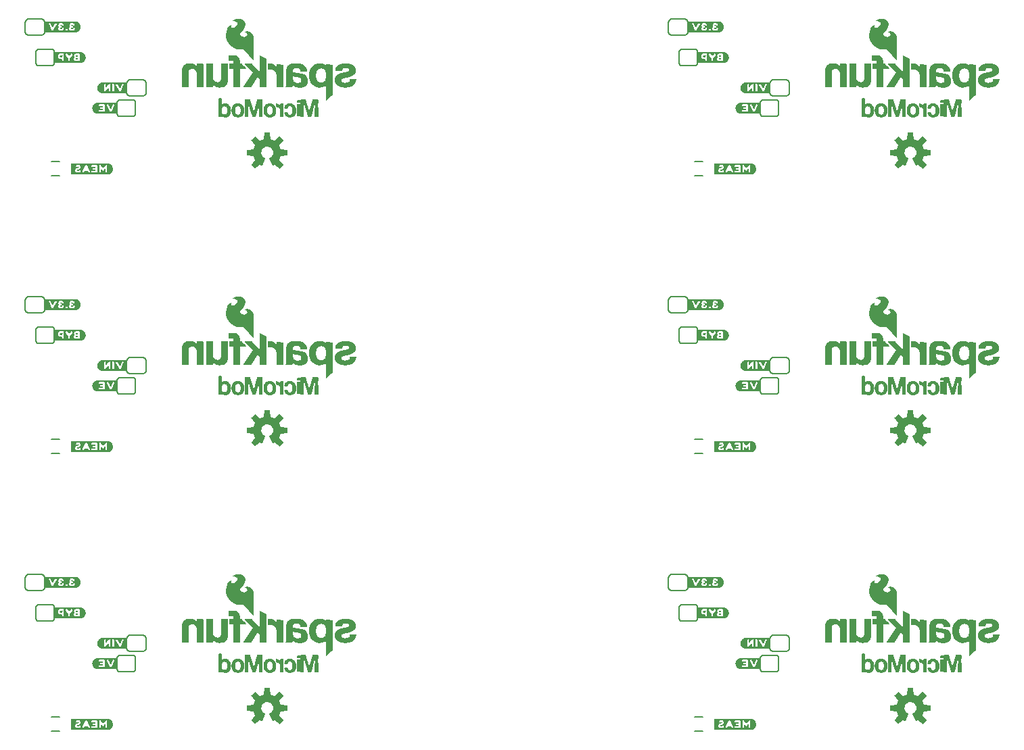
<source format=gbo>
G04 EAGLE Gerber RS-274X export*
G75*
%MOMM*%
%FSLAX34Y34*%
%LPD*%
%INSilkscreen Bottom*%
%IPPOS*%
%AMOC8*
5,1,8,0,0,1.08239X$1,22.5*%
G01*
%ADD10C,0.203200*%
%ADD11C,0.152400*%

G36*
X331655Y424430D02*
X331655Y424430D01*
X331711Y424430D01*
X331739Y424445D01*
X331771Y424450D01*
X331830Y424490D01*
X331866Y424508D01*
X331875Y424520D01*
X331891Y424531D01*
X336199Y428839D01*
X336216Y428866D01*
X336240Y428887D01*
X336261Y428939D01*
X336290Y428986D01*
X336293Y429018D01*
X336305Y429048D01*
X336302Y429103D01*
X336307Y429159D01*
X336295Y429189D01*
X336293Y429221D01*
X336259Y429284D01*
X336245Y429321D01*
X336234Y429331D01*
X336225Y429348D01*
X331258Y435439D01*
X332447Y437749D01*
X332454Y437775D01*
X332471Y437807D01*
X333263Y440281D01*
X341082Y441075D01*
X341113Y441085D01*
X341145Y441086D01*
X341194Y441113D01*
X341246Y441131D01*
X341269Y441154D01*
X341297Y441169D01*
X341329Y441215D01*
X341368Y441254D01*
X341378Y441285D01*
X341397Y441311D01*
X341410Y441381D01*
X341423Y441419D01*
X341421Y441434D01*
X341424Y441453D01*
X341424Y447547D01*
X341417Y447578D01*
X341419Y447610D01*
X341397Y447661D01*
X341385Y447716D01*
X341364Y447740D01*
X341352Y447770D01*
X341310Y447806D01*
X341275Y447849D01*
X341245Y447862D01*
X341221Y447883D01*
X341152Y447904D01*
X341116Y447920D01*
X341101Y447920D01*
X341082Y447925D01*
X333263Y448719D01*
X332471Y451193D01*
X332458Y451216D01*
X332447Y451251D01*
X331258Y453561D01*
X336225Y459652D01*
X336239Y459680D01*
X336260Y459704D01*
X336276Y459757D01*
X336301Y459807D01*
X336301Y459839D01*
X336310Y459870D01*
X336300Y459925D01*
X336300Y459981D01*
X336285Y460009D01*
X336280Y460041D01*
X336240Y460100D01*
X336222Y460136D01*
X336210Y460145D01*
X336199Y460161D01*
X331891Y464469D01*
X331864Y464486D01*
X331843Y464510D01*
X331791Y464531D01*
X331744Y464560D01*
X331712Y464563D01*
X331682Y464575D01*
X331627Y464572D01*
X331571Y464577D01*
X331541Y464565D01*
X331509Y464563D01*
X331446Y464529D01*
X331409Y464515D01*
X331399Y464504D01*
X331382Y464495D01*
X325291Y459528D01*
X322981Y460717D01*
X322955Y460724D01*
X322923Y460741D01*
X320449Y461533D01*
X319655Y469352D01*
X319647Y469378D01*
X319646Y469390D01*
X319645Y469393D01*
X319644Y469415D01*
X319617Y469464D01*
X319599Y469516D01*
X319576Y469539D01*
X319561Y469567D01*
X319515Y469599D01*
X319476Y469638D01*
X319445Y469648D01*
X319419Y469667D01*
X319349Y469680D01*
X319311Y469693D01*
X319296Y469691D01*
X319277Y469694D01*
X313183Y469694D01*
X313152Y469687D01*
X313120Y469689D01*
X313069Y469667D01*
X313014Y469655D01*
X312990Y469634D01*
X312960Y469622D01*
X312924Y469580D01*
X312881Y469545D01*
X312868Y469515D01*
X312847Y469491D01*
X312826Y469422D01*
X312810Y469386D01*
X312810Y469371D01*
X312808Y469364D01*
X312807Y469362D01*
X312807Y469361D01*
X312805Y469352D01*
X312011Y461533D01*
X309537Y460741D01*
X309514Y460728D01*
X309479Y460717D01*
X307169Y459528D01*
X301078Y464495D01*
X301050Y464509D01*
X301026Y464530D01*
X300973Y464546D01*
X300923Y464571D01*
X300891Y464571D01*
X300860Y464580D01*
X300805Y464570D01*
X300749Y464570D01*
X300721Y464555D01*
X300689Y464550D01*
X300630Y464510D01*
X300595Y464492D01*
X300585Y464480D01*
X300569Y464469D01*
X296261Y460161D01*
X296244Y460134D01*
X296220Y460113D01*
X296199Y460061D01*
X296170Y460014D01*
X296167Y459982D01*
X296155Y459952D01*
X296159Y459897D01*
X296153Y459841D01*
X296165Y459811D01*
X296167Y459779D01*
X296201Y459716D01*
X296215Y459679D01*
X296226Y459669D01*
X296235Y459652D01*
X301202Y453561D01*
X300013Y451251D01*
X300006Y451225D01*
X299989Y451193D01*
X299197Y448719D01*
X291378Y447925D01*
X291347Y447915D01*
X291315Y447914D01*
X291266Y447887D01*
X291214Y447869D01*
X291191Y447846D01*
X291163Y447831D01*
X291131Y447785D01*
X291092Y447746D01*
X291082Y447715D01*
X291063Y447689D01*
X291050Y447619D01*
X291037Y447581D01*
X291039Y447566D01*
X291036Y447547D01*
X291036Y441453D01*
X291043Y441422D01*
X291041Y441390D01*
X291063Y441339D01*
X291075Y441284D01*
X291096Y441260D01*
X291108Y441230D01*
X291150Y441194D01*
X291185Y441151D01*
X291215Y441138D01*
X291239Y441117D01*
X291308Y441096D01*
X291344Y441080D01*
X291359Y441080D01*
X291378Y441075D01*
X299197Y440281D01*
X299989Y437807D01*
X300002Y437784D01*
X300013Y437749D01*
X301202Y435439D01*
X296235Y429348D01*
X296221Y429320D01*
X296200Y429296D01*
X296184Y429243D01*
X296159Y429193D01*
X296159Y429161D01*
X296150Y429130D01*
X296160Y429075D01*
X296160Y429019D01*
X296175Y428991D01*
X296180Y428959D01*
X296220Y428900D01*
X296238Y428865D01*
X296250Y428855D01*
X296261Y428839D01*
X300569Y424531D01*
X300596Y424514D01*
X300617Y424490D01*
X300669Y424469D01*
X300716Y424440D01*
X300748Y424437D01*
X300778Y424425D01*
X300833Y424429D01*
X300889Y424423D01*
X300919Y424435D01*
X300951Y424437D01*
X301014Y424471D01*
X301051Y424485D01*
X301061Y424496D01*
X301078Y424505D01*
X307169Y429472D01*
X309478Y428282D01*
X309542Y428266D01*
X309605Y428243D01*
X309626Y428245D01*
X309646Y428240D01*
X309711Y428254D01*
X309777Y428261D01*
X309795Y428272D01*
X309815Y428277D01*
X309867Y428318D01*
X309923Y428354D01*
X309936Y428373D01*
X309951Y428385D01*
X309967Y428420D01*
X310003Y428474D01*
X313591Y437136D01*
X313596Y437168D01*
X313610Y437196D01*
X313610Y437252D01*
X313619Y437307D01*
X313610Y437338D01*
X313610Y437369D01*
X313585Y437420D01*
X313569Y437473D01*
X313547Y437496D01*
X313533Y437525D01*
X313477Y437571D01*
X313450Y437599D01*
X313436Y437604D01*
X313421Y437617D01*
X312044Y438361D01*
X310878Y439345D01*
X309938Y440547D01*
X309264Y441915D01*
X308883Y443393D01*
X308811Y444917D01*
X309053Y446423D01*
X309597Y447849D01*
X310421Y449133D01*
X311490Y450222D01*
X312758Y451070D01*
X314173Y451640D01*
X315675Y451910D01*
X317200Y451867D01*
X318684Y451514D01*
X320065Y450864D01*
X321284Y449947D01*
X322290Y448800D01*
X323041Y447471D01*
X323504Y446018D01*
X323661Y444499D01*
X323518Y443050D01*
X323095Y441656D01*
X322409Y440372D01*
X321485Y439246D01*
X320359Y438322D01*
X319041Y437617D01*
X319016Y437596D01*
X318987Y437582D01*
X318952Y437539D01*
X318911Y437503D01*
X318898Y437473D01*
X318878Y437448D01*
X318866Y437394D01*
X318845Y437343D01*
X318847Y437310D01*
X318840Y437278D01*
X318854Y437209D01*
X318857Y437170D01*
X318865Y437156D01*
X318869Y437136D01*
X322457Y428474D01*
X322496Y428420D01*
X322528Y428363D01*
X322545Y428351D01*
X322558Y428334D01*
X322616Y428303D01*
X322671Y428265D01*
X322692Y428262D01*
X322711Y428252D01*
X322777Y428251D01*
X322843Y428241D01*
X322866Y428248D01*
X322884Y428247D01*
X322919Y428264D01*
X322982Y428282D01*
X325291Y429472D01*
X331382Y424505D01*
X331410Y424491D01*
X331434Y424470D01*
X331487Y424454D01*
X331537Y424429D01*
X331569Y424429D01*
X331600Y424420D01*
X331655Y424430D01*
G37*
G36*
X1136835Y76450D02*
X1136835Y76450D01*
X1136891Y76450D01*
X1136919Y76465D01*
X1136951Y76470D01*
X1137010Y76510D01*
X1137046Y76528D01*
X1137055Y76540D01*
X1137071Y76551D01*
X1141379Y80859D01*
X1141396Y80886D01*
X1141420Y80907D01*
X1141441Y80959D01*
X1141470Y81006D01*
X1141473Y81038D01*
X1141485Y81068D01*
X1141482Y81123D01*
X1141487Y81179D01*
X1141475Y81209D01*
X1141473Y81241D01*
X1141439Y81304D01*
X1141425Y81341D01*
X1141414Y81351D01*
X1141405Y81368D01*
X1136438Y87459D01*
X1137627Y89769D01*
X1137634Y89795D01*
X1137651Y89827D01*
X1138443Y92301D01*
X1146262Y93095D01*
X1146293Y93105D01*
X1146325Y93106D01*
X1146374Y93133D01*
X1146426Y93151D01*
X1146449Y93174D01*
X1146477Y93189D01*
X1146509Y93235D01*
X1146548Y93274D01*
X1146558Y93305D01*
X1146577Y93331D01*
X1146590Y93401D01*
X1146603Y93439D01*
X1146601Y93454D01*
X1146604Y93473D01*
X1146604Y99567D01*
X1146597Y99598D01*
X1146599Y99630D01*
X1146577Y99681D01*
X1146565Y99736D01*
X1146544Y99760D01*
X1146532Y99790D01*
X1146490Y99826D01*
X1146455Y99869D01*
X1146425Y99882D01*
X1146401Y99903D01*
X1146332Y99924D01*
X1146296Y99940D01*
X1146281Y99940D01*
X1146262Y99945D01*
X1138443Y100739D01*
X1137651Y103213D01*
X1137638Y103236D01*
X1137627Y103271D01*
X1136438Y105581D01*
X1141405Y111672D01*
X1141419Y111700D01*
X1141440Y111724D01*
X1141456Y111777D01*
X1141481Y111827D01*
X1141481Y111859D01*
X1141490Y111890D01*
X1141480Y111945D01*
X1141480Y112001D01*
X1141465Y112029D01*
X1141460Y112061D01*
X1141420Y112120D01*
X1141402Y112156D01*
X1141390Y112165D01*
X1141379Y112181D01*
X1137071Y116489D01*
X1137044Y116506D01*
X1137023Y116530D01*
X1136971Y116551D01*
X1136924Y116580D01*
X1136892Y116583D01*
X1136862Y116595D01*
X1136807Y116592D01*
X1136751Y116597D01*
X1136721Y116585D01*
X1136689Y116583D01*
X1136626Y116549D01*
X1136589Y116535D01*
X1136579Y116524D01*
X1136562Y116515D01*
X1130471Y111548D01*
X1128161Y112737D01*
X1128135Y112744D01*
X1128103Y112761D01*
X1125629Y113553D01*
X1124835Y121372D01*
X1124827Y121398D01*
X1124826Y121410D01*
X1124825Y121413D01*
X1124824Y121435D01*
X1124797Y121484D01*
X1124779Y121536D01*
X1124756Y121559D01*
X1124741Y121587D01*
X1124695Y121619D01*
X1124656Y121658D01*
X1124625Y121668D01*
X1124599Y121687D01*
X1124529Y121700D01*
X1124491Y121713D01*
X1124476Y121711D01*
X1124457Y121714D01*
X1118363Y121714D01*
X1118332Y121707D01*
X1118300Y121709D01*
X1118249Y121687D01*
X1118194Y121675D01*
X1118170Y121654D01*
X1118140Y121642D01*
X1118104Y121600D01*
X1118061Y121565D01*
X1118048Y121535D01*
X1118027Y121511D01*
X1118006Y121442D01*
X1117990Y121406D01*
X1117990Y121391D01*
X1117988Y121384D01*
X1117987Y121382D01*
X1117987Y121381D01*
X1117985Y121372D01*
X1117191Y113553D01*
X1114717Y112761D01*
X1114694Y112748D01*
X1114659Y112737D01*
X1112349Y111548D01*
X1106258Y116515D01*
X1106230Y116529D01*
X1106206Y116550D01*
X1106153Y116566D01*
X1106103Y116591D01*
X1106071Y116591D01*
X1106040Y116600D01*
X1105985Y116590D01*
X1105929Y116590D01*
X1105901Y116575D01*
X1105869Y116570D01*
X1105810Y116530D01*
X1105775Y116512D01*
X1105765Y116500D01*
X1105749Y116489D01*
X1101441Y112181D01*
X1101424Y112154D01*
X1101400Y112133D01*
X1101379Y112081D01*
X1101350Y112034D01*
X1101347Y112002D01*
X1101335Y111972D01*
X1101339Y111917D01*
X1101333Y111861D01*
X1101345Y111831D01*
X1101347Y111799D01*
X1101381Y111736D01*
X1101395Y111699D01*
X1101406Y111689D01*
X1101415Y111672D01*
X1106382Y105581D01*
X1105193Y103271D01*
X1105186Y103245D01*
X1105169Y103213D01*
X1104377Y100739D01*
X1096558Y99945D01*
X1096527Y99935D01*
X1096495Y99934D01*
X1096446Y99907D01*
X1096394Y99889D01*
X1096371Y99866D01*
X1096343Y99851D01*
X1096311Y99805D01*
X1096272Y99766D01*
X1096262Y99735D01*
X1096243Y99709D01*
X1096230Y99639D01*
X1096217Y99601D01*
X1096219Y99586D01*
X1096216Y99567D01*
X1096216Y93473D01*
X1096223Y93442D01*
X1096221Y93410D01*
X1096243Y93359D01*
X1096255Y93304D01*
X1096276Y93280D01*
X1096288Y93250D01*
X1096330Y93214D01*
X1096365Y93171D01*
X1096395Y93158D01*
X1096419Y93137D01*
X1096488Y93116D01*
X1096524Y93100D01*
X1096539Y93100D01*
X1096558Y93095D01*
X1104377Y92301D01*
X1105169Y89827D01*
X1105182Y89804D01*
X1105193Y89769D01*
X1106382Y87459D01*
X1101415Y81368D01*
X1101401Y81340D01*
X1101380Y81316D01*
X1101364Y81263D01*
X1101339Y81213D01*
X1101339Y81181D01*
X1101330Y81150D01*
X1101340Y81095D01*
X1101340Y81039D01*
X1101355Y81011D01*
X1101360Y80979D01*
X1101400Y80920D01*
X1101418Y80885D01*
X1101430Y80875D01*
X1101441Y80859D01*
X1105749Y76551D01*
X1105776Y76534D01*
X1105797Y76510D01*
X1105849Y76489D01*
X1105896Y76460D01*
X1105928Y76457D01*
X1105958Y76445D01*
X1106013Y76449D01*
X1106069Y76443D01*
X1106099Y76455D01*
X1106131Y76457D01*
X1106194Y76491D01*
X1106231Y76505D01*
X1106241Y76516D01*
X1106258Y76525D01*
X1112349Y81492D01*
X1114658Y80302D01*
X1114722Y80286D01*
X1114785Y80263D01*
X1114806Y80265D01*
X1114826Y80260D01*
X1114891Y80274D01*
X1114957Y80281D01*
X1114975Y80292D01*
X1114995Y80297D01*
X1115047Y80338D01*
X1115103Y80374D01*
X1115116Y80393D01*
X1115131Y80405D01*
X1115147Y80440D01*
X1115183Y80494D01*
X1118771Y89156D01*
X1118776Y89188D01*
X1118790Y89216D01*
X1118790Y89272D01*
X1118799Y89327D01*
X1118790Y89358D01*
X1118790Y89389D01*
X1118765Y89440D01*
X1118749Y89493D01*
X1118727Y89516D01*
X1118713Y89545D01*
X1118657Y89591D01*
X1118630Y89619D01*
X1118616Y89624D01*
X1118601Y89637D01*
X1117224Y90381D01*
X1116058Y91365D01*
X1115118Y92567D01*
X1114444Y93935D01*
X1114063Y95413D01*
X1113991Y96937D01*
X1114233Y98443D01*
X1114777Y99869D01*
X1115601Y101153D01*
X1116670Y102242D01*
X1117938Y103090D01*
X1119353Y103660D01*
X1120855Y103930D01*
X1122380Y103887D01*
X1123864Y103534D01*
X1125245Y102884D01*
X1126464Y101967D01*
X1127470Y100820D01*
X1128221Y99491D01*
X1128684Y98038D01*
X1128841Y96519D01*
X1128698Y95070D01*
X1128275Y93676D01*
X1127589Y92392D01*
X1126665Y91266D01*
X1125539Y90342D01*
X1124221Y89637D01*
X1124196Y89616D01*
X1124167Y89602D01*
X1124132Y89559D01*
X1124091Y89523D01*
X1124078Y89493D01*
X1124058Y89468D01*
X1124046Y89414D01*
X1124025Y89363D01*
X1124027Y89330D01*
X1124020Y89298D01*
X1124034Y89229D01*
X1124037Y89190D01*
X1124045Y89176D01*
X1124049Y89156D01*
X1127637Y80494D01*
X1127676Y80440D01*
X1127708Y80383D01*
X1127725Y80371D01*
X1127738Y80354D01*
X1127796Y80323D01*
X1127851Y80285D01*
X1127872Y80282D01*
X1127891Y80272D01*
X1127957Y80271D01*
X1128023Y80261D01*
X1128046Y80268D01*
X1128064Y80267D01*
X1128099Y80284D01*
X1128162Y80302D01*
X1130471Y81492D01*
X1136562Y76525D01*
X1136590Y76511D01*
X1136614Y76490D01*
X1136667Y76474D01*
X1136717Y76449D01*
X1136749Y76449D01*
X1136780Y76440D01*
X1136835Y76450D01*
G37*
G36*
X331655Y76450D02*
X331655Y76450D01*
X331711Y76450D01*
X331739Y76465D01*
X331771Y76470D01*
X331830Y76510D01*
X331866Y76528D01*
X331875Y76540D01*
X331891Y76551D01*
X336199Y80859D01*
X336216Y80886D01*
X336240Y80907D01*
X336261Y80959D01*
X336290Y81006D01*
X336293Y81038D01*
X336305Y81068D01*
X336302Y81123D01*
X336307Y81179D01*
X336295Y81209D01*
X336293Y81241D01*
X336259Y81304D01*
X336245Y81341D01*
X336234Y81351D01*
X336225Y81368D01*
X331258Y87459D01*
X332447Y89769D01*
X332454Y89795D01*
X332471Y89827D01*
X333263Y92301D01*
X341082Y93095D01*
X341113Y93105D01*
X341145Y93106D01*
X341194Y93133D01*
X341246Y93151D01*
X341269Y93174D01*
X341297Y93189D01*
X341329Y93235D01*
X341368Y93274D01*
X341378Y93305D01*
X341397Y93331D01*
X341410Y93401D01*
X341423Y93439D01*
X341421Y93454D01*
X341424Y93473D01*
X341424Y99567D01*
X341417Y99598D01*
X341419Y99630D01*
X341397Y99681D01*
X341385Y99736D01*
X341364Y99760D01*
X341352Y99790D01*
X341310Y99826D01*
X341275Y99869D01*
X341245Y99882D01*
X341221Y99903D01*
X341152Y99924D01*
X341116Y99940D01*
X341101Y99940D01*
X341082Y99945D01*
X333263Y100739D01*
X332471Y103213D01*
X332458Y103236D01*
X332447Y103271D01*
X331258Y105581D01*
X336225Y111672D01*
X336239Y111700D01*
X336260Y111724D01*
X336276Y111777D01*
X336301Y111827D01*
X336301Y111859D01*
X336310Y111890D01*
X336300Y111945D01*
X336300Y112001D01*
X336285Y112029D01*
X336280Y112061D01*
X336240Y112120D01*
X336222Y112156D01*
X336210Y112165D01*
X336199Y112181D01*
X331891Y116489D01*
X331864Y116506D01*
X331843Y116530D01*
X331791Y116551D01*
X331744Y116580D01*
X331712Y116583D01*
X331682Y116595D01*
X331627Y116592D01*
X331571Y116597D01*
X331541Y116585D01*
X331509Y116583D01*
X331446Y116549D01*
X331409Y116535D01*
X331399Y116524D01*
X331382Y116515D01*
X325291Y111548D01*
X322981Y112737D01*
X322955Y112744D01*
X322923Y112761D01*
X320449Y113553D01*
X319655Y121372D01*
X319647Y121398D01*
X319646Y121410D01*
X319645Y121413D01*
X319644Y121435D01*
X319617Y121484D01*
X319599Y121536D01*
X319576Y121559D01*
X319561Y121587D01*
X319515Y121619D01*
X319476Y121658D01*
X319445Y121668D01*
X319419Y121687D01*
X319349Y121700D01*
X319311Y121713D01*
X319296Y121711D01*
X319277Y121714D01*
X313183Y121714D01*
X313152Y121707D01*
X313120Y121709D01*
X313069Y121687D01*
X313014Y121675D01*
X312990Y121654D01*
X312960Y121642D01*
X312924Y121600D01*
X312881Y121565D01*
X312868Y121535D01*
X312847Y121511D01*
X312826Y121442D01*
X312810Y121406D01*
X312810Y121391D01*
X312808Y121384D01*
X312807Y121382D01*
X312807Y121381D01*
X312805Y121372D01*
X312011Y113553D01*
X309537Y112761D01*
X309514Y112748D01*
X309479Y112737D01*
X307169Y111548D01*
X301078Y116515D01*
X301050Y116529D01*
X301026Y116550D01*
X300973Y116566D01*
X300923Y116591D01*
X300891Y116591D01*
X300860Y116600D01*
X300805Y116590D01*
X300749Y116590D01*
X300721Y116575D01*
X300689Y116570D01*
X300630Y116530D01*
X300595Y116512D01*
X300585Y116500D01*
X300569Y116489D01*
X296261Y112181D01*
X296244Y112154D01*
X296220Y112133D01*
X296199Y112081D01*
X296170Y112034D01*
X296167Y112002D01*
X296155Y111972D01*
X296159Y111917D01*
X296153Y111861D01*
X296165Y111831D01*
X296167Y111799D01*
X296201Y111736D01*
X296215Y111699D01*
X296226Y111689D01*
X296235Y111672D01*
X301202Y105581D01*
X300013Y103271D01*
X300006Y103245D01*
X299989Y103213D01*
X299197Y100739D01*
X291378Y99945D01*
X291347Y99935D01*
X291315Y99934D01*
X291266Y99907D01*
X291214Y99889D01*
X291191Y99866D01*
X291163Y99851D01*
X291131Y99805D01*
X291092Y99766D01*
X291082Y99735D01*
X291063Y99709D01*
X291050Y99639D01*
X291037Y99601D01*
X291039Y99586D01*
X291036Y99567D01*
X291036Y93473D01*
X291043Y93442D01*
X291041Y93410D01*
X291063Y93359D01*
X291075Y93304D01*
X291096Y93280D01*
X291108Y93250D01*
X291150Y93214D01*
X291185Y93171D01*
X291215Y93158D01*
X291239Y93137D01*
X291308Y93116D01*
X291344Y93100D01*
X291359Y93100D01*
X291378Y93095D01*
X299197Y92301D01*
X299989Y89827D01*
X300002Y89804D01*
X300013Y89769D01*
X301202Y87459D01*
X296235Y81368D01*
X296221Y81340D01*
X296200Y81316D01*
X296184Y81263D01*
X296159Y81213D01*
X296159Y81181D01*
X296150Y81150D01*
X296160Y81095D01*
X296160Y81039D01*
X296175Y81011D01*
X296180Y80979D01*
X296220Y80920D01*
X296238Y80885D01*
X296250Y80875D01*
X296261Y80859D01*
X300569Y76551D01*
X300596Y76534D01*
X300617Y76510D01*
X300669Y76489D01*
X300716Y76460D01*
X300748Y76457D01*
X300778Y76445D01*
X300833Y76449D01*
X300889Y76443D01*
X300919Y76455D01*
X300951Y76457D01*
X301014Y76491D01*
X301051Y76505D01*
X301061Y76516D01*
X301078Y76525D01*
X307169Y81492D01*
X309478Y80302D01*
X309542Y80286D01*
X309605Y80263D01*
X309626Y80265D01*
X309646Y80260D01*
X309711Y80274D01*
X309777Y80281D01*
X309795Y80292D01*
X309815Y80297D01*
X309867Y80338D01*
X309923Y80374D01*
X309936Y80393D01*
X309951Y80405D01*
X309967Y80440D01*
X310003Y80494D01*
X313591Y89156D01*
X313596Y89188D01*
X313610Y89216D01*
X313610Y89272D01*
X313619Y89327D01*
X313610Y89358D01*
X313610Y89389D01*
X313585Y89440D01*
X313569Y89493D01*
X313547Y89516D01*
X313533Y89545D01*
X313477Y89591D01*
X313450Y89619D01*
X313436Y89624D01*
X313421Y89637D01*
X312044Y90381D01*
X310878Y91365D01*
X309938Y92567D01*
X309264Y93935D01*
X308883Y95413D01*
X308811Y96937D01*
X309053Y98443D01*
X309597Y99869D01*
X310421Y101153D01*
X311490Y102242D01*
X312758Y103090D01*
X314173Y103660D01*
X315675Y103930D01*
X317200Y103887D01*
X318684Y103534D01*
X320065Y102884D01*
X321284Y101967D01*
X322290Y100820D01*
X323041Y99491D01*
X323504Y98038D01*
X323661Y96519D01*
X323518Y95070D01*
X323095Y93676D01*
X322409Y92392D01*
X321485Y91266D01*
X320359Y90342D01*
X319041Y89637D01*
X319016Y89616D01*
X318987Y89602D01*
X318952Y89559D01*
X318911Y89523D01*
X318898Y89493D01*
X318878Y89468D01*
X318866Y89414D01*
X318845Y89363D01*
X318847Y89330D01*
X318840Y89298D01*
X318854Y89229D01*
X318857Y89190D01*
X318865Y89176D01*
X318869Y89156D01*
X322457Y80494D01*
X322496Y80440D01*
X322528Y80383D01*
X322545Y80371D01*
X322558Y80354D01*
X322616Y80323D01*
X322671Y80285D01*
X322692Y80282D01*
X322711Y80272D01*
X322777Y80271D01*
X322843Y80261D01*
X322866Y80268D01*
X322884Y80267D01*
X322919Y80284D01*
X322982Y80302D01*
X325291Y81492D01*
X331382Y76525D01*
X331410Y76511D01*
X331434Y76490D01*
X331487Y76474D01*
X331537Y76449D01*
X331569Y76449D01*
X331600Y76440D01*
X331655Y76450D01*
G37*
G36*
X1136835Y424430D02*
X1136835Y424430D01*
X1136891Y424430D01*
X1136919Y424445D01*
X1136951Y424450D01*
X1137010Y424490D01*
X1137046Y424508D01*
X1137055Y424520D01*
X1137071Y424531D01*
X1141379Y428839D01*
X1141396Y428866D01*
X1141420Y428887D01*
X1141441Y428939D01*
X1141470Y428986D01*
X1141473Y429018D01*
X1141485Y429048D01*
X1141482Y429103D01*
X1141487Y429159D01*
X1141475Y429189D01*
X1141473Y429221D01*
X1141439Y429284D01*
X1141425Y429321D01*
X1141414Y429331D01*
X1141405Y429348D01*
X1136438Y435439D01*
X1137627Y437749D01*
X1137634Y437775D01*
X1137651Y437807D01*
X1138443Y440281D01*
X1146262Y441075D01*
X1146293Y441085D01*
X1146325Y441086D01*
X1146374Y441113D01*
X1146426Y441131D01*
X1146449Y441154D01*
X1146477Y441169D01*
X1146509Y441215D01*
X1146548Y441254D01*
X1146558Y441285D01*
X1146577Y441311D01*
X1146590Y441381D01*
X1146603Y441419D01*
X1146601Y441434D01*
X1146604Y441453D01*
X1146604Y447547D01*
X1146597Y447578D01*
X1146599Y447610D01*
X1146577Y447661D01*
X1146565Y447716D01*
X1146544Y447740D01*
X1146532Y447770D01*
X1146490Y447806D01*
X1146455Y447849D01*
X1146425Y447862D01*
X1146401Y447883D01*
X1146332Y447904D01*
X1146296Y447920D01*
X1146281Y447920D01*
X1146262Y447925D01*
X1138443Y448719D01*
X1137651Y451193D01*
X1137638Y451216D01*
X1137627Y451251D01*
X1136438Y453561D01*
X1141405Y459652D01*
X1141419Y459680D01*
X1141440Y459704D01*
X1141456Y459757D01*
X1141481Y459807D01*
X1141481Y459839D01*
X1141490Y459870D01*
X1141480Y459925D01*
X1141480Y459981D01*
X1141465Y460009D01*
X1141460Y460041D01*
X1141420Y460100D01*
X1141402Y460136D01*
X1141390Y460145D01*
X1141379Y460161D01*
X1137071Y464469D01*
X1137044Y464486D01*
X1137023Y464510D01*
X1136971Y464531D01*
X1136924Y464560D01*
X1136892Y464563D01*
X1136862Y464575D01*
X1136807Y464572D01*
X1136751Y464577D01*
X1136721Y464565D01*
X1136689Y464563D01*
X1136626Y464529D01*
X1136589Y464515D01*
X1136579Y464504D01*
X1136562Y464495D01*
X1130471Y459528D01*
X1128161Y460717D01*
X1128135Y460724D01*
X1128103Y460741D01*
X1125629Y461533D01*
X1124835Y469352D01*
X1124827Y469378D01*
X1124826Y469390D01*
X1124825Y469393D01*
X1124824Y469415D01*
X1124797Y469464D01*
X1124779Y469516D01*
X1124756Y469539D01*
X1124741Y469567D01*
X1124695Y469599D01*
X1124656Y469638D01*
X1124625Y469648D01*
X1124599Y469667D01*
X1124529Y469680D01*
X1124491Y469693D01*
X1124476Y469691D01*
X1124457Y469694D01*
X1118363Y469694D01*
X1118332Y469687D01*
X1118300Y469689D01*
X1118249Y469667D01*
X1118194Y469655D01*
X1118170Y469634D01*
X1118140Y469622D01*
X1118104Y469580D01*
X1118061Y469545D01*
X1118048Y469515D01*
X1118027Y469491D01*
X1118006Y469422D01*
X1117990Y469386D01*
X1117990Y469371D01*
X1117988Y469364D01*
X1117987Y469362D01*
X1117987Y469361D01*
X1117985Y469352D01*
X1117191Y461533D01*
X1114717Y460741D01*
X1114694Y460728D01*
X1114659Y460717D01*
X1112349Y459528D01*
X1106258Y464495D01*
X1106230Y464509D01*
X1106206Y464530D01*
X1106153Y464546D01*
X1106103Y464571D01*
X1106071Y464571D01*
X1106040Y464580D01*
X1105985Y464570D01*
X1105929Y464570D01*
X1105901Y464555D01*
X1105869Y464550D01*
X1105810Y464510D01*
X1105775Y464492D01*
X1105765Y464480D01*
X1105749Y464469D01*
X1101441Y460161D01*
X1101424Y460134D01*
X1101400Y460113D01*
X1101379Y460061D01*
X1101350Y460014D01*
X1101347Y459982D01*
X1101335Y459952D01*
X1101339Y459897D01*
X1101333Y459841D01*
X1101345Y459811D01*
X1101347Y459779D01*
X1101381Y459716D01*
X1101395Y459679D01*
X1101406Y459669D01*
X1101415Y459652D01*
X1106382Y453561D01*
X1105193Y451251D01*
X1105186Y451225D01*
X1105169Y451193D01*
X1104377Y448719D01*
X1096558Y447925D01*
X1096527Y447915D01*
X1096495Y447914D01*
X1096446Y447887D01*
X1096394Y447869D01*
X1096371Y447846D01*
X1096343Y447831D01*
X1096311Y447785D01*
X1096272Y447746D01*
X1096262Y447715D01*
X1096243Y447689D01*
X1096230Y447619D01*
X1096217Y447581D01*
X1096219Y447566D01*
X1096216Y447547D01*
X1096216Y441453D01*
X1096223Y441422D01*
X1096221Y441390D01*
X1096243Y441339D01*
X1096255Y441284D01*
X1096276Y441260D01*
X1096288Y441230D01*
X1096330Y441194D01*
X1096365Y441151D01*
X1096395Y441138D01*
X1096419Y441117D01*
X1096488Y441096D01*
X1096524Y441080D01*
X1096539Y441080D01*
X1096558Y441075D01*
X1104377Y440281D01*
X1105169Y437807D01*
X1105182Y437784D01*
X1105193Y437749D01*
X1106382Y435439D01*
X1101415Y429348D01*
X1101401Y429320D01*
X1101380Y429296D01*
X1101364Y429243D01*
X1101339Y429193D01*
X1101339Y429161D01*
X1101330Y429130D01*
X1101340Y429075D01*
X1101340Y429019D01*
X1101355Y428991D01*
X1101360Y428959D01*
X1101400Y428900D01*
X1101418Y428865D01*
X1101430Y428855D01*
X1101441Y428839D01*
X1105749Y424531D01*
X1105776Y424514D01*
X1105797Y424490D01*
X1105849Y424469D01*
X1105896Y424440D01*
X1105928Y424437D01*
X1105958Y424425D01*
X1106013Y424429D01*
X1106069Y424423D01*
X1106099Y424435D01*
X1106131Y424437D01*
X1106194Y424471D01*
X1106231Y424485D01*
X1106241Y424496D01*
X1106258Y424505D01*
X1112349Y429472D01*
X1114658Y428282D01*
X1114722Y428266D01*
X1114785Y428243D01*
X1114806Y428245D01*
X1114826Y428240D01*
X1114891Y428254D01*
X1114957Y428261D01*
X1114975Y428272D01*
X1114995Y428277D01*
X1115047Y428318D01*
X1115103Y428354D01*
X1115116Y428373D01*
X1115131Y428385D01*
X1115147Y428420D01*
X1115183Y428474D01*
X1118771Y437136D01*
X1118776Y437168D01*
X1118790Y437196D01*
X1118790Y437252D01*
X1118799Y437307D01*
X1118790Y437338D01*
X1118790Y437369D01*
X1118765Y437420D01*
X1118749Y437473D01*
X1118727Y437496D01*
X1118713Y437525D01*
X1118657Y437571D01*
X1118630Y437599D01*
X1118616Y437604D01*
X1118601Y437617D01*
X1117224Y438361D01*
X1116058Y439345D01*
X1115118Y440547D01*
X1114444Y441915D01*
X1114063Y443393D01*
X1113991Y444917D01*
X1114233Y446423D01*
X1114777Y447849D01*
X1115601Y449133D01*
X1116670Y450222D01*
X1117938Y451070D01*
X1119353Y451640D01*
X1120855Y451910D01*
X1122380Y451867D01*
X1123864Y451514D01*
X1125245Y450864D01*
X1126464Y449947D01*
X1127470Y448800D01*
X1128221Y447471D01*
X1128684Y446018D01*
X1128841Y444499D01*
X1128698Y443050D01*
X1128275Y441656D01*
X1127589Y440372D01*
X1126665Y439246D01*
X1125539Y438322D01*
X1124221Y437617D01*
X1124196Y437596D01*
X1124167Y437582D01*
X1124132Y437539D01*
X1124091Y437503D01*
X1124078Y437473D01*
X1124058Y437448D01*
X1124046Y437394D01*
X1124025Y437343D01*
X1124027Y437310D01*
X1124020Y437278D01*
X1124034Y437209D01*
X1124037Y437170D01*
X1124045Y437156D01*
X1124049Y437136D01*
X1127637Y428474D01*
X1127676Y428420D01*
X1127708Y428363D01*
X1127725Y428351D01*
X1127738Y428334D01*
X1127796Y428303D01*
X1127851Y428265D01*
X1127872Y428262D01*
X1127891Y428252D01*
X1127957Y428251D01*
X1128023Y428241D01*
X1128046Y428248D01*
X1128064Y428247D01*
X1128099Y428264D01*
X1128162Y428282D01*
X1130471Y429472D01*
X1136562Y424505D01*
X1136590Y424491D01*
X1136614Y424470D01*
X1136667Y424454D01*
X1136717Y424429D01*
X1136749Y424429D01*
X1136780Y424420D01*
X1136835Y424430D01*
G37*
G36*
X331655Y772410D02*
X331655Y772410D01*
X331711Y772410D01*
X331739Y772425D01*
X331771Y772430D01*
X331830Y772470D01*
X331866Y772488D01*
X331875Y772500D01*
X331891Y772511D01*
X336199Y776819D01*
X336216Y776846D01*
X336240Y776867D01*
X336261Y776919D01*
X336290Y776966D01*
X336293Y776998D01*
X336305Y777028D01*
X336302Y777083D01*
X336307Y777139D01*
X336295Y777169D01*
X336293Y777201D01*
X336259Y777264D01*
X336245Y777301D01*
X336234Y777311D01*
X336225Y777328D01*
X331258Y783419D01*
X332447Y785729D01*
X332454Y785755D01*
X332471Y785787D01*
X333263Y788261D01*
X341082Y789055D01*
X341113Y789065D01*
X341145Y789066D01*
X341194Y789093D01*
X341246Y789111D01*
X341269Y789134D01*
X341297Y789149D01*
X341329Y789195D01*
X341368Y789234D01*
X341378Y789265D01*
X341397Y789291D01*
X341410Y789361D01*
X341423Y789399D01*
X341421Y789414D01*
X341424Y789433D01*
X341424Y795527D01*
X341417Y795558D01*
X341419Y795590D01*
X341397Y795641D01*
X341385Y795696D01*
X341364Y795720D01*
X341352Y795750D01*
X341310Y795786D01*
X341275Y795829D01*
X341245Y795842D01*
X341221Y795863D01*
X341152Y795884D01*
X341116Y795900D01*
X341101Y795900D01*
X341082Y795905D01*
X333263Y796699D01*
X332471Y799173D01*
X332458Y799196D01*
X332447Y799231D01*
X331258Y801541D01*
X336225Y807632D01*
X336239Y807660D01*
X336260Y807684D01*
X336276Y807737D01*
X336301Y807787D01*
X336301Y807819D01*
X336310Y807850D01*
X336300Y807905D01*
X336300Y807961D01*
X336285Y807989D01*
X336280Y808021D01*
X336240Y808080D01*
X336222Y808116D01*
X336210Y808125D01*
X336199Y808141D01*
X331891Y812449D01*
X331864Y812466D01*
X331843Y812490D01*
X331791Y812511D01*
X331744Y812540D01*
X331712Y812543D01*
X331682Y812555D01*
X331627Y812552D01*
X331571Y812557D01*
X331541Y812545D01*
X331509Y812543D01*
X331446Y812509D01*
X331409Y812495D01*
X331399Y812484D01*
X331382Y812475D01*
X325291Y807508D01*
X322981Y808697D01*
X322955Y808704D01*
X322923Y808721D01*
X320449Y809513D01*
X319655Y817332D01*
X319647Y817358D01*
X319646Y817370D01*
X319645Y817373D01*
X319644Y817395D01*
X319617Y817444D01*
X319599Y817496D01*
X319576Y817519D01*
X319561Y817547D01*
X319515Y817579D01*
X319476Y817618D01*
X319445Y817628D01*
X319419Y817647D01*
X319349Y817660D01*
X319311Y817673D01*
X319296Y817671D01*
X319277Y817674D01*
X313183Y817674D01*
X313152Y817667D01*
X313120Y817669D01*
X313069Y817647D01*
X313014Y817635D01*
X312990Y817614D01*
X312960Y817602D01*
X312924Y817560D01*
X312881Y817525D01*
X312868Y817495D01*
X312847Y817471D01*
X312826Y817402D01*
X312810Y817366D01*
X312810Y817351D01*
X312808Y817344D01*
X312807Y817342D01*
X312807Y817341D01*
X312805Y817332D01*
X312011Y809513D01*
X309537Y808721D01*
X309514Y808708D01*
X309479Y808697D01*
X307169Y807508D01*
X301078Y812475D01*
X301050Y812489D01*
X301026Y812510D01*
X300973Y812526D01*
X300923Y812551D01*
X300891Y812551D01*
X300860Y812560D01*
X300805Y812550D01*
X300749Y812550D01*
X300721Y812535D01*
X300689Y812530D01*
X300630Y812490D01*
X300595Y812472D01*
X300585Y812460D01*
X300569Y812449D01*
X296261Y808141D01*
X296244Y808114D01*
X296220Y808093D01*
X296199Y808041D01*
X296170Y807994D01*
X296167Y807962D01*
X296155Y807932D01*
X296159Y807877D01*
X296153Y807821D01*
X296165Y807791D01*
X296167Y807759D01*
X296201Y807696D01*
X296215Y807659D01*
X296226Y807649D01*
X296235Y807632D01*
X301202Y801541D01*
X300013Y799231D01*
X300006Y799205D01*
X299989Y799173D01*
X299197Y796699D01*
X291378Y795905D01*
X291347Y795895D01*
X291315Y795894D01*
X291266Y795867D01*
X291214Y795849D01*
X291191Y795826D01*
X291163Y795811D01*
X291131Y795765D01*
X291092Y795726D01*
X291082Y795695D01*
X291063Y795669D01*
X291050Y795599D01*
X291037Y795561D01*
X291039Y795546D01*
X291036Y795527D01*
X291036Y789433D01*
X291043Y789402D01*
X291041Y789370D01*
X291063Y789319D01*
X291075Y789264D01*
X291096Y789240D01*
X291108Y789210D01*
X291150Y789174D01*
X291185Y789131D01*
X291215Y789118D01*
X291239Y789097D01*
X291308Y789076D01*
X291344Y789060D01*
X291359Y789060D01*
X291378Y789055D01*
X299197Y788261D01*
X299989Y785787D01*
X300002Y785764D01*
X300013Y785729D01*
X301202Y783419D01*
X296235Y777328D01*
X296221Y777300D01*
X296200Y777276D01*
X296184Y777223D01*
X296159Y777173D01*
X296159Y777141D01*
X296150Y777110D01*
X296160Y777055D01*
X296160Y776999D01*
X296175Y776971D01*
X296180Y776939D01*
X296220Y776880D01*
X296238Y776845D01*
X296250Y776835D01*
X296261Y776819D01*
X300569Y772511D01*
X300596Y772494D01*
X300617Y772470D01*
X300669Y772449D01*
X300716Y772420D01*
X300748Y772417D01*
X300778Y772405D01*
X300833Y772409D01*
X300889Y772403D01*
X300919Y772415D01*
X300951Y772417D01*
X301014Y772451D01*
X301051Y772465D01*
X301061Y772476D01*
X301078Y772485D01*
X307169Y777452D01*
X309478Y776262D01*
X309542Y776246D01*
X309605Y776223D01*
X309626Y776225D01*
X309646Y776220D01*
X309711Y776234D01*
X309777Y776241D01*
X309795Y776252D01*
X309815Y776257D01*
X309867Y776298D01*
X309923Y776334D01*
X309936Y776353D01*
X309951Y776365D01*
X309967Y776400D01*
X310003Y776454D01*
X313591Y785116D01*
X313596Y785148D01*
X313610Y785176D01*
X313610Y785232D01*
X313619Y785287D01*
X313610Y785318D01*
X313610Y785349D01*
X313585Y785400D01*
X313569Y785453D01*
X313547Y785476D01*
X313533Y785505D01*
X313477Y785551D01*
X313450Y785579D01*
X313436Y785584D01*
X313421Y785597D01*
X312044Y786341D01*
X310878Y787325D01*
X309938Y788527D01*
X309264Y789895D01*
X308883Y791373D01*
X308811Y792897D01*
X309053Y794403D01*
X309597Y795829D01*
X310421Y797113D01*
X311490Y798202D01*
X312758Y799050D01*
X314173Y799620D01*
X315675Y799890D01*
X317200Y799847D01*
X318684Y799494D01*
X320065Y798844D01*
X321284Y797927D01*
X322290Y796780D01*
X323041Y795451D01*
X323504Y793998D01*
X323661Y792479D01*
X323518Y791030D01*
X323095Y789636D01*
X322409Y788352D01*
X321485Y787226D01*
X320359Y786302D01*
X319041Y785597D01*
X319016Y785576D01*
X318987Y785562D01*
X318952Y785519D01*
X318911Y785483D01*
X318898Y785453D01*
X318878Y785428D01*
X318866Y785374D01*
X318845Y785323D01*
X318847Y785290D01*
X318840Y785258D01*
X318854Y785189D01*
X318857Y785150D01*
X318865Y785136D01*
X318869Y785116D01*
X322457Y776454D01*
X322496Y776400D01*
X322528Y776343D01*
X322545Y776331D01*
X322558Y776314D01*
X322616Y776283D01*
X322671Y776245D01*
X322692Y776242D01*
X322711Y776232D01*
X322777Y776231D01*
X322843Y776221D01*
X322866Y776228D01*
X322884Y776227D01*
X322919Y776244D01*
X322982Y776262D01*
X325291Y777452D01*
X331382Y772485D01*
X331410Y772471D01*
X331434Y772450D01*
X331487Y772434D01*
X331537Y772409D01*
X331569Y772409D01*
X331600Y772400D01*
X331655Y772410D01*
G37*
G36*
X1136835Y772410D02*
X1136835Y772410D01*
X1136891Y772410D01*
X1136919Y772425D01*
X1136951Y772430D01*
X1137010Y772470D01*
X1137046Y772488D01*
X1137055Y772500D01*
X1137071Y772511D01*
X1141379Y776819D01*
X1141396Y776846D01*
X1141420Y776867D01*
X1141441Y776919D01*
X1141470Y776966D01*
X1141473Y776998D01*
X1141485Y777028D01*
X1141482Y777083D01*
X1141487Y777139D01*
X1141475Y777169D01*
X1141473Y777201D01*
X1141439Y777264D01*
X1141425Y777301D01*
X1141414Y777311D01*
X1141405Y777328D01*
X1136438Y783419D01*
X1137627Y785729D01*
X1137634Y785755D01*
X1137651Y785787D01*
X1138443Y788261D01*
X1146262Y789055D01*
X1146293Y789065D01*
X1146325Y789066D01*
X1146374Y789093D01*
X1146426Y789111D01*
X1146449Y789134D01*
X1146477Y789149D01*
X1146509Y789195D01*
X1146548Y789234D01*
X1146558Y789265D01*
X1146577Y789291D01*
X1146590Y789361D01*
X1146603Y789399D01*
X1146601Y789414D01*
X1146604Y789433D01*
X1146604Y795527D01*
X1146597Y795558D01*
X1146599Y795590D01*
X1146577Y795641D01*
X1146565Y795696D01*
X1146544Y795720D01*
X1146532Y795750D01*
X1146490Y795786D01*
X1146455Y795829D01*
X1146425Y795842D01*
X1146401Y795863D01*
X1146332Y795884D01*
X1146296Y795900D01*
X1146281Y795900D01*
X1146262Y795905D01*
X1138443Y796699D01*
X1137651Y799173D01*
X1137638Y799196D01*
X1137627Y799231D01*
X1136438Y801541D01*
X1141405Y807632D01*
X1141419Y807660D01*
X1141440Y807684D01*
X1141456Y807737D01*
X1141481Y807787D01*
X1141481Y807819D01*
X1141490Y807850D01*
X1141480Y807905D01*
X1141480Y807961D01*
X1141465Y807989D01*
X1141460Y808021D01*
X1141420Y808080D01*
X1141402Y808116D01*
X1141390Y808125D01*
X1141379Y808141D01*
X1137071Y812449D01*
X1137044Y812466D01*
X1137023Y812490D01*
X1136971Y812511D01*
X1136924Y812540D01*
X1136892Y812543D01*
X1136862Y812555D01*
X1136807Y812552D01*
X1136751Y812557D01*
X1136721Y812545D01*
X1136689Y812543D01*
X1136626Y812509D01*
X1136589Y812495D01*
X1136579Y812484D01*
X1136562Y812475D01*
X1130471Y807508D01*
X1128161Y808697D01*
X1128135Y808704D01*
X1128103Y808721D01*
X1125629Y809513D01*
X1124835Y817332D01*
X1124827Y817358D01*
X1124826Y817370D01*
X1124825Y817373D01*
X1124824Y817395D01*
X1124797Y817444D01*
X1124779Y817496D01*
X1124756Y817519D01*
X1124741Y817547D01*
X1124695Y817579D01*
X1124656Y817618D01*
X1124625Y817628D01*
X1124599Y817647D01*
X1124529Y817660D01*
X1124491Y817673D01*
X1124476Y817671D01*
X1124457Y817674D01*
X1118363Y817674D01*
X1118332Y817667D01*
X1118300Y817669D01*
X1118249Y817647D01*
X1118194Y817635D01*
X1118170Y817614D01*
X1118140Y817602D01*
X1118104Y817560D01*
X1118061Y817525D01*
X1118048Y817495D01*
X1118027Y817471D01*
X1118006Y817402D01*
X1117990Y817366D01*
X1117990Y817351D01*
X1117988Y817344D01*
X1117987Y817342D01*
X1117987Y817341D01*
X1117985Y817332D01*
X1117191Y809513D01*
X1114717Y808721D01*
X1114694Y808708D01*
X1114659Y808697D01*
X1112349Y807508D01*
X1106258Y812475D01*
X1106230Y812489D01*
X1106206Y812510D01*
X1106153Y812526D01*
X1106103Y812551D01*
X1106071Y812551D01*
X1106040Y812560D01*
X1105985Y812550D01*
X1105929Y812550D01*
X1105901Y812535D01*
X1105869Y812530D01*
X1105810Y812490D01*
X1105775Y812472D01*
X1105765Y812460D01*
X1105749Y812449D01*
X1101441Y808141D01*
X1101424Y808114D01*
X1101400Y808093D01*
X1101379Y808041D01*
X1101350Y807994D01*
X1101347Y807962D01*
X1101335Y807932D01*
X1101339Y807877D01*
X1101333Y807821D01*
X1101345Y807791D01*
X1101347Y807759D01*
X1101381Y807696D01*
X1101395Y807659D01*
X1101406Y807649D01*
X1101415Y807632D01*
X1106382Y801541D01*
X1105193Y799231D01*
X1105186Y799205D01*
X1105169Y799173D01*
X1104377Y796699D01*
X1096558Y795905D01*
X1096527Y795895D01*
X1096495Y795894D01*
X1096446Y795867D01*
X1096394Y795849D01*
X1096371Y795826D01*
X1096343Y795811D01*
X1096311Y795765D01*
X1096272Y795726D01*
X1096262Y795695D01*
X1096243Y795669D01*
X1096230Y795599D01*
X1096217Y795561D01*
X1096219Y795546D01*
X1096216Y795527D01*
X1096216Y789433D01*
X1096223Y789402D01*
X1096221Y789370D01*
X1096243Y789319D01*
X1096255Y789264D01*
X1096276Y789240D01*
X1096288Y789210D01*
X1096330Y789174D01*
X1096365Y789131D01*
X1096395Y789118D01*
X1096419Y789097D01*
X1096488Y789076D01*
X1096524Y789060D01*
X1096539Y789060D01*
X1096558Y789055D01*
X1104377Y788261D01*
X1105169Y785787D01*
X1105182Y785764D01*
X1105193Y785729D01*
X1106382Y783419D01*
X1101415Y777328D01*
X1101401Y777300D01*
X1101380Y777276D01*
X1101364Y777223D01*
X1101339Y777173D01*
X1101339Y777141D01*
X1101330Y777110D01*
X1101340Y777055D01*
X1101340Y776999D01*
X1101355Y776971D01*
X1101360Y776939D01*
X1101400Y776880D01*
X1101418Y776845D01*
X1101430Y776835D01*
X1101441Y776819D01*
X1105749Y772511D01*
X1105776Y772494D01*
X1105797Y772470D01*
X1105849Y772449D01*
X1105896Y772420D01*
X1105928Y772417D01*
X1105958Y772405D01*
X1106013Y772409D01*
X1106069Y772403D01*
X1106099Y772415D01*
X1106131Y772417D01*
X1106194Y772451D01*
X1106231Y772465D01*
X1106241Y772476D01*
X1106258Y772485D01*
X1112349Y777452D01*
X1114658Y776262D01*
X1114722Y776246D01*
X1114785Y776223D01*
X1114806Y776225D01*
X1114826Y776220D01*
X1114891Y776234D01*
X1114957Y776241D01*
X1114975Y776252D01*
X1114995Y776257D01*
X1115047Y776298D01*
X1115103Y776334D01*
X1115116Y776353D01*
X1115131Y776365D01*
X1115147Y776400D01*
X1115183Y776454D01*
X1118771Y785116D01*
X1118776Y785148D01*
X1118790Y785176D01*
X1118790Y785232D01*
X1118799Y785287D01*
X1118790Y785318D01*
X1118790Y785349D01*
X1118765Y785400D01*
X1118749Y785453D01*
X1118727Y785476D01*
X1118713Y785505D01*
X1118657Y785551D01*
X1118630Y785579D01*
X1118616Y785584D01*
X1118601Y785597D01*
X1117224Y786341D01*
X1116058Y787325D01*
X1115118Y788527D01*
X1114444Y789895D01*
X1114063Y791373D01*
X1113991Y792897D01*
X1114233Y794403D01*
X1114777Y795829D01*
X1115601Y797113D01*
X1116670Y798202D01*
X1117938Y799050D01*
X1119353Y799620D01*
X1120855Y799890D01*
X1122380Y799847D01*
X1123864Y799494D01*
X1125245Y798844D01*
X1126464Y797927D01*
X1127470Y796780D01*
X1128221Y795451D01*
X1128684Y793998D01*
X1128841Y792479D01*
X1128698Y791030D01*
X1128275Y789636D01*
X1127589Y788352D01*
X1126665Y787226D01*
X1125539Y786302D01*
X1124221Y785597D01*
X1124196Y785576D01*
X1124167Y785562D01*
X1124132Y785519D01*
X1124091Y785483D01*
X1124078Y785453D01*
X1124058Y785428D01*
X1124046Y785374D01*
X1124025Y785323D01*
X1124027Y785290D01*
X1124020Y785258D01*
X1124034Y785189D01*
X1124037Y785150D01*
X1124045Y785136D01*
X1124049Y785116D01*
X1127637Y776454D01*
X1127676Y776400D01*
X1127708Y776343D01*
X1127725Y776331D01*
X1127738Y776314D01*
X1127796Y776283D01*
X1127851Y776245D01*
X1127872Y776242D01*
X1127891Y776232D01*
X1127957Y776231D01*
X1128023Y776221D01*
X1128046Y776228D01*
X1128064Y776227D01*
X1128099Y776244D01*
X1128162Y776262D01*
X1130471Y777452D01*
X1136562Y772485D01*
X1136590Y772471D01*
X1136614Y772450D01*
X1136667Y772434D01*
X1136717Y772409D01*
X1136749Y772409D01*
X1136780Y772400D01*
X1136835Y772410D01*
G37*
G36*
X298654Y560800D02*
X298654Y560800D01*
X298741Y560803D01*
X298741Y560804D01*
X298742Y560804D01*
X298817Y560845D01*
X298893Y560886D01*
X298893Y560887D01*
X298894Y560887D01*
X298945Y560959D01*
X298993Y561028D01*
X298993Y561029D01*
X298994Y561036D01*
X299020Y561170D01*
X299020Y588770D01*
X299016Y588790D01*
X299017Y588817D01*
X298817Y590417D01*
X298806Y590449D01*
X298798Y590498D01*
X298298Y591898D01*
X298290Y591910D01*
X298286Y591927D01*
X297786Y593027D01*
X297768Y593051D01*
X297752Y593088D01*
X297052Y594088D01*
X297033Y594105D01*
X297022Y594124D01*
X297000Y594140D01*
X296973Y594170D01*
X296073Y594870D01*
X296062Y594875D01*
X296051Y594886D01*
X295151Y595486D01*
X295120Y595498D01*
X295081Y595523D01*
X294081Y595923D01*
X294066Y595925D01*
X294049Y595934D01*
X293049Y596234D01*
X293030Y596235D01*
X293008Y596244D01*
X291908Y596444D01*
X291879Y596443D01*
X291840Y596450D01*
X290140Y596450D01*
X290117Y596445D01*
X290086Y596446D01*
X289386Y596346D01*
X289353Y596333D01*
X289299Y596323D01*
X288809Y596127D01*
X288578Y596050D01*
X288440Y596050D01*
X288271Y596011D01*
X288138Y595901D01*
X288067Y595742D01*
X288073Y595569D01*
X288156Y595417D01*
X288298Y595317D01*
X288419Y595294D01*
X288629Y595154D01*
X288660Y595142D01*
X288748Y595101D01*
X289073Y595020D01*
X289412Y594766D01*
X289428Y594759D01*
X289444Y594744D01*
X290404Y594168D01*
X290738Y593834D01*
X290992Y593410D01*
X291160Y592908D01*
X291160Y592332D01*
X290991Y591826D01*
X290626Y591188D01*
X290179Y590651D01*
X289550Y590202D01*
X288712Y589829D01*
X287701Y589553D01*
X286201Y589647D01*
X284787Y590024D01*
X283701Y590658D01*
X282974Y591658D01*
X282526Y592733D01*
X282615Y593984D01*
X283169Y595369D01*
X284418Y596811D01*
X286109Y598501D01*
X286123Y598523D01*
X286148Y598547D01*
X287448Y600347D01*
X287454Y600362D01*
X287468Y600377D01*
X288468Y602077D01*
X288479Y602114D01*
X288511Y602188D01*
X288911Y603988D01*
X288911Y604021D01*
X288920Y604070D01*
X288920Y605770D01*
X288911Y605808D01*
X288903Y605883D01*
X288403Y607483D01*
X288383Y607517D01*
X288353Y607585D01*
X287253Y609185D01*
X287226Y609210D01*
X287192Y609255D01*
X285492Y610755D01*
X285457Y610774D01*
X285404Y610813D01*
X283104Y611913D01*
X283071Y611920D01*
X283024Y611941D01*
X280824Y612441D01*
X280786Y612441D01*
X280721Y612450D01*
X278721Y612350D01*
X278695Y612342D01*
X278658Y612341D01*
X276858Y611941D01*
X276827Y611927D01*
X276779Y611915D01*
X275279Y611215D01*
X275275Y611212D01*
X275270Y611210D01*
X274736Y610943D01*
X274070Y610610D01*
X274048Y610592D01*
X274012Y610574D01*
X273212Y609974D01*
X273197Y609956D01*
X273171Y609939D01*
X272971Y609739D01*
X272958Y609717D01*
X272938Y609701D01*
X272912Y609644D01*
X272880Y609592D01*
X272877Y609566D01*
X272867Y609542D01*
X272869Y609481D01*
X272863Y609419D01*
X272872Y609395D01*
X272873Y609369D01*
X272903Y609315D01*
X272925Y609257D01*
X272944Y609240D01*
X272956Y609217D01*
X273007Y609182D01*
X273052Y609140D01*
X273077Y609132D01*
X273098Y609117D01*
X273182Y609101D01*
X273218Y609090D01*
X273228Y609092D01*
X273240Y609090D01*
X273340Y609090D01*
X273376Y609098D01*
X273432Y609101D01*
X273818Y609198D01*
X274371Y609290D01*
X275016Y609290D01*
X275755Y609197D01*
X276594Y608918D01*
X277328Y608551D01*
X277968Y608002D01*
X278429Y607449D01*
X278692Y607010D01*
X278860Y606508D01*
X278860Y605432D01*
X278691Y604926D01*
X278319Y604276D01*
X277849Y603617D01*
X276693Y602461D01*
X276035Y601991D01*
X275360Y601605D01*
X275024Y601437D01*
X274588Y601219D01*
X273845Y600941D01*
X273213Y600850D01*
X272718Y600850D01*
X272137Y601099D01*
X271743Y601415D01*
X271492Y601916D01*
X271320Y602432D01*
X271320Y603408D01*
X271401Y603650D01*
X271403Y603671D01*
X271409Y603686D01*
X271408Y603709D01*
X271420Y603770D01*
X271420Y603970D01*
X271406Y604033D01*
X271398Y604097D01*
X271386Y604116D01*
X271381Y604139D01*
X271340Y604189D01*
X271305Y604243D01*
X271285Y604255D01*
X271271Y604272D01*
X271212Y604299D01*
X271157Y604332D01*
X271134Y604334D01*
X271112Y604343D01*
X271048Y604341D01*
X270984Y604346D01*
X270959Y604337D01*
X270939Y604337D01*
X270906Y604318D01*
X270847Y604298D01*
X269147Y603298D01*
X269119Y603271D01*
X269063Y603231D01*
X267463Y601531D01*
X267447Y601502D01*
X267415Y601468D01*
X266015Y599168D01*
X266005Y599136D01*
X265981Y599094D01*
X264981Y596194D01*
X264978Y596166D01*
X264964Y596129D01*
X264464Y592929D01*
X264467Y592896D01*
X264460Y592848D01*
X264660Y589348D01*
X264670Y589317D01*
X264673Y589271D01*
X265673Y585571D01*
X265690Y585539D01*
X265708Y585485D01*
X267708Y581885D01*
X267725Y581867D01*
X267740Y581837D01*
X269140Y580037D01*
X269152Y580027D01*
X269163Y580010D01*
X270663Y578410D01*
X270681Y578398D01*
X270698Y578376D01*
X272398Y576976D01*
X272417Y576967D01*
X272437Y576949D01*
X274337Y575749D01*
X274365Y575739D01*
X274399Y575717D01*
X276399Y574917D01*
X276411Y574915D01*
X276425Y574908D01*
X278625Y574208D01*
X278654Y574205D01*
X278693Y574193D01*
X281093Y573893D01*
X281114Y573895D01*
X281140Y573890D01*
X284893Y573890D01*
X286007Y573611D01*
X286952Y573139D01*
X288009Y572466D01*
X288971Y571600D01*
X289959Y570514D01*
X289960Y570513D01*
X289961Y570512D01*
X291155Y569218D01*
X292351Y567823D01*
X292357Y567819D01*
X292361Y567812D01*
X293560Y566513D01*
X295760Y564113D01*
X296648Y563126D01*
X297340Y562237D01*
X297346Y562231D01*
X297351Y562223D01*
X297943Y561532D01*
X298215Y561169D01*
X298299Y561001D01*
X298300Y561000D01*
X298352Y560937D01*
X298409Y560868D01*
X298410Y560867D01*
X298411Y560867D01*
X298486Y560833D01*
X298568Y560797D01*
X298569Y560796D01*
X298654Y560800D01*
G37*
G36*
X1103834Y908780D02*
X1103834Y908780D01*
X1103921Y908783D01*
X1103921Y908784D01*
X1103922Y908784D01*
X1103997Y908825D01*
X1104073Y908866D01*
X1104073Y908867D01*
X1104074Y908867D01*
X1104125Y908939D01*
X1104173Y909008D01*
X1104173Y909009D01*
X1104174Y909016D01*
X1104200Y909150D01*
X1104200Y936750D01*
X1104196Y936770D01*
X1104197Y936797D01*
X1103997Y938397D01*
X1103986Y938429D01*
X1103978Y938478D01*
X1103478Y939878D01*
X1103470Y939890D01*
X1103466Y939907D01*
X1102966Y941007D01*
X1102948Y941031D01*
X1102932Y941068D01*
X1102232Y942068D01*
X1102213Y942085D01*
X1102202Y942104D01*
X1102180Y942120D01*
X1102153Y942150D01*
X1101253Y942850D01*
X1101242Y942855D01*
X1101231Y942866D01*
X1100331Y943466D01*
X1100300Y943478D01*
X1100261Y943503D01*
X1099261Y943903D01*
X1099246Y943905D01*
X1099229Y943914D01*
X1098229Y944214D01*
X1098210Y944215D01*
X1098188Y944224D01*
X1097088Y944424D01*
X1097059Y944423D01*
X1097020Y944430D01*
X1095320Y944430D01*
X1095297Y944425D01*
X1095266Y944426D01*
X1094566Y944326D01*
X1094533Y944313D01*
X1094479Y944303D01*
X1093989Y944107D01*
X1093758Y944030D01*
X1093620Y944030D01*
X1093451Y943991D01*
X1093318Y943881D01*
X1093247Y943722D01*
X1093253Y943549D01*
X1093336Y943397D01*
X1093478Y943297D01*
X1093599Y943274D01*
X1093809Y943134D01*
X1093840Y943122D01*
X1093928Y943081D01*
X1094253Y943000D01*
X1094592Y942746D01*
X1094608Y942739D01*
X1094624Y942724D01*
X1095584Y942148D01*
X1095918Y941814D01*
X1096172Y941390D01*
X1096340Y940888D01*
X1096340Y940312D01*
X1096171Y939806D01*
X1095806Y939168D01*
X1095359Y938631D01*
X1094730Y938182D01*
X1093892Y937809D01*
X1092881Y937533D01*
X1091381Y937627D01*
X1089967Y938004D01*
X1088881Y938638D01*
X1088154Y939638D01*
X1087706Y940713D01*
X1087795Y941964D01*
X1088349Y943349D01*
X1089598Y944791D01*
X1091289Y946481D01*
X1091303Y946503D01*
X1091328Y946527D01*
X1092628Y948327D01*
X1092634Y948342D01*
X1092648Y948357D01*
X1093648Y950057D01*
X1093659Y950094D01*
X1093691Y950168D01*
X1094091Y951968D01*
X1094091Y952001D01*
X1094100Y952050D01*
X1094100Y953750D01*
X1094091Y953788D01*
X1094083Y953863D01*
X1093583Y955463D01*
X1093563Y955497D01*
X1093533Y955565D01*
X1092433Y957165D01*
X1092406Y957190D01*
X1092372Y957235D01*
X1090672Y958735D01*
X1090637Y958754D01*
X1090584Y958793D01*
X1088284Y959893D01*
X1088251Y959900D01*
X1088204Y959921D01*
X1086004Y960421D01*
X1085966Y960421D01*
X1085901Y960430D01*
X1083901Y960330D01*
X1083875Y960322D01*
X1083838Y960321D01*
X1082038Y959921D01*
X1082007Y959907D01*
X1081959Y959895D01*
X1080459Y959195D01*
X1080455Y959192D01*
X1080450Y959190D01*
X1079916Y958923D01*
X1079250Y958590D01*
X1079228Y958572D01*
X1079192Y958554D01*
X1078392Y957954D01*
X1078377Y957936D01*
X1078351Y957919D01*
X1078151Y957719D01*
X1078138Y957697D01*
X1078118Y957681D01*
X1078092Y957624D01*
X1078060Y957572D01*
X1078057Y957546D01*
X1078047Y957522D01*
X1078049Y957461D01*
X1078043Y957399D01*
X1078052Y957375D01*
X1078053Y957349D01*
X1078083Y957295D01*
X1078105Y957237D01*
X1078124Y957220D01*
X1078136Y957197D01*
X1078187Y957162D01*
X1078232Y957120D01*
X1078257Y957112D01*
X1078278Y957097D01*
X1078362Y957081D01*
X1078398Y957070D01*
X1078408Y957072D01*
X1078420Y957070D01*
X1078520Y957070D01*
X1078556Y957078D01*
X1078612Y957081D01*
X1078998Y957178D01*
X1079551Y957270D01*
X1080196Y957270D01*
X1080935Y957177D01*
X1081774Y956898D01*
X1082508Y956531D01*
X1083148Y955982D01*
X1083609Y955429D01*
X1083872Y954990D01*
X1084040Y954488D01*
X1084040Y953412D01*
X1083871Y952906D01*
X1083499Y952256D01*
X1083029Y951597D01*
X1081874Y950441D01*
X1081215Y949971D01*
X1080540Y949585D01*
X1080204Y949417D01*
X1079768Y949199D01*
X1079025Y948921D01*
X1078393Y948830D01*
X1077898Y948830D01*
X1077317Y949079D01*
X1076923Y949395D01*
X1076672Y949896D01*
X1076500Y950412D01*
X1076500Y951388D01*
X1076581Y951630D01*
X1076583Y951651D01*
X1076589Y951666D01*
X1076588Y951689D01*
X1076600Y951750D01*
X1076600Y951950D01*
X1076586Y952013D01*
X1076578Y952077D01*
X1076566Y952096D01*
X1076561Y952119D01*
X1076520Y952169D01*
X1076485Y952223D01*
X1076465Y952235D01*
X1076451Y952252D01*
X1076392Y952279D01*
X1076337Y952312D01*
X1076314Y952314D01*
X1076292Y952323D01*
X1076228Y952321D01*
X1076164Y952326D01*
X1076139Y952317D01*
X1076119Y952317D01*
X1076086Y952298D01*
X1076027Y952278D01*
X1074327Y951278D01*
X1074299Y951251D01*
X1074243Y951211D01*
X1072643Y949511D01*
X1072627Y949482D01*
X1072595Y949448D01*
X1071195Y947148D01*
X1071185Y947116D01*
X1071161Y947074D01*
X1070161Y944174D01*
X1070158Y944146D01*
X1070144Y944109D01*
X1069644Y940909D01*
X1069647Y940876D01*
X1069640Y940828D01*
X1069840Y937328D01*
X1069850Y937297D01*
X1069853Y937251D01*
X1070853Y933551D01*
X1070870Y933519D01*
X1070888Y933465D01*
X1072888Y929865D01*
X1072905Y929847D01*
X1072920Y929817D01*
X1074320Y928017D01*
X1074332Y928007D01*
X1074343Y927990D01*
X1075843Y926390D01*
X1075861Y926378D01*
X1075878Y926356D01*
X1077578Y924956D01*
X1077597Y924947D01*
X1077617Y924929D01*
X1079517Y923729D01*
X1079545Y923719D01*
X1079579Y923697D01*
X1081579Y922897D01*
X1081591Y922895D01*
X1081605Y922888D01*
X1083805Y922188D01*
X1083834Y922185D01*
X1083873Y922173D01*
X1086273Y921873D01*
X1086294Y921875D01*
X1086320Y921870D01*
X1090073Y921870D01*
X1091187Y921591D01*
X1092132Y921119D01*
X1093189Y920446D01*
X1094151Y919580D01*
X1095139Y918494D01*
X1095140Y918493D01*
X1095141Y918492D01*
X1096335Y917198D01*
X1097531Y915803D01*
X1097537Y915799D01*
X1097541Y915792D01*
X1098740Y914493D01*
X1100940Y912093D01*
X1101828Y911106D01*
X1102520Y910217D01*
X1102526Y910211D01*
X1102531Y910203D01*
X1103123Y909512D01*
X1103395Y909149D01*
X1103479Y908981D01*
X1103480Y908980D01*
X1103532Y908917D01*
X1103589Y908848D01*
X1103590Y908847D01*
X1103591Y908847D01*
X1103666Y908813D01*
X1103748Y908777D01*
X1103749Y908776D01*
X1103834Y908780D01*
G37*
G36*
X298654Y908780D02*
X298654Y908780D01*
X298741Y908783D01*
X298741Y908784D01*
X298742Y908784D01*
X298817Y908825D01*
X298893Y908866D01*
X298893Y908867D01*
X298894Y908867D01*
X298945Y908939D01*
X298993Y909008D01*
X298993Y909009D01*
X298994Y909016D01*
X299020Y909150D01*
X299020Y936750D01*
X299016Y936770D01*
X299017Y936797D01*
X298817Y938397D01*
X298806Y938429D01*
X298798Y938478D01*
X298298Y939878D01*
X298290Y939890D01*
X298286Y939907D01*
X297786Y941007D01*
X297768Y941031D01*
X297752Y941068D01*
X297052Y942068D01*
X297033Y942085D01*
X297022Y942104D01*
X297000Y942120D01*
X296973Y942150D01*
X296073Y942850D01*
X296062Y942855D01*
X296051Y942866D01*
X295151Y943466D01*
X295120Y943478D01*
X295081Y943503D01*
X294081Y943903D01*
X294066Y943905D01*
X294049Y943914D01*
X293049Y944214D01*
X293030Y944215D01*
X293008Y944224D01*
X291908Y944424D01*
X291879Y944423D01*
X291840Y944430D01*
X290140Y944430D01*
X290117Y944425D01*
X290086Y944426D01*
X289386Y944326D01*
X289353Y944313D01*
X289299Y944303D01*
X288809Y944107D01*
X288578Y944030D01*
X288440Y944030D01*
X288271Y943991D01*
X288138Y943881D01*
X288067Y943722D01*
X288073Y943549D01*
X288156Y943397D01*
X288298Y943297D01*
X288419Y943274D01*
X288629Y943134D01*
X288660Y943122D01*
X288748Y943081D01*
X289073Y943000D01*
X289412Y942746D01*
X289428Y942739D01*
X289444Y942724D01*
X290404Y942148D01*
X290738Y941814D01*
X290992Y941390D01*
X291160Y940888D01*
X291160Y940312D01*
X290991Y939806D01*
X290626Y939168D01*
X290179Y938631D01*
X289550Y938182D01*
X288712Y937809D01*
X287701Y937533D01*
X286201Y937627D01*
X284787Y938004D01*
X283701Y938638D01*
X282974Y939638D01*
X282526Y940713D01*
X282615Y941964D01*
X283169Y943349D01*
X284418Y944791D01*
X286109Y946481D01*
X286123Y946503D01*
X286148Y946527D01*
X287448Y948327D01*
X287454Y948342D01*
X287468Y948357D01*
X288468Y950057D01*
X288479Y950094D01*
X288511Y950168D01*
X288911Y951968D01*
X288911Y952001D01*
X288920Y952050D01*
X288920Y953750D01*
X288911Y953788D01*
X288903Y953863D01*
X288403Y955463D01*
X288383Y955497D01*
X288353Y955565D01*
X287253Y957165D01*
X287226Y957190D01*
X287192Y957235D01*
X285492Y958735D01*
X285457Y958754D01*
X285404Y958793D01*
X283104Y959893D01*
X283071Y959900D01*
X283024Y959921D01*
X280824Y960421D01*
X280786Y960421D01*
X280721Y960430D01*
X278721Y960330D01*
X278695Y960322D01*
X278658Y960321D01*
X276858Y959921D01*
X276827Y959907D01*
X276779Y959895D01*
X275279Y959195D01*
X275275Y959192D01*
X275270Y959190D01*
X274736Y958923D01*
X274070Y958590D01*
X274048Y958572D01*
X274012Y958554D01*
X273212Y957954D01*
X273197Y957936D01*
X273171Y957919D01*
X272971Y957719D01*
X272958Y957697D01*
X272938Y957681D01*
X272912Y957624D01*
X272880Y957572D01*
X272877Y957546D01*
X272867Y957522D01*
X272869Y957461D01*
X272863Y957399D01*
X272872Y957375D01*
X272873Y957349D01*
X272903Y957295D01*
X272925Y957237D01*
X272944Y957220D01*
X272956Y957197D01*
X273007Y957162D01*
X273052Y957120D01*
X273077Y957112D01*
X273098Y957097D01*
X273182Y957081D01*
X273218Y957070D01*
X273228Y957072D01*
X273240Y957070D01*
X273340Y957070D01*
X273376Y957078D01*
X273432Y957081D01*
X273818Y957178D01*
X274371Y957270D01*
X275016Y957270D01*
X275755Y957177D01*
X276594Y956898D01*
X277328Y956531D01*
X277968Y955982D01*
X278429Y955429D01*
X278692Y954990D01*
X278860Y954488D01*
X278860Y953412D01*
X278691Y952906D01*
X278319Y952256D01*
X277849Y951597D01*
X276694Y950441D01*
X276035Y949971D01*
X275360Y949585D01*
X275024Y949417D01*
X274588Y949199D01*
X273845Y948921D01*
X273213Y948830D01*
X272718Y948830D01*
X272137Y949079D01*
X271743Y949395D01*
X271492Y949896D01*
X271320Y950412D01*
X271320Y951388D01*
X271401Y951630D01*
X271403Y951651D01*
X271409Y951666D01*
X271408Y951689D01*
X271420Y951750D01*
X271420Y951950D01*
X271406Y952013D01*
X271398Y952077D01*
X271386Y952096D01*
X271381Y952119D01*
X271340Y952169D01*
X271305Y952223D01*
X271285Y952235D01*
X271271Y952252D01*
X271212Y952279D01*
X271157Y952312D01*
X271134Y952314D01*
X271112Y952323D01*
X271048Y952321D01*
X270984Y952326D01*
X270959Y952317D01*
X270939Y952317D01*
X270906Y952298D01*
X270847Y952278D01*
X269147Y951278D01*
X269119Y951251D01*
X269063Y951211D01*
X267463Y949511D01*
X267447Y949482D01*
X267415Y949448D01*
X266015Y947148D01*
X266005Y947116D01*
X265981Y947074D01*
X264981Y944174D01*
X264978Y944146D01*
X264964Y944109D01*
X264464Y940909D01*
X264467Y940876D01*
X264460Y940828D01*
X264660Y937328D01*
X264670Y937297D01*
X264673Y937251D01*
X265673Y933551D01*
X265690Y933519D01*
X265708Y933465D01*
X267708Y929865D01*
X267725Y929847D01*
X267740Y929817D01*
X269140Y928017D01*
X269152Y928007D01*
X269163Y927990D01*
X270663Y926390D01*
X270681Y926378D01*
X270698Y926356D01*
X272398Y924956D01*
X272417Y924947D01*
X272437Y924929D01*
X274337Y923729D01*
X274365Y923719D01*
X274399Y923697D01*
X276399Y922897D01*
X276411Y922895D01*
X276425Y922888D01*
X278625Y922188D01*
X278654Y922185D01*
X278693Y922173D01*
X281093Y921873D01*
X281114Y921875D01*
X281140Y921870D01*
X284893Y921870D01*
X286007Y921591D01*
X286952Y921119D01*
X288009Y920446D01*
X288971Y919580D01*
X289959Y918494D01*
X289960Y918493D01*
X289961Y918492D01*
X291155Y917198D01*
X292351Y915803D01*
X292357Y915799D01*
X292361Y915792D01*
X293560Y914493D01*
X295760Y912093D01*
X296648Y911106D01*
X297340Y910217D01*
X297346Y910211D01*
X297351Y910203D01*
X297943Y909512D01*
X298215Y909149D01*
X298299Y908981D01*
X298300Y908980D01*
X298352Y908917D01*
X298409Y908848D01*
X298410Y908847D01*
X298411Y908847D01*
X298486Y908813D01*
X298568Y908777D01*
X298569Y908776D01*
X298654Y908780D01*
G37*
G36*
X1103834Y560800D02*
X1103834Y560800D01*
X1103921Y560803D01*
X1103921Y560804D01*
X1103922Y560804D01*
X1103997Y560845D01*
X1104073Y560886D01*
X1104073Y560887D01*
X1104074Y560887D01*
X1104125Y560959D01*
X1104173Y561028D01*
X1104173Y561029D01*
X1104174Y561036D01*
X1104200Y561170D01*
X1104200Y588770D01*
X1104196Y588790D01*
X1104197Y588817D01*
X1103997Y590417D01*
X1103986Y590449D01*
X1103978Y590498D01*
X1103478Y591898D01*
X1103470Y591910D01*
X1103466Y591927D01*
X1102966Y593027D01*
X1102948Y593051D01*
X1102932Y593088D01*
X1102232Y594088D01*
X1102213Y594105D01*
X1102202Y594124D01*
X1102180Y594140D01*
X1102153Y594170D01*
X1101253Y594870D01*
X1101242Y594875D01*
X1101231Y594886D01*
X1100331Y595486D01*
X1100300Y595498D01*
X1100261Y595523D01*
X1099261Y595923D01*
X1099246Y595925D01*
X1099229Y595934D01*
X1098229Y596234D01*
X1098210Y596235D01*
X1098188Y596244D01*
X1097088Y596444D01*
X1097059Y596443D01*
X1097020Y596450D01*
X1095320Y596450D01*
X1095297Y596445D01*
X1095266Y596446D01*
X1094566Y596346D01*
X1094533Y596333D01*
X1094479Y596323D01*
X1093989Y596127D01*
X1093758Y596050D01*
X1093620Y596050D01*
X1093451Y596011D01*
X1093318Y595901D01*
X1093247Y595742D01*
X1093253Y595569D01*
X1093336Y595417D01*
X1093478Y595317D01*
X1093599Y595294D01*
X1093809Y595154D01*
X1093840Y595142D01*
X1093928Y595101D01*
X1094253Y595020D01*
X1094592Y594766D01*
X1094608Y594759D01*
X1094624Y594744D01*
X1095584Y594168D01*
X1095918Y593834D01*
X1096172Y593410D01*
X1096340Y592908D01*
X1096340Y592332D01*
X1096171Y591826D01*
X1095806Y591188D01*
X1095359Y590651D01*
X1094730Y590202D01*
X1093892Y589829D01*
X1092881Y589553D01*
X1091381Y589647D01*
X1089967Y590024D01*
X1088881Y590658D01*
X1088154Y591658D01*
X1087706Y592733D01*
X1087795Y593984D01*
X1088349Y595369D01*
X1089598Y596811D01*
X1091289Y598501D01*
X1091303Y598523D01*
X1091328Y598547D01*
X1092628Y600347D01*
X1092634Y600362D01*
X1092648Y600377D01*
X1093648Y602077D01*
X1093659Y602114D01*
X1093691Y602188D01*
X1094091Y603988D01*
X1094091Y604021D01*
X1094100Y604070D01*
X1094100Y605770D01*
X1094091Y605808D01*
X1094083Y605883D01*
X1093583Y607483D01*
X1093563Y607517D01*
X1093533Y607585D01*
X1092433Y609185D01*
X1092406Y609210D01*
X1092372Y609255D01*
X1090672Y610755D01*
X1090637Y610774D01*
X1090584Y610813D01*
X1088284Y611913D01*
X1088251Y611920D01*
X1088204Y611941D01*
X1086004Y612441D01*
X1085966Y612441D01*
X1085901Y612450D01*
X1083901Y612350D01*
X1083875Y612342D01*
X1083838Y612341D01*
X1082038Y611941D01*
X1082007Y611927D01*
X1081959Y611915D01*
X1080459Y611215D01*
X1080455Y611212D01*
X1080450Y611210D01*
X1079916Y610943D01*
X1079250Y610610D01*
X1079228Y610592D01*
X1079192Y610574D01*
X1078392Y609974D01*
X1078377Y609956D01*
X1078351Y609939D01*
X1078151Y609739D01*
X1078138Y609717D01*
X1078118Y609701D01*
X1078092Y609644D01*
X1078060Y609592D01*
X1078057Y609566D01*
X1078047Y609542D01*
X1078049Y609481D01*
X1078043Y609419D01*
X1078052Y609395D01*
X1078053Y609369D01*
X1078083Y609315D01*
X1078105Y609257D01*
X1078124Y609240D01*
X1078136Y609217D01*
X1078187Y609182D01*
X1078232Y609140D01*
X1078257Y609132D01*
X1078278Y609117D01*
X1078362Y609101D01*
X1078398Y609090D01*
X1078408Y609092D01*
X1078420Y609090D01*
X1078520Y609090D01*
X1078556Y609098D01*
X1078612Y609101D01*
X1078998Y609198D01*
X1079551Y609290D01*
X1080196Y609290D01*
X1080935Y609197D01*
X1081774Y608918D01*
X1082508Y608551D01*
X1083148Y608002D01*
X1083609Y607449D01*
X1083872Y607010D01*
X1084040Y606508D01*
X1084040Y605432D01*
X1083871Y604926D01*
X1083499Y604276D01*
X1083029Y603617D01*
X1081874Y602461D01*
X1081215Y601991D01*
X1080540Y601605D01*
X1080204Y601437D01*
X1079768Y601219D01*
X1079025Y600941D01*
X1078393Y600850D01*
X1077898Y600850D01*
X1077317Y601099D01*
X1076923Y601415D01*
X1076672Y601916D01*
X1076500Y602432D01*
X1076500Y603408D01*
X1076581Y603650D01*
X1076583Y603671D01*
X1076589Y603686D01*
X1076588Y603709D01*
X1076600Y603770D01*
X1076600Y603970D01*
X1076586Y604033D01*
X1076578Y604097D01*
X1076566Y604116D01*
X1076561Y604139D01*
X1076520Y604189D01*
X1076485Y604243D01*
X1076465Y604255D01*
X1076451Y604272D01*
X1076392Y604299D01*
X1076337Y604332D01*
X1076314Y604334D01*
X1076292Y604343D01*
X1076228Y604341D01*
X1076164Y604346D01*
X1076139Y604337D01*
X1076119Y604337D01*
X1076086Y604318D01*
X1076027Y604298D01*
X1074327Y603298D01*
X1074299Y603271D01*
X1074243Y603231D01*
X1072643Y601531D01*
X1072627Y601502D01*
X1072595Y601468D01*
X1071195Y599168D01*
X1071185Y599136D01*
X1071161Y599094D01*
X1070161Y596194D01*
X1070158Y596166D01*
X1070144Y596129D01*
X1069644Y592929D01*
X1069647Y592896D01*
X1069640Y592848D01*
X1069840Y589348D01*
X1069850Y589317D01*
X1069853Y589271D01*
X1070853Y585571D01*
X1070870Y585539D01*
X1070888Y585485D01*
X1072888Y581885D01*
X1072905Y581867D01*
X1072920Y581837D01*
X1074320Y580037D01*
X1074332Y580027D01*
X1074343Y580010D01*
X1075843Y578410D01*
X1075861Y578398D01*
X1075878Y578376D01*
X1077578Y576976D01*
X1077597Y576967D01*
X1077617Y576949D01*
X1079517Y575749D01*
X1079545Y575739D01*
X1079579Y575717D01*
X1081579Y574917D01*
X1081591Y574915D01*
X1081605Y574908D01*
X1083805Y574208D01*
X1083834Y574205D01*
X1083873Y574193D01*
X1086273Y573893D01*
X1086294Y573895D01*
X1086320Y573890D01*
X1090073Y573890D01*
X1091187Y573611D01*
X1092132Y573139D01*
X1093189Y572466D01*
X1094151Y571600D01*
X1095139Y570514D01*
X1095140Y570513D01*
X1095141Y570512D01*
X1096335Y569218D01*
X1097531Y567823D01*
X1097537Y567819D01*
X1097541Y567812D01*
X1098740Y566513D01*
X1100940Y564113D01*
X1101828Y563126D01*
X1102520Y562237D01*
X1102526Y562231D01*
X1102531Y562223D01*
X1103123Y561532D01*
X1103395Y561169D01*
X1103479Y561001D01*
X1103480Y561000D01*
X1103532Y560937D01*
X1103589Y560868D01*
X1103590Y560867D01*
X1103591Y560867D01*
X1103666Y560833D01*
X1103748Y560797D01*
X1103749Y560796D01*
X1103834Y560800D01*
G37*
G36*
X1103834Y212820D02*
X1103834Y212820D01*
X1103921Y212823D01*
X1103921Y212824D01*
X1103922Y212824D01*
X1103997Y212865D01*
X1104073Y212906D01*
X1104073Y212907D01*
X1104074Y212907D01*
X1104125Y212979D01*
X1104173Y213048D01*
X1104173Y213049D01*
X1104174Y213056D01*
X1104200Y213190D01*
X1104200Y240790D01*
X1104196Y240810D01*
X1104197Y240837D01*
X1103997Y242437D01*
X1103986Y242469D01*
X1103978Y242518D01*
X1103478Y243918D01*
X1103470Y243930D01*
X1103466Y243947D01*
X1102966Y245047D01*
X1102948Y245071D01*
X1102932Y245108D01*
X1102232Y246108D01*
X1102213Y246125D01*
X1102202Y246144D01*
X1102180Y246160D01*
X1102153Y246190D01*
X1101253Y246890D01*
X1101242Y246895D01*
X1101231Y246906D01*
X1100331Y247506D01*
X1100300Y247518D01*
X1100261Y247543D01*
X1099261Y247943D01*
X1099246Y247945D01*
X1099229Y247954D01*
X1098229Y248254D01*
X1098210Y248255D01*
X1098188Y248264D01*
X1097088Y248464D01*
X1097059Y248463D01*
X1097020Y248470D01*
X1095320Y248470D01*
X1095297Y248465D01*
X1095266Y248466D01*
X1094566Y248366D01*
X1094533Y248353D01*
X1094479Y248343D01*
X1093989Y248147D01*
X1093758Y248070D01*
X1093620Y248070D01*
X1093451Y248031D01*
X1093318Y247921D01*
X1093247Y247762D01*
X1093253Y247589D01*
X1093336Y247437D01*
X1093478Y247337D01*
X1093599Y247314D01*
X1093809Y247174D01*
X1093840Y247162D01*
X1093928Y247121D01*
X1094253Y247040D01*
X1094592Y246786D01*
X1094608Y246779D01*
X1094624Y246764D01*
X1095584Y246188D01*
X1095918Y245854D01*
X1096172Y245430D01*
X1096340Y244928D01*
X1096340Y244352D01*
X1096171Y243846D01*
X1095806Y243208D01*
X1095359Y242671D01*
X1094730Y242222D01*
X1093892Y241849D01*
X1092881Y241573D01*
X1091381Y241667D01*
X1089967Y242044D01*
X1088881Y242678D01*
X1088154Y243678D01*
X1087706Y244753D01*
X1087795Y246004D01*
X1088349Y247389D01*
X1089598Y248831D01*
X1091289Y250521D01*
X1091303Y250543D01*
X1091328Y250567D01*
X1092628Y252367D01*
X1092634Y252382D01*
X1092648Y252397D01*
X1093648Y254097D01*
X1093659Y254134D01*
X1093691Y254208D01*
X1094091Y256008D01*
X1094091Y256041D01*
X1094100Y256090D01*
X1094100Y257790D01*
X1094091Y257828D01*
X1094083Y257903D01*
X1093583Y259503D01*
X1093563Y259537D01*
X1093533Y259605D01*
X1092433Y261205D01*
X1092406Y261230D01*
X1092372Y261275D01*
X1090672Y262775D01*
X1090637Y262794D01*
X1090584Y262833D01*
X1088284Y263933D01*
X1088251Y263940D01*
X1088204Y263961D01*
X1086004Y264461D01*
X1085966Y264461D01*
X1085901Y264470D01*
X1083901Y264370D01*
X1083875Y264362D01*
X1083838Y264361D01*
X1082038Y263961D01*
X1082007Y263947D01*
X1081959Y263935D01*
X1080459Y263235D01*
X1080455Y263232D01*
X1080450Y263230D01*
X1079916Y262963D01*
X1079250Y262630D01*
X1079228Y262612D01*
X1079192Y262594D01*
X1078392Y261994D01*
X1078377Y261976D01*
X1078351Y261959D01*
X1078151Y261759D01*
X1078138Y261737D01*
X1078118Y261721D01*
X1078092Y261664D01*
X1078060Y261612D01*
X1078057Y261586D01*
X1078047Y261562D01*
X1078049Y261501D01*
X1078043Y261439D01*
X1078052Y261415D01*
X1078053Y261389D01*
X1078083Y261335D01*
X1078105Y261277D01*
X1078124Y261260D01*
X1078136Y261237D01*
X1078187Y261202D01*
X1078232Y261160D01*
X1078257Y261152D01*
X1078278Y261137D01*
X1078362Y261121D01*
X1078398Y261110D01*
X1078408Y261112D01*
X1078420Y261110D01*
X1078520Y261110D01*
X1078556Y261118D01*
X1078612Y261121D01*
X1078998Y261218D01*
X1079551Y261310D01*
X1080196Y261310D01*
X1080935Y261217D01*
X1081774Y260938D01*
X1082508Y260571D01*
X1083148Y260022D01*
X1083609Y259469D01*
X1083872Y259030D01*
X1084040Y258528D01*
X1084040Y257452D01*
X1083871Y256946D01*
X1083499Y256296D01*
X1083029Y255637D01*
X1081873Y254481D01*
X1081215Y254011D01*
X1080540Y253625D01*
X1080204Y253457D01*
X1079768Y253239D01*
X1079025Y252961D01*
X1078393Y252870D01*
X1077898Y252870D01*
X1077317Y253119D01*
X1076923Y253435D01*
X1076672Y253936D01*
X1076500Y254452D01*
X1076500Y255428D01*
X1076581Y255670D01*
X1076583Y255691D01*
X1076589Y255706D01*
X1076588Y255729D01*
X1076600Y255790D01*
X1076600Y255990D01*
X1076586Y256053D01*
X1076578Y256117D01*
X1076566Y256136D01*
X1076561Y256159D01*
X1076520Y256209D01*
X1076485Y256263D01*
X1076465Y256275D01*
X1076451Y256292D01*
X1076392Y256319D01*
X1076337Y256352D01*
X1076314Y256354D01*
X1076292Y256363D01*
X1076228Y256361D01*
X1076164Y256366D01*
X1076139Y256357D01*
X1076119Y256357D01*
X1076086Y256338D01*
X1076027Y256318D01*
X1074327Y255318D01*
X1074299Y255291D01*
X1074243Y255251D01*
X1072643Y253551D01*
X1072627Y253522D01*
X1072595Y253488D01*
X1071195Y251188D01*
X1071185Y251156D01*
X1071161Y251114D01*
X1070161Y248214D01*
X1070158Y248186D01*
X1070144Y248149D01*
X1069644Y244949D01*
X1069647Y244916D01*
X1069640Y244868D01*
X1069840Y241368D01*
X1069850Y241337D01*
X1069853Y241291D01*
X1070853Y237591D01*
X1070870Y237559D01*
X1070888Y237505D01*
X1072888Y233905D01*
X1072905Y233887D01*
X1072920Y233857D01*
X1074320Y232057D01*
X1074332Y232047D01*
X1074343Y232030D01*
X1075843Y230430D01*
X1075861Y230418D01*
X1075878Y230396D01*
X1077578Y228996D01*
X1077597Y228987D01*
X1077617Y228969D01*
X1079517Y227769D01*
X1079545Y227759D01*
X1079579Y227737D01*
X1081579Y226937D01*
X1081591Y226935D01*
X1081605Y226928D01*
X1083805Y226228D01*
X1083834Y226225D01*
X1083873Y226213D01*
X1086273Y225913D01*
X1086294Y225915D01*
X1086320Y225910D01*
X1090073Y225910D01*
X1091187Y225631D01*
X1092132Y225159D01*
X1093189Y224486D01*
X1094151Y223620D01*
X1095139Y222534D01*
X1095140Y222533D01*
X1095141Y222532D01*
X1096335Y221238D01*
X1097531Y219843D01*
X1097537Y219839D01*
X1097541Y219832D01*
X1098740Y218533D01*
X1100940Y216133D01*
X1101828Y215146D01*
X1102520Y214257D01*
X1102526Y214251D01*
X1102531Y214243D01*
X1103123Y213552D01*
X1103395Y213189D01*
X1103479Y213021D01*
X1103480Y213020D01*
X1103532Y212957D01*
X1103589Y212888D01*
X1103590Y212887D01*
X1103591Y212887D01*
X1103666Y212853D01*
X1103748Y212817D01*
X1103749Y212816D01*
X1103834Y212820D01*
G37*
G36*
X298654Y212820D02*
X298654Y212820D01*
X298741Y212823D01*
X298741Y212824D01*
X298742Y212824D01*
X298817Y212865D01*
X298893Y212906D01*
X298893Y212907D01*
X298894Y212907D01*
X298945Y212979D01*
X298993Y213048D01*
X298993Y213049D01*
X298994Y213056D01*
X299020Y213190D01*
X299020Y240790D01*
X299016Y240810D01*
X299017Y240837D01*
X298817Y242437D01*
X298806Y242469D01*
X298798Y242518D01*
X298298Y243918D01*
X298290Y243930D01*
X298286Y243947D01*
X297786Y245047D01*
X297768Y245071D01*
X297752Y245108D01*
X297052Y246108D01*
X297033Y246125D01*
X297022Y246144D01*
X297000Y246160D01*
X296973Y246190D01*
X296073Y246890D01*
X296062Y246895D01*
X296051Y246906D01*
X295151Y247506D01*
X295120Y247518D01*
X295081Y247543D01*
X294081Y247943D01*
X294066Y247945D01*
X294049Y247954D01*
X293049Y248254D01*
X293030Y248255D01*
X293008Y248264D01*
X291908Y248464D01*
X291879Y248463D01*
X291840Y248470D01*
X290140Y248470D01*
X290117Y248465D01*
X290086Y248466D01*
X289386Y248366D01*
X289353Y248353D01*
X289299Y248343D01*
X288809Y248147D01*
X288578Y248070D01*
X288440Y248070D01*
X288271Y248031D01*
X288138Y247921D01*
X288067Y247762D01*
X288073Y247589D01*
X288156Y247437D01*
X288298Y247337D01*
X288419Y247314D01*
X288629Y247174D01*
X288660Y247162D01*
X288748Y247121D01*
X289073Y247040D01*
X289412Y246786D01*
X289428Y246779D01*
X289444Y246764D01*
X290404Y246188D01*
X290738Y245854D01*
X290992Y245430D01*
X291160Y244928D01*
X291160Y244352D01*
X290991Y243846D01*
X290626Y243208D01*
X290179Y242671D01*
X289550Y242222D01*
X288712Y241849D01*
X287701Y241573D01*
X286201Y241667D01*
X284787Y242044D01*
X283701Y242678D01*
X282974Y243678D01*
X282526Y244753D01*
X282615Y246004D01*
X283169Y247389D01*
X284418Y248831D01*
X286109Y250521D01*
X286123Y250543D01*
X286148Y250567D01*
X287448Y252367D01*
X287454Y252382D01*
X287468Y252397D01*
X288468Y254097D01*
X288479Y254134D01*
X288511Y254208D01*
X288911Y256008D01*
X288911Y256041D01*
X288920Y256090D01*
X288920Y257790D01*
X288911Y257828D01*
X288903Y257903D01*
X288403Y259503D01*
X288383Y259537D01*
X288353Y259605D01*
X287253Y261205D01*
X287226Y261230D01*
X287192Y261275D01*
X285492Y262775D01*
X285457Y262794D01*
X285404Y262833D01*
X283104Y263933D01*
X283071Y263940D01*
X283024Y263961D01*
X280824Y264461D01*
X280786Y264461D01*
X280721Y264470D01*
X278721Y264370D01*
X278695Y264362D01*
X278658Y264361D01*
X276858Y263961D01*
X276827Y263947D01*
X276779Y263935D01*
X275279Y263235D01*
X275275Y263232D01*
X275270Y263230D01*
X274736Y262963D01*
X274070Y262630D01*
X274048Y262612D01*
X274012Y262594D01*
X273212Y261994D01*
X273197Y261976D01*
X273171Y261959D01*
X272971Y261759D01*
X272958Y261737D01*
X272938Y261721D01*
X272912Y261664D01*
X272880Y261612D01*
X272877Y261586D01*
X272867Y261562D01*
X272869Y261501D01*
X272863Y261439D01*
X272872Y261415D01*
X272873Y261389D01*
X272903Y261335D01*
X272925Y261277D01*
X272944Y261260D01*
X272956Y261237D01*
X273007Y261202D01*
X273052Y261160D01*
X273077Y261152D01*
X273098Y261137D01*
X273182Y261121D01*
X273218Y261110D01*
X273228Y261112D01*
X273240Y261110D01*
X273340Y261110D01*
X273376Y261118D01*
X273432Y261121D01*
X273818Y261218D01*
X274371Y261310D01*
X275016Y261310D01*
X275755Y261217D01*
X276594Y260938D01*
X277328Y260571D01*
X277968Y260022D01*
X278429Y259469D01*
X278692Y259030D01*
X278860Y258528D01*
X278860Y257452D01*
X278691Y256946D01*
X278319Y256296D01*
X277849Y255637D01*
X276694Y254481D01*
X276035Y254011D01*
X275360Y253625D01*
X275024Y253457D01*
X274588Y253239D01*
X273845Y252961D01*
X273213Y252870D01*
X272718Y252870D01*
X272137Y253119D01*
X271743Y253435D01*
X271492Y253936D01*
X271320Y254452D01*
X271320Y255428D01*
X271401Y255670D01*
X271403Y255691D01*
X271409Y255706D01*
X271408Y255729D01*
X271420Y255790D01*
X271420Y255990D01*
X271406Y256053D01*
X271398Y256117D01*
X271386Y256136D01*
X271381Y256159D01*
X271340Y256209D01*
X271305Y256263D01*
X271285Y256275D01*
X271271Y256292D01*
X271212Y256319D01*
X271157Y256352D01*
X271134Y256354D01*
X271112Y256363D01*
X271048Y256361D01*
X270984Y256366D01*
X270959Y256357D01*
X270939Y256357D01*
X270906Y256338D01*
X270847Y256318D01*
X269147Y255318D01*
X269119Y255291D01*
X269063Y255251D01*
X267463Y253551D01*
X267447Y253522D01*
X267415Y253488D01*
X266015Y251188D01*
X266005Y251156D01*
X265981Y251114D01*
X264981Y248214D01*
X264978Y248186D01*
X264964Y248149D01*
X264464Y244949D01*
X264467Y244916D01*
X264460Y244868D01*
X264660Y241368D01*
X264670Y241337D01*
X264673Y241291D01*
X265673Y237591D01*
X265690Y237559D01*
X265708Y237505D01*
X267708Y233905D01*
X267725Y233887D01*
X267740Y233857D01*
X269140Y232057D01*
X269152Y232047D01*
X269163Y232030D01*
X270663Y230430D01*
X270681Y230418D01*
X270698Y230396D01*
X272398Y228996D01*
X272417Y228987D01*
X272437Y228969D01*
X274337Y227769D01*
X274365Y227759D01*
X274399Y227737D01*
X276399Y226937D01*
X276411Y226935D01*
X276425Y226928D01*
X278625Y226228D01*
X278654Y226225D01*
X278693Y226213D01*
X281093Y225913D01*
X281114Y225915D01*
X281140Y225910D01*
X284893Y225910D01*
X286007Y225631D01*
X286952Y225159D01*
X288009Y224486D01*
X288971Y223620D01*
X289959Y222534D01*
X289960Y222533D01*
X289961Y222532D01*
X291155Y221238D01*
X292351Y219843D01*
X292357Y219839D01*
X292361Y219832D01*
X293560Y218533D01*
X295760Y216133D01*
X296648Y215146D01*
X297340Y214257D01*
X297346Y214251D01*
X297351Y214243D01*
X297943Y213552D01*
X298215Y213189D01*
X298299Y213021D01*
X298300Y213020D01*
X298352Y212957D01*
X298409Y212888D01*
X298410Y212887D01*
X298411Y212887D01*
X298486Y212853D01*
X298568Y212817D01*
X298569Y212816D01*
X298654Y212820D01*
G37*
G36*
X1195249Y509901D02*
X1195249Y509901D01*
X1195321Y509903D01*
X1195335Y509911D01*
X1195350Y509913D01*
X1195465Y509982D01*
X1195473Y509986D01*
X1195473Y509987D01*
X1195474Y509987D01*
X1196466Y510880D01*
X1197458Y511673D01*
X1197464Y511681D01*
X1197474Y511687D01*
X1198474Y512587D01*
X1198480Y512595D01*
X1198489Y512601D01*
X1199374Y513486D01*
X1200358Y514273D01*
X1200364Y514281D01*
X1200374Y514287D01*
X1201373Y515186D01*
X1202273Y515986D01*
X1202273Y515987D01*
X1202274Y515987D01*
X1203274Y516887D01*
X1203325Y516960D01*
X1203373Y517028D01*
X1203373Y517029D01*
X1203373Y517030D01*
X1203375Y517038D01*
X1203400Y517170D01*
X1203400Y554070D01*
X1203398Y554079D01*
X1203400Y554089D01*
X1203378Y554163D01*
X1203361Y554239D01*
X1203355Y554246D01*
X1203352Y554255D01*
X1203300Y554313D01*
X1203251Y554372D01*
X1203242Y554376D01*
X1203235Y554383D01*
X1203103Y554441D01*
X1201303Y554841D01*
X1201283Y554841D01*
X1201258Y554848D01*
X1200280Y554946D01*
X1199403Y555141D01*
X1199384Y555141D01*
X1199362Y555148D01*
X1198482Y555246D01*
X1197603Y555441D01*
X1197599Y555441D01*
X1197595Y555443D01*
X1196595Y555643D01*
X1196580Y555642D01*
X1196562Y555648D01*
X1195662Y555748D01*
X1195591Y555739D01*
X1195519Y555737D01*
X1195506Y555729D01*
X1195490Y555727D01*
X1195430Y555688D01*
X1195367Y555654D01*
X1195358Y555641D01*
X1195345Y555633D01*
X1195309Y555571D01*
X1195267Y555512D01*
X1195264Y555495D01*
X1195257Y555483D01*
X1195254Y555444D01*
X1195240Y555370D01*
X1195240Y552939D01*
X1195128Y553094D01*
X1195117Y553103D01*
X1195113Y553111D01*
X1195103Y553118D01*
X1195089Y553139D01*
X1194189Y554039D01*
X1194180Y554044D01*
X1194173Y554054D01*
X1193273Y554854D01*
X1193246Y554868D01*
X1193216Y554896D01*
X1192216Y555496D01*
X1192187Y555505D01*
X1192150Y555527D01*
X1191050Y555927D01*
X1191045Y555928D01*
X1191040Y555931D01*
X1189840Y556331D01*
X1189804Y556334D01*
X1189749Y556349D01*
X1188451Y556449D01*
X1187252Y556549D01*
X1187223Y556545D01*
X1187183Y556548D01*
X1184083Y556248D01*
X1184051Y556237D01*
X1184000Y556231D01*
X1181300Y555331D01*
X1181267Y555310D01*
X1181206Y555284D01*
X1179006Y553784D01*
X1178983Y553760D01*
X1178944Y553732D01*
X1177144Y551832D01*
X1177127Y551803D01*
X1177095Y551768D01*
X1175695Y549468D01*
X1175685Y549438D01*
X1175662Y549399D01*
X1174762Y546899D01*
X1174760Y546877D01*
X1174748Y546850D01*
X1174148Y544050D01*
X1174149Y544026D01*
X1174141Y543995D01*
X1173941Y540995D01*
X1173944Y540973D01*
X1173941Y540943D01*
X1174141Y538143D01*
X1174148Y538120D01*
X1174149Y538088D01*
X1174749Y535388D01*
X1174759Y535367D01*
X1174764Y535337D01*
X1175664Y532937D01*
X1175682Y532909D01*
X1175699Y532866D01*
X1177099Y530666D01*
X1177118Y530647D01*
X1177137Y530616D01*
X1178837Y528716D01*
X1178868Y528694D01*
X1178916Y528649D01*
X1181116Y527249D01*
X1181148Y527238D01*
X1181191Y527212D01*
X1183691Y526312D01*
X1183727Y526308D01*
X1183781Y526292D01*
X1186681Y525992D01*
X1186710Y525995D01*
X1186749Y525991D01*
X1188049Y526091D01*
X1188064Y526095D01*
X1188083Y526095D01*
X1189283Y526295D01*
X1189295Y526300D01*
X1189312Y526301D01*
X1190512Y526601D01*
X1190538Y526615D01*
X1190577Y526624D01*
X1191677Y527124D01*
X1191687Y527131D01*
X1191702Y527136D01*
X1192802Y527736D01*
X1192816Y527749D01*
X1192838Y527759D01*
X1193838Y528459D01*
X1193862Y528485D01*
X1193904Y528517D01*
X1194704Y529417D01*
X1194708Y529425D01*
X1194717Y529432D01*
X1194840Y529586D01*
X1194840Y510270D01*
X1194843Y510255D01*
X1194841Y510239D01*
X1194863Y510171D01*
X1194879Y510101D01*
X1194889Y510089D01*
X1194894Y510074D01*
X1194944Y510023D01*
X1194989Y509968D01*
X1195004Y509961D01*
X1195015Y509950D01*
X1195082Y509926D01*
X1195148Y509897D01*
X1195163Y509897D01*
X1195178Y509892D01*
X1195249Y509901D01*
G37*
G36*
X390069Y509901D02*
X390069Y509901D01*
X390141Y509903D01*
X390155Y509911D01*
X390170Y509913D01*
X390285Y509982D01*
X390293Y509986D01*
X390293Y509987D01*
X390294Y509987D01*
X391286Y510880D01*
X392278Y511673D01*
X392284Y511681D01*
X392294Y511687D01*
X393294Y512587D01*
X393300Y512595D01*
X393309Y512601D01*
X394194Y513486D01*
X395178Y514273D01*
X395184Y514281D01*
X395194Y514287D01*
X396193Y515186D01*
X397093Y515986D01*
X397093Y515987D01*
X397094Y515987D01*
X398094Y516887D01*
X398145Y516960D01*
X398193Y517028D01*
X398193Y517029D01*
X398193Y517030D01*
X398195Y517038D01*
X398220Y517170D01*
X398220Y554070D01*
X398218Y554079D01*
X398220Y554089D01*
X398198Y554163D01*
X398181Y554239D01*
X398175Y554246D01*
X398172Y554255D01*
X398120Y554313D01*
X398071Y554372D01*
X398062Y554376D01*
X398055Y554383D01*
X397923Y554441D01*
X396123Y554841D01*
X396103Y554841D01*
X396078Y554848D01*
X395100Y554946D01*
X394223Y555141D01*
X394204Y555141D01*
X394182Y555148D01*
X393302Y555246D01*
X392423Y555441D01*
X392419Y555441D01*
X392415Y555443D01*
X391415Y555643D01*
X391400Y555642D01*
X391382Y555648D01*
X390482Y555748D01*
X390411Y555739D01*
X390339Y555737D01*
X390326Y555729D01*
X390310Y555727D01*
X390250Y555688D01*
X390187Y555654D01*
X390178Y555641D01*
X390165Y555633D01*
X390129Y555571D01*
X390087Y555512D01*
X390084Y555495D01*
X390077Y555483D01*
X390074Y555444D01*
X390060Y555370D01*
X390060Y552939D01*
X389948Y553094D01*
X389937Y553103D01*
X389933Y553111D01*
X389923Y553118D01*
X389909Y553139D01*
X389009Y554039D01*
X389000Y554044D01*
X388993Y554054D01*
X388093Y554854D01*
X388066Y554868D01*
X388036Y554896D01*
X387036Y555496D01*
X387007Y555505D01*
X386970Y555527D01*
X385870Y555927D01*
X385865Y555928D01*
X385860Y555931D01*
X384660Y556331D01*
X384624Y556334D01*
X384569Y556349D01*
X383271Y556449D01*
X382072Y556549D01*
X382043Y556545D01*
X382003Y556548D01*
X378903Y556248D01*
X378871Y556237D01*
X378820Y556231D01*
X376120Y555331D01*
X376087Y555310D01*
X376026Y555284D01*
X373826Y553784D01*
X373803Y553760D01*
X373764Y553732D01*
X371964Y551832D01*
X371947Y551803D01*
X371915Y551768D01*
X370515Y549468D01*
X370505Y549438D01*
X370482Y549399D01*
X369582Y546899D01*
X369580Y546877D01*
X369568Y546850D01*
X368968Y544050D01*
X368969Y544026D01*
X368961Y543995D01*
X368761Y540995D01*
X368764Y540973D01*
X368761Y540943D01*
X368961Y538143D01*
X368968Y538120D01*
X368969Y538088D01*
X369569Y535388D01*
X369579Y535367D01*
X369584Y535337D01*
X370484Y532937D01*
X370502Y532909D01*
X370519Y532866D01*
X371919Y530666D01*
X371938Y530647D01*
X371957Y530616D01*
X373657Y528716D01*
X373688Y528694D01*
X373736Y528649D01*
X375936Y527249D01*
X375968Y527238D01*
X376011Y527212D01*
X378511Y526312D01*
X378547Y526308D01*
X378601Y526292D01*
X381501Y525992D01*
X381530Y525995D01*
X381569Y525991D01*
X382869Y526091D01*
X382884Y526095D01*
X382903Y526095D01*
X384103Y526295D01*
X384115Y526300D01*
X384132Y526301D01*
X385332Y526601D01*
X385358Y526615D01*
X385397Y526624D01*
X386497Y527124D01*
X386507Y527131D01*
X386522Y527136D01*
X387622Y527736D01*
X387636Y527749D01*
X387658Y527759D01*
X388658Y528459D01*
X388682Y528485D01*
X388724Y528517D01*
X389524Y529417D01*
X389528Y529425D01*
X389537Y529432D01*
X389660Y529586D01*
X389660Y510270D01*
X389663Y510255D01*
X389661Y510239D01*
X389683Y510171D01*
X389699Y510101D01*
X389709Y510089D01*
X389714Y510074D01*
X389764Y510023D01*
X389809Y509968D01*
X389824Y509961D01*
X389835Y509950D01*
X389902Y509926D01*
X389968Y509897D01*
X389983Y509897D01*
X389998Y509892D01*
X390069Y509901D01*
G37*
G36*
X390069Y857881D02*
X390069Y857881D01*
X390141Y857883D01*
X390155Y857891D01*
X390170Y857893D01*
X390285Y857962D01*
X390293Y857966D01*
X390293Y857967D01*
X390294Y857967D01*
X391286Y858860D01*
X392278Y859653D01*
X392284Y859661D01*
X392294Y859667D01*
X393294Y860567D01*
X393300Y860575D01*
X393309Y860581D01*
X394194Y861466D01*
X395178Y862253D01*
X395184Y862261D01*
X395194Y862267D01*
X396193Y863166D01*
X397093Y863966D01*
X397093Y863967D01*
X397094Y863967D01*
X398094Y864867D01*
X398145Y864940D01*
X398193Y865008D01*
X398193Y865009D01*
X398193Y865010D01*
X398195Y865018D01*
X398220Y865150D01*
X398220Y902050D01*
X398218Y902059D01*
X398220Y902069D01*
X398198Y902143D01*
X398181Y902219D01*
X398175Y902226D01*
X398172Y902235D01*
X398120Y902293D01*
X398071Y902352D01*
X398062Y902356D01*
X398055Y902363D01*
X397923Y902421D01*
X396123Y902821D01*
X396103Y902821D01*
X396078Y902828D01*
X395100Y902926D01*
X394223Y903121D01*
X394204Y903121D01*
X394182Y903128D01*
X393302Y903226D01*
X392423Y903421D01*
X392419Y903421D01*
X392415Y903423D01*
X391415Y903623D01*
X391400Y903622D01*
X391382Y903628D01*
X390482Y903728D01*
X390411Y903719D01*
X390339Y903717D01*
X390326Y903709D01*
X390310Y903707D01*
X390250Y903668D01*
X390187Y903634D01*
X390178Y903621D01*
X390165Y903613D01*
X390129Y903551D01*
X390087Y903492D01*
X390084Y903475D01*
X390077Y903463D01*
X390074Y903424D01*
X390060Y903350D01*
X390060Y900919D01*
X389948Y901074D01*
X389937Y901083D01*
X389933Y901091D01*
X389923Y901098D01*
X389909Y901119D01*
X389009Y902019D01*
X389000Y902024D01*
X388993Y902034D01*
X388093Y902834D01*
X388066Y902848D01*
X388036Y902876D01*
X387036Y903476D01*
X387007Y903485D01*
X386970Y903507D01*
X385870Y903907D01*
X385865Y903908D01*
X385860Y903911D01*
X384660Y904311D01*
X384624Y904314D01*
X384569Y904329D01*
X383271Y904429D01*
X382072Y904529D01*
X382043Y904525D01*
X382003Y904528D01*
X378903Y904228D01*
X378871Y904217D01*
X378820Y904211D01*
X376120Y903311D01*
X376087Y903290D01*
X376026Y903264D01*
X373826Y901764D01*
X373803Y901740D01*
X373764Y901712D01*
X371964Y899812D01*
X371947Y899783D01*
X371915Y899748D01*
X370515Y897448D01*
X370505Y897418D01*
X370482Y897379D01*
X369582Y894879D01*
X369580Y894857D01*
X369568Y894830D01*
X368968Y892030D01*
X368969Y892006D01*
X368961Y891975D01*
X368761Y888975D01*
X368764Y888953D01*
X368761Y888923D01*
X368961Y886123D01*
X368968Y886100D01*
X368969Y886068D01*
X369569Y883368D01*
X369579Y883347D01*
X369584Y883317D01*
X370484Y880917D01*
X370502Y880889D01*
X370519Y880846D01*
X371919Y878646D01*
X371938Y878627D01*
X371957Y878596D01*
X373657Y876696D01*
X373688Y876674D01*
X373736Y876629D01*
X375936Y875229D01*
X375968Y875218D01*
X376011Y875192D01*
X378511Y874292D01*
X378547Y874288D01*
X378601Y874272D01*
X381501Y873972D01*
X381530Y873975D01*
X381569Y873971D01*
X382869Y874071D01*
X382884Y874075D01*
X382903Y874075D01*
X384103Y874275D01*
X384115Y874280D01*
X384132Y874281D01*
X385332Y874581D01*
X385358Y874595D01*
X385397Y874604D01*
X386497Y875104D01*
X386507Y875111D01*
X386522Y875116D01*
X387622Y875716D01*
X387636Y875729D01*
X387658Y875739D01*
X388658Y876439D01*
X388682Y876465D01*
X388724Y876497D01*
X389524Y877397D01*
X389528Y877405D01*
X389537Y877412D01*
X389660Y877566D01*
X389660Y858250D01*
X389663Y858235D01*
X389661Y858219D01*
X389683Y858151D01*
X389699Y858081D01*
X389709Y858069D01*
X389714Y858054D01*
X389764Y858003D01*
X389809Y857948D01*
X389824Y857941D01*
X389835Y857930D01*
X389902Y857906D01*
X389968Y857877D01*
X389983Y857877D01*
X389998Y857872D01*
X390069Y857881D01*
G37*
G36*
X390069Y161921D02*
X390069Y161921D01*
X390141Y161923D01*
X390155Y161931D01*
X390170Y161933D01*
X390285Y162002D01*
X390293Y162006D01*
X390293Y162007D01*
X390294Y162007D01*
X391286Y162900D01*
X392278Y163693D01*
X392284Y163701D01*
X392294Y163707D01*
X393294Y164607D01*
X393300Y164615D01*
X393309Y164621D01*
X394194Y165506D01*
X395178Y166293D01*
X395184Y166301D01*
X395194Y166307D01*
X396193Y167206D01*
X397093Y168006D01*
X397093Y168007D01*
X397094Y168007D01*
X398094Y168907D01*
X398145Y168980D01*
X398193Y169048D01*
X398193Y169049D01*
X398193Y169050D01*
X398195Y169058D01*
X398220Y169190D01*
X398220Y206090D01*
X398218Y206099D01*
X398220Y206109D01*
X398198Y206183D01*
X398181Y206259D01*
X398175Y206266D01*
X398172Y206275D01*
X398120Y206333D01*
X398071Y206392D01*
X398062Y206396D01*
X398055Y206403D01*
X397923Y206461D01*
X396123Y206861D01*
X396103Y206861D01*
X396078Y206868D01*
X395100Y206966D01*
X394223Y207161D01*
X394204Y207161D01*
X394182Y207168D01*
X393302Y207266D01*
X392423Y207461D01*
X392419Y207461D01*
X392415Y207463D01*
X391415Y207663D01*
X391400Y207662D01*
X391382Y207668D01*
X390482Y207768D01*
X390411Y207759D01*
X390339Y207757D01*
X390326Y207749D01*
X390310Y207747D01*
X390250Y207708D01*
X390187Y207674D01*
X390178Y207661D01*
X390165Y207653D01*
X390129Y207591D01*
X390087Y207532D01*
X390084Y207515D01*
X390077Y207503D01*
X390074Y207464D01*
X390060Y207390D01*
X390060Y204959D01*
X389948Y205114D01*
X389937Y205123D01*
X389933Y205131D01*
X389923Y205138D01*
X389909Y205159D01*
X389009Y206059D01*
X389000Y206064D01*
X388993Y206074D01*
X388093Y206874D01*
X388066Y206888D01*
X388036Y206916D01*
X387036Y207516D01*
X387007Y207525D01*
X386970Y207547D01*
X385870Y207947D01*
X385865Y207948D01*
X385860Y207951D01*
X384660Y208351D01*
X384624Y208354D01*
X384569Y208369D01*
X383271Y208469D01*
X382072Y208569D01*
X382043Y208565D01*
X382003Y208568D01*
X378903Y208268D01*
X378871Y208257D01*
X378820Y208251D01*
X376120Y207351D01*
X376087Y207330D01*
X376026Y207304D01*
X373826Y205804D01*
X373803Y205780D01*
X373764Y205752D01*
X371964Y203852D01*
X371947Y203823D01*
X371915Y203788D01*
X370515Y201488D01*
X370505Y201458D01*
X370482Y201419D01*
X369582Y198919D01*
X369580Y198897D01*
X369568Y198870D01*
X368968Y196070D01*
X368969Y196046D01*
X368961Y196015D01*
X368761Y193015D01*
X368764Y192993D01*
X368761Y192963D01*
X368961Y190163D01*
X368968Y190140D01*
X368969Y190108D01*
X369569Y187408D01*
X369579Y187387D01*
X369584Y187357D01*
X370484Y184957D01*
X370502Y184929D01*
X370519Y184886D01*
X371919Y182686D01*
X371938Y182667D01*
X371957Y182636D01*
X373657Y180736D01*
X373688Y180714D01*
X373736Y180669D01*
X375936Y179269D01*
X375968Y179258D01*
X376011Y179232D01*
X378511Y178332D01*
X378547Y178328D01*
X378601Y178312D01*
X381501Y178012D01*
X381530Y178015D01*
X381569Y178011D01*
X382869Y178111D01*
X382884Y178115D01*
X382903Y178115D01*
X384103Y178315D01*
X384115Y178320D01*
X384132Y178321D01*
X385332Y178621D01*
X385358Y178635D01*
X385397Y178644D01*
X386497Y179144D01*
X386507Y179151D01*
X386522Y179156D01*
X387622Y179756D01*
X387636Y179769D01*
X387658Y179779D01*
X388658Y180479D01*
X388682Y180505D01*
X388724Y180537D01*
X389524Y181437D01*
X389528Y181445D01*
X389537Y181452D01*
X389660Y181606D01*
X389660Y162290D01*
X389663Y162275D01*
X389661Y162259D01*
X389683Y162191D01*
X389699Y162121D01*
X389709Y162109D01*
X389714Y162094D01*
X389764Y162043D01*
X389809Y161988D01*
X389824Y161981D01*
X389835Y161970D01*
X389902Y161946D01*
X389968Y161917D01*
X389983Y161917D01*
X389998Y161912D01*
X390069Y161921D01*
G37*
G36*
X1195249Y161921D02*
X1195249Y161921D01*
X1195321Y161923D01*
X1195335Y161931D01*
X1195350Y161933D01*
X1195465Y162002D01*
X1195473Y162006D01*
X1195473Y162007D01*
X1195474Y162007D01*
X1196466Y162900D01*
X1197458Y163693D01*
X1197464Y163701D01*
X1197474Y163707D01*
X1198474Y164607D01*
X1198480Y164615D01*
X1198489Y164621D01*
X1199374Y165506D01*
X1200358Y166293D01*
X1200364Y166301D01*
X1200374Y166307D01*
X1201373Y167206D01*
X1202273Y168006D01*
X1202273Y168007D01*
X1202274Y168007D01*
X1203274Y168907D01*
X1203325Y168980D01*
X1203373Y169048D01*
X1203373Y169049D01*
X1203373Y169050D01*
X1203375Y169058D01*
X1203400Y169190D01*
X1203400Y206090D01*
X1203398Y206099D01*
X1203400Y206109D01*
X1203378Y206183D01*
X1203361Y206259D01*
X1203355Y206266D01*
X1203352Y206275D01*
X1203300Y206333D01*
X1203251Y206392D01*
X1203242Y206396D01*
X1203235Y206403D01*
X1203103Y206461D01*
X1201303Y206861D01*
X1201283Y206861D01*
X1201258Y206868D01*
X1200280Y206966D01*
X1199403Y207161D01*
X1199384Y207161D01*
X1199362Y207168D01*
X1198482Y207266D01*
X1197603Y207461D01*
X1197599Y207461D01*
X1197595Y207463D01*
X1196595Y207663D01*
X1196580Y207662D01*
X1196562Y207668D01*
X1195662Y207768D01*
X1195591Y207759D01*
X1195519Y207757D01*
X1195506Y207749D01*
X1195490Y207747D01*
X1195430Y207708D01*
X1195367Y207674D01*
X1195358Y207661D01*
X1195345Y207653D01*
X1195309Y207591D01*
X1195267Y207532D01*
X1195264Y207515D01*
X1195257Y207503D01*
X1195254Y207464D01*
X1195240Y207390D01*
X1195240Y204959D01*
X1195128Y205114D01*
X1195117Y205123D01*
X1195113Y205131D01*
X1195103Y205138D01*
X1195089Y205159D01*
X1194189Y206059D01*
X1194180Y206064D01*
X1194173Y206074D01*
X1193273Y206874D01*
X1193246Y206888D01*
X1193216Y206916D01*
X1192216Y207516D01*
X1192187Y207525D01*
X1192150Y207547D01*
X1191050Y207947D01*
X1191045Y207948D01*
X1191040Y207951D01*
X1189840Y208351D01*
X1189804Y208354D01*
X1189749Y208369D01*
X1188451Y208469D01*
X1187252Y208569D01*
X1187223Y208565D01*
X1187183Y208568D01*
X1184083Y208268D01*
X1184051Y208257D01*
X1184000Y208251D01*
X1181300Y207351D01*
X1181267Y207330D01*
X1181206Y207304D01*
X1179006Y205804D01*
X1178983Y205780D01*
X1178944Y205752D01*
X1177144Y203852D01*
X1177127Y203823D01*
X1177095Y203788D01*
X1175695Y201488D01*
X1175685Y201458D01*
X1175662Y201419D01*
X1174762Y198919D01*
X1174760Y198897D01*
X1174748Y198870D01*
X1174148Y196070D01*
X1174149Y196046D01*
X1174141Y196015D01*
X1173941Y193015D01*
X1173944Y192993D01*
X1173941Y192963D01*
X1174141Y190163D01*
X1174148Y190140D01*
X1174149Y190108D01*
X1174749Y187408D01*
X1174759Y187387D01*
X1174764Y187357D01*
X1175664Y184957D01*
X1175682Y184929D01*
X1175699Y184886D01*
X1177099Y182686D01*
X1177118Y182667D01*
X1177137Y182636D01*
X1178837Y180736D01*
X1178868Y180714D01*
X1178916Y180669D01*
X1181116Y179269D01*
X1181148Y179258D01*
X1181191Y179232D01*
X1183691Y178332D01*
X1183727Y178328D01*
X1183781Y178312D01*
X1186681Y178012D01*
X1186710Y178015D01*
X1186749Y178011D01*
X1188049Y178111D01*
X1188064Y178115D01*
X1188083Y178115D01*
X1189283Y178315D01*
X1189295Y178320D01*
X1189312Y178321D01*
X1190512Y178621D01*
X1190538Y178635D01*
X1190577Y178644D01*
X1191677Y179144D01*
X1191687Y179151D01*
X1191702Y179156D01*
X1192802Y179756D01*
X1192816Y179769D01*
X1192838Y179779D01*
X1193838Y180479D01*
X1193862Y180505D01*
X1193904Y180537D01*
X1194704Y181437D01*
X1194708Y181445D01*
X1194717Y181452D01*
X1194840Y181606D01*
X1194840Y162290D01*
X1194843Y162275D01*
X1194841Y162259D01*
X1194863Y162191D01*
X1194879Y162121D01*
X1194889Y162109D01*
X1194894Y162094D01*
X1194944Y162043D01*
X1194989Y161988D01*
X1195004Y161981D01*
X1195015Y161970D01*
X1195082Y161946D01*
X1195148Y161917D01*
X1195163Y161917D01*
X1195178Y161912D01*
X1195249Y161921D01*
G37*
G36*
X1195249Y857881D02*
X1195249Y857881D01*
X1195321Y857883D01*
X1195335Y857891D01*
X1195350Y857893D01*
X1195465Y857962D01*
X1195473Y857966D01*
X1195473Y857967D01*
X1195474Y857967D01*
X1196466Y858860D01*
X1197458Y859653D01*
X1197464Y859661D01*
X1197474Y859667D01*
X1198474Y860567D01*
X1198480Y860575D01*
X1198489Y860581D01*
X1199374Y861466D01*
X1200358Y862253D01*
X1200364Y862261D01*
X1200374Y862267D01*
X1201373Y863166D01*
X1202273Y863966D01*
X1202273Y863967D01*
X1202274Y863967D01*
X1203274Y864867D01*
X1203325Y864940D01*
X1203373Y865008D01*
X1203373Y865009D01*
X1203373Y865010D01*
X1203375Y865018D01*
X1203400Y865150D01*
X1203400Y902050D01*
X1203398Y902059D01*
X1203400Y902069D01*
X1203378Y902143D01*
X1203361Y902219D01*
X1203355Y902226D01*
X1203352Y902235D01*
X1203300Y902293D01*
X1203251Y902352D01*
X1203242Y902356D01*
X1203235Y902363D01*
X1203103Y902421D01*
X1201303Y902821D01*
X1201283Y902821D01*
X1201258Y902828D01*
X1200280Y902926D01*
X1199403Y903121D01*
X1199384Y903121D01*
X1199362Y903128D01*
X1198482Y903226D01*
X1197603Y903421D01*
X1197599Y903421D01*
X1197595Y903423D01*
X1196595Y903623D01*
X1196580Y903622D01*
X1196562Y903628D01*
X1195662Y903728D01*
X1195591Y903719D01*
X1195519Y903717D01*
X1195506Y903709D01*
X1195490Y903707D01*
X1195430Y903668D01*
X1195367Y903634D01*
X1195358Y903621D01*
X1195345Y903613D01*
X1195309Y903551D01*
X1195267Y903492D01*
X1195264Y903475D01*
X1195257Y903463D01*
X1195254Y903424D01*
X1195240Y903350D01*
X1195240Y900919D01*
X1195128Y901074D01*
X1195117Y901083D01*
X1195113Y901091D01*
X1195103Y901098D01*
X1195089Y901119D01*
X1194189Y902019D01*
X1194180Y902024D01*
X1194173Y902034D01*
X1193273Y902834D01*
X1193246Y902848D01*
X1193216Y902876D01*
X1192216Y903476D01*
X1192187Y903485D01*
X1192150Y903507D01*
X1191050Y903907D01*
X1191045Y903908D01*
X1191040Y903911D01*
X1189840Y904311D01*
X1189804Y904314D01*
X1189749Y904329D01*
X1188451Y904429D01*
X1187252Y904529D01*
X1187223Y904525D01*
X1187183Y904528D01*
X1184083Y904228D01*
X1184051Y904217D01*
X1184000Y904211D01*
X1181300Y903311D01*
X1181267Y903290D01*
X1181206Y903264D01*
X1179006Y901764D01*
X1178983Y901740D01*
X1178944Y901712D01*
X1177144Y899812D01*
X1177127Y899783D01*
X1177095Y899748D01*
X1175695Y897448D01*
X1175685Y897418D01*
X1175662Y897379D01*
X1174762Y894879D01*
X1174760Y894857D01*
X1174748Y894830D01*
X1174148Y892030D01*
X1174149Y892006D01*
X1174141Y891975D01*
X1173941Y888975D01*
X1173944Y888953D01*
X1173941Y888923D01*
X1174141Y886123D01*
X1174148Y886100D01*
X1174149Y886068D01*
X1174749Y883368D01*
X1174759Y883347D01*
X1174764Y883317D01*
X1175664Y880917D01*
X1175682Y880889D01*
X1175699Y880846D01*
X1177099Y878646D01*
X1177118Y878627D01*
X1177137Y878596D01*
X1178837Y876696D01*
X1178868Y876674D01*
X1178916Y876629D01*
X1181116Y875229D01*
X1181148Y875218D01*
X1181191Y875192D01*
X1183691Y874292D01*
X1183727Y874288D01*
X1183781Y874272D01*
X1186681Y873972D01*
X1186710Y873975D01*
X1186749Y873971D01*
X1188049Y874071D01*
X1188064Y874075D01*
X1188083Y874075D01*
X1189283Y874275D01*
X1189295Y874280D01*
X1189312Y874281D01*
X1190512Y874581D01*
X1190538Y874595D01*
X1190577Y874604D01*
X1191677Y875104D01*
X1191687Y875111D01*
X1191702Y875116D01*
X1192802Y875716D01*
X1192816Y875729D01*
X1192838Y875739D01*
X1193838Y876439D01*
X1193862Y876465D01*
X1193904Y876497D01*
X1194704Y877397D01*
X1194708Y877405D01*
X1194717Y877412D01*
X1194840Y877566D01*
X1194840Y858250D01*
X1194843Y858235D01*
X1194841Y858219D01*
X1194863Y858151D01*
X1194879Y858081D01*
X1194889Y858069D01*
X1194894Y858054D01*
X1194944Y858003D01*
X1194989Y857948D01*
X1195004Y857941D01*
X1195015Y857930D01*
X1195082Y857906D01*
X1195148Y857877D01*
X1195163Y857877D01*
X1195178Y857872D01*
X1195249Y857881D01*
G37*
G36*
X116495Y765314D02*
X116495Y765314D01*
X116498Y765311D01*
X117098Y765411D01*
X117797Y765511D01*
X118497Y765611D01*
X118505Y765619D01*
X118512Y765616D01*
X120312Y766516D01*
X120315Y766523D01*
X120321Y766522D01*
X120821Y766922D01*
X120822Y766926D01*
X120825Y766925D01*
X121825Y767925D01*
X121826Y767937D01*
X121834Y767938D01*
X122133Y768535D01*
X122531Y769133D01*
X122531Y769137D01*
X122534Y769138D01*
X122834Y769738D01*
X122833Y769743D01*
X122837Y769744D01*
X123037Y770344D01*
X123035Y770351D01*
X123039Y770353D01*
X123239Y771753D01*
X123236Y771758D01*
X123239Y771760D01*
X123239Y772360D01*
X123236Y772364D01*
X123239Y772367D01*
X123039Y773767D01*
X123034Y773772D01*
X123037Y773776D01*
X122637Y774976D01*
X122632Y774979D01*
X122634Y774982D01*
X122334Y775582D01*
X122330Y775584D01*
X122331Y775587D01*
X121931Y776187D01*
X121928Y776188D01*
X121928Y776191D01*
X121528Y776691D01*
X121524Y776692D01*
X121525Y776695D01*
X121025Y777195D01*
X121021Y777195D01*
X121021Y777198D01*
X120521Y777598D01*
X120517Y777599D01*
X120517Y777601D01*
X119917Y778001D01*
X119913Y778001D01*
X119912Y778004D01*
X118712Y778604D01*
X118705Y778603D01*
X118704Y778607D01*
X118004Y778807D01*
X118000Y778806D01*
X117998Y778809D01*
X117398Y778909D01*
X117397Y778908D01*
X117397Y778909D01*
X116697Y779009D01*
X116692Y779006D01*
X116690Y779009D01*
X71090Y779009D01*
X71064Y778990D01*
X71051Y778990D01*
X70751Y778590D01*
X70751Y778578D01*
X70743Y778572D01*
X70748Y778565D01*
X70741Y778560D01*
X70741Y765760D01*
X70754Y765742D01*
X70751Y765730D01*
X71051Y765330D01*
X71082Y765322D01*
X71090Y765311D01*
X116490Y765311D01*
X116495Y765314D01*
G37*
G36*
X921675Y765314D02*
X921675Y765314D01*
X921678Y765311D01*
X922278Y765411D01*
X922977Y765511D01*
X923677Y765611D01*
X923685Y765619D01*
X923692Y765616D01*
X925492Y766516D01*
X925495Y766523D01*
X925501Y766522D01*
X926001Y766922D01*
X926002Y766926D01*
X926005Y766925D01*
X927005Y767925D01*
X927006Y767937D01*
X927014Y767938D01*
X927313Y768535D01*
X927711Y769133D01*
X927711Y769137D01*
X927714Y769138D01*
X928014Y769738D01*
X928013Y769743D01*
X928017Y769744D01*
X928217Y770344D01*
X928215Y770351D01*
X928219Y770353D01*
X928419Y771753D01*
X928416Y771758D01*
X928419Y771760D01*
X928419Y772360D01*
X928416Y772364D01*
X928419Y772367D01*
X928219Y773767D01*
X928214Y773772D01*
X928217Y773776D01*
X927817Y774976D01*
X927812Y774979D01*
X927814Y774982D01*
X927514Y775582D01*
X927510Y775584D01*
X927511Y775587D01*
X927111Y776187D01*
X927108Y776188D01*
X927108Y776191D01*
X926708Y776691D01*
X926704Y776692D01*
X926705Y776695D01*
X926205Y777195D01*
X926201Y777195D01*
X926201Y777198D01*
X925701Y777598D01*
X925697Y777599D01*
X925697Y777601D01*
X925097Y778001D01*
X925093Y778001D01*
X925092Y778004D01*
X923892Y778604D01*
X923885Y778603D01*
X923884Y778607D01*
X923184Y778807D01*
X923180Y778806D01*
X923178Y778809D01*
X922578Y778909D01*
X922577Y778908D01*
X922577Y778909D01*
X921877Y779009D01*
X921872Y779006D01*
X921870Y779009D01*
X876270Y779009D01*
X876244Y778990D01*
X876231Y778990D01*
X875931Y778590D01*
X875931Y778578D01*
X875923Y778572D01*
X875928Y778565D01*
X875921Y778560D01*
X875921Y765760D01*
X875934Y765742D01*
X875931Y765730D01*
X876231Y765330D01*
X876262Y765322D01*
X876270Y765311D01*
X921670Y765311D01*
X921675Y765314D01*
G37*
G36*
X921675Y417334D02*
X921675Y417334D01*
X921678Y417331D01*
X922278Y417431D01*
X922977Y417531D01*
X923677Y417631D01*
X923685Y417639D01*
X923692Y417636D01*
X925492Y418536D01*
X925495Y418543D01*
X925501Y418542D01*
X926001Y418942D01*
X926002Y418946D01*
X926005Y418945D01*
X927005Y419945D01*
X927006Y419957D01*
X927014Y419958D01*
X927313Y420555D01*
X927711Y421153D01*
X927711Y421157D01*
X927714Y421158D01*
X928014Y421758D01*
X928013Y421763D01*
X928017Y421764D01*
X928217Y422364D01*
X928215Y422371D01*
X928219Y422373D01*
X928419Y423773D01*
X928416Y423778D01*
X928419Y423780D01*
X928419Y424380D01*
X928416Y424384D01*
X928419Y424387D01*
X928219Y425787D01*
X928214Y425792D01*
X928217Y425796D01*
X927817Y426996D01*
X927812Y426999D01*
X927814Y427002D01*
X927514Y427602D01*
X927510Y427604D01*
X927511Y427607D01*
X927111Y428207D01*
X927108Y428208D01*
X927108Y428211D01*
X926708Y428711D01*
X926704Y428712D01*
X926705Y428715D01*
X926205Y429215D01*
X926201Y429215D01*
X926201Y429218D01*
X925701Y429618D01*
X925697Y429619D01*
X925697Y429621D01*
X925097Y430021D01*
X925093Y430021D01*
X925092Y430024D01*
X923892Y430624D01*
X923885Y430623D01*
X923884Y430627D01*
X923184Y430827D01*
X923180Y430826D01*
X923178Y430829D01*
X922578Y430929D01*
X922577Y430928D01*
X922577Y430929D01*
X921877Y431029D01*
X921872Y431026D01*
X921870Y431029D01*
X876270Y431029D01*
X876244Y431010D01*
X876231Y431010D01*
X875931Y430610D01*
X875931Y430598D01*
X875923Y430592D01*
X875928Y430585D01*
X875921Y430580D01*
X875921Y417780D01*
X875934Y417762D01*
X875931Y417750D01*
X876231Y417350D01*
X876262Y417342D01*
X876270Y417331D01*
X921670Y417331D01*
X921675Y417334D01*
G37*
G36*
X116495Y69354D02*
X116495Y69354D01*
X116498Y69351D01*
X117098Y69451D01*
X117797Y69551D01*
X118497Y69651D01*
X118505Y69659D01*
X118512Y69656D01*
X120312Y70556D01*
X120315Y70563D01*
X120321Y70562D01*
X120821Y70962D01*
X120822Y70966D01*
X120825Y70965D01*
X121825Y71965D01*
X121826Y71977D01*
X121834Y71978D01*
X122133Y72575D01*
X122531Y73173D01*
X122531Y73177D01*
X122534Y73178D01*
X122834Y73778D01*
X122833Y73783D01*
X122837Y73784D01*
X123037Y74384D01*
X123035Y74391D01*
X123039Y74393D01*
X123239Y75793D01*
X123236Y75798D01*
X123239Y75800D01*
X123239Y76400D01*
X123236Y76404D01*
X123239Y76407D01*
X123039Y77807D01*
X123034Y77812D01*
X123037Y77816D01*
X122637Y79016D01*
X122632Y79019D01*
X122634Y79022D01*
X122334Y79622D01*
X122330Y79624D01*
X122331Y79627D01*
X121931Y80227D01*
X121928Y80228D01*
X121928Y80231D01*
X121528Y80731D01*
X121524Y80732D01*
X121525Y80735D01*
X121025Y81235D01*
X121021Y81235D01*
X121021Y81238D01*
X120521Y81638D01*
X120517Y81639D01*
X120517Y81641D01*
X119917Y82041D01*
X119913Y82041D01*
X119912Y82044D01*
X118712Y82644D01*
X118705Y82643D01*
X118704Y82647D01*
X118004Y82847D01*
X118000Y82846D01*
X117998Y82849D01*
X117398Y82949D01*
X117397Y82948D01*
X117397Y82949D01*
X116697Y83049D01*
X116692Y83046D01*
X116690Y83049D01*
X71090Y83049D01*
X71064Y83030D01*
X71051Y83030D01*
X70751Y82630D01*
X70751Y82618D01*
X70743Y82612D01*
X70748Y82605D01*
X70741Y82600D01*
X70741Y69800D01*
X70754Y69782D01*
X70751Y69770D01*
X71051Y69370D01*
X71082Y69362D01*
X71090Y69351D01*
X116490Y69351D01*
X116495Y69354D01*
G37*
G36*
X921675Y69354D02*
X921675Y69354D01*
X921678Y69351D01*
X922278Y69451D01*
X922977Y69551D01*
X923677Y69651D01*
X923685Y69659D01*
X923692Y69656D01*
X925492Y70556D01*
X925495Y70563D01*
X925501Y70562D01*
X926001Y70962D01*
X926002Y70966D01*
X926005Y70965D01*
X927005Y71965D01*
X927006Y71977D01*
X927014Y71978D01*
X927313Y72575D01*
X927711Y73173D01*
X927711Y73177D01*
X927714Y73178D01*
X928014Y73778D01*
X928013Y73783D01*
X928017Y73784D01*
X928217Y74384D01*
X928215Y74391D01*
X928219Y74393D01*
X928419Y75793D01*
X928416Y75798D01*
X928419Y75800D01*
X928419Y76400D01*
X928416Y76404D01*
X928419Y76407D01*
X928219Y77807D01*
X928214Y77812D01*
X928217Y77816D01*
X927817Y79016D01*
X927812Y79019D01*
X927814Y79022D01*
X927514Y79622D01*
X927510Y79624D01*
X927511Y79627D01*
X927111Y80227D01*
X927108Y80228D01*
X927108Y80231D01*
X926708Y80731D01*
X926704Y80732D01*
X926705Y80735D01*
X926205Y81235D01*
X926201Y81235D01*
X926201Y81238D01*
X925701Y81638D01*
X925697Y81639D01*
X925697Y81641D01*
X925097Y82041D01*
X925093Y82041D01*
X925092Y82044D01*
X923892Y82644D01*
X923885Y82643D01*
X923884Y82647D01*
X923184Y82847D01*
X923180Y82846D01*
X923178Y82849D01*
X922578Y82949D01*
X922577Y82948D01*
X922577Y82949D01*
X921877Y83049D01*
X921872Y83046D01*
X921870Y83049D01*
X876270Y83049D01*
X876244Y83030D01*
X876231Y83030D01*
X875931Y82630D01*
X875931Y82618D01*
X875923Y82612D01*
X875928Y82605D01*
X875921Y82600D01*
X875921Y69800D01*
X875934Y69782D01*
X875931Y69770D01*
X876231Y69370D01*
X876262Y69362D01*
X876270Y69351D01*
X921670Y69351D01*
X921675Y69354D01*
G37*
G36*
X116495Y417334D02*
X116495Y417334D01*
X116498Y417331D01*
X117098Y417431D01*
X117797Y417531D01*
X118497Y417631D01*
X118505Y417639D01*
X118512Y417636D01*
X120312Y418536D01*
X120315Y418543D01*
X120321Y418542D01*
X120821Y418942D01*
X120822Y418946D01*
X120825Y418945D01*
X121825Y419945D01*
X121826Y419957D01*
X121834Y419958D01*
X122133Y420555D01*
X122531Y421153D01*
X122531Y421157D01*
X122534Y421158D01*
X122834Y421758D01*
X122833Y421763D01*
X122837Y421764D01*
X123037Y422364D01*
X123035Y422371D01*
X123039Y422373D01*
X123239Y423773D01*
X123236Y423778D01*
X123239Y423780D01*
X123239Y424380D01*
X123236Y424384D01*
X123239Y424387D01*
X123039Y425787D01*
X123034Y425792D01*
X123037Y425796D01*
X122637Y426996D01*
X122632Y426999D01*
X122634Y427002D01*
X122334Y427602D01*
X122330Y427604D01*
X122331Y427607D01*
X121931Y428207D01*
X121928Y428208D01*
X121928Y428211D01*
X121528Y428711D01*
X121524Y428712D01*
X121525Y428715D01*
X121025Y429215D01*
X121021Y429215D01*
X121021Y429218D01*
X120521Y429618D01*
X120517Y429619D01*
X120517Y429621D01*
X119917Y430021D01*
X119913Y430021D01*
X119912Y430024D01*
X118712Y430624D01*
X118705Y430623D01*
X118704Y430627D01*
X118004Y430827D01*
X118000Y430826D01*
X117998Y430829D01*
X117398Y430929D01*
X117397Y430928D01*
X117397Y430929D01*
X116697Y431029D01*
X116692Y431026D01*
X116690Y431029D01*
X71090Y431029D01*
X71064Y431010D01*
X71051Y431010D01*
X70751Y430610D01*
X70751Y430598D01*
X70743Y430592D01*
X70748Y430585D01*
X70741Y430580D01*
X70741Y417780D01*
X70754Y417762D01*
X70751Y417750D01*
X71051Y417350D01*
X71082Y417342D01*
X71090Y417331D01*
X116490Y417331D01*
X116495Y417334D01*
G37*
G36*
X1163436Y873874D02*
X1163436Y873874D01*
X1163458Y873872D01*
X1164458Y873972D01*
X1164477Y873978D01*
X1164503Y873979D01*
X1166303Y874379D01*
X1166318Y874386D01*
X1166340Y874389D01*
X1167240Y874689D01*
X1167260Y874702D01*
X1167290Y874710D01*
X1167970Y875050D01*
X1168090Y875110D01*
X1168097Y875116D01*
X1168109Y875120D01*
X1168809Y875520D01*
X1168821Y875532D01*
X1168841Y875541D01*
X1169541Y876041D01*
X1169550Y876050D01*
X1169563Y876058D01*
X1170163Y876558D01*
X1170186Y876588D01*
X1170229Y876629D01*
X1170721Y877318D01*
X1171212Y877907D01*
X1171228Y877938D01*
X1171260Y877980D01*
X1171660Y878780D01*
X1171664Y878797D01*
X1171676Y878817D01*
X1171976Y879617D01*
X1171978Y879628D01*
X1171984Y879641D01*
X1172284Y880641D01*
X1172286Y880670D01*
X1172298Y880708D01*
X1172398Y881608D01*
X1172398Y881612D01*
X1172399Y881616D01*
X1172499Y882716D01*
X1172494Y882750D01*
X1172497Y882801D01*
X1172197Y885001D01*
X1172185Y885031D01*
X1172179Y885077D01*
X1171579Y886777D01*
X1171560Y886806D01*
X1171540Y886856D01*
X1170640Y888256D01*
X1170612Y888283D01*
X1170566Y888340D01*
X1169266Y889440D01*
X1169246Y889450D01*
X1169226Y889470D01*
X1167826Y890370D01*
X1167794Y890381D01*
X1167754Y890406D01*
X1166154Y891006D01*
X1166132Y891009D01*
X1166107Y891020D01*
X1164407Y891420D01*
X1164396Y891420D01*
X1164383Y891425D01*
X1162583Y891725D01*
X1162573Y891724D01*
X1162562Y891728D01*
X1160763Y891928D01*
X1159064Y892128D01*
X1157500Y892323D01*
X1156237Y892712D01*
X1155074Y893100D01*
X1154276Y893543D01*
X1153788Y894193D01*
X1153700Y895069D01*
X1153700Y895619D01*
X1153793Y896172D01*
X1153879Y896517D01*
X1154250Y897259D01*
X1154416Y897508D01*
X1154662Y897755D01*
X1154911Y897921D01*
X1155253Y898091D01*
X1155612Y898181D01*
X1155642Y898197D01*
X1155690Y898210D01*
X1155761Y898245D01*
X1156010Y898370D01*
X1156320Y898370D01*
X1156350Y898377D01*
X1156395Y898377D01*
X1157358Y898570D01*
X1158789Y898570D01*
X1159351Y898476D01*
X1159837Y898379D01*
X1160228Y898281D01*
X1160236Y898281D01*
X1160245Y898277D01*
X1160696Y898187D01*
X1161029Y898021D01*
X1161309Y897834D01*
X1161329Y897826D01*
X1161350Y897810D01*
X1161695Y897638D01*
X1162208Y897125D01*
X1162757Y896026D01*
X1162847Y895575D01*
X1162859Y895549D01*
X1162867Y895509D01*
X1163040Y895077D01*
X1163040Y894650D01*
X1163051Y894600D01*
X1163053Y894549D01*
X1163071Y894517D01*
X1163079Y894481D01*
X1163112Y894442D01*
X1163136Y894397D01*
X1163166Y894376D01*
X1163189Y894348D01*
X1163236Y894327D01*
X1163278Y894297D01*
X1163320Y894289D01*
X1163348Y894277D01*
X1163378Y894278D01*
X1163420Y894270D01*
X1171220Y894270D01*
X1171297Y894288D01*
X1171375Y894303D01*
X1171381Y894307D01*
X1171389Y894309D01*
X1171450Y894360D01*
X1171513Y894408D01*
X1171517Y894415D01*
X1171522Y894419D01*
X1171555Y894492D01*
X1171590Y894563D01*
X1171590Y894571D01*
X1171593Y894578D01*
X1171592Y894611D01*
X1171596Y894708D01*
X1171396Y896008D01*
X1171391Y896020D01*
X1171391Y896025D01*
X1171390Y896027D01*
X1171389Y896042D01*
X1171089Y897242D01*
X1171079Y897262D01*
X1171073Y897291D01*
X1170673Y898291D01*
X1170665Y898303D01*
X1170660Y898320D01*
X1170160Y899320D01*
X1170147Y899336D01*
X1170136Y899361D01*
X1169536Y900261D01*
X1169520Y900276D01*
X1169506Y900300D01*
X1168806Y901100D01*
X1168775Y901123D01*
X1168731Y901166D01*
X1166931Y902366D01*
X1166918Y902371D01*
X1166905Y902382D01*
X1166005Y902882D01*
X1165997Y902884D01*
X1165990Y902890D01*
X1164990Y903390D01*
X1164960Y903397D01*
X1164920Y903417D01*
X1162720Y904017D01*
X1162703Y904017D01*
X1162683Y904025D01*
X1161483Y904225D01*
X1161470Y904224D01*
X1161454Y904229D01*
X1160354Y904329D01*
X1160353Y904329D01*
X1160352Y904329D01*
X1159152Y904429D01*
X1159137Y904427D01*
X1159120Y904430D01*
X1155720Y904430D01*
X1155704Y904426D01*
X1155682Y904428D01*
X1154682Y904328D01*
X1154669Y904324D01*
X1154652Y904324D01*
X1152452Y903924D01*
X1152449Y903923D01*
X1152445Y903923D01*
X1151445Y903723D01*
X1151431Y903716D01*
X1151411Y903714D01*
X1150411Y903414D01*
X1150392Y903404D01*
X1150366Y903397D01*
X1149466Y902997D01*
X1149454Y902988D01*
X1149435Y902982D01*
X1148535Y902482D01*
X1148519Y902467D01*
X1148492Y902454D01*
X1147692Y901854D01*
X1147685Y901846D01*
X1147673Y901839D01*
X1146973Y901239D01*
X1146952Y901211D01*
X1146916Y901178D01*
X1146316Y900378D01*
X1146310Y900365D01*
X1146298Y900352D01*
X1145798Y899552D01*
X1145785Y899515D01*
X1145756Y899459D01*
X1145456Y898459D01*
X1145456Y898455D01*
X1145453Y898450D01*
X1145153Y897350D01*
X1145152Y897312D01*
X1145140Y897250D01*
X1145140Y880388D01*
X1145047Y879925D01*
X1145048Y879893D01*
X1145040Y879850D01*
X1145040Y878588D01*
X1144947Y878125D01*
X1144948Y878093D01*
X1144940Y878050D01*
X1144940Y877697D01*
X1144651Y876542D01*
X1144651Y876506D01*
X1144640Y876450D01*
X1144640Y876212D01*
X1144575Y876019D01*
X1144404Y875761D01*
X1144390Y875725D01*
X1144359Y875670D01*
X1144268Y875396D01*
X1144180Y875220D01*
X1144168Y875170D01*
X1144147Y875122D01*
X1144148Y875087D01*
X1144140Y875052D01*
X1144151Y875001D01*
X1144153Y874949D01*
X1144171Y874918D01*
X1144179Y874883D01*
X1144211Y874843D01*
X1144236Y874797D01*
X1144265Y874776D01*
X1144288Y874749D01*
X1144335Y874727D01*
X1144378Y874697D01*
X1144419Y874689D01*
X1144446Y874677D01*
X1144477Y874678D01*
X1144520Y874670D01*
X1152420Y874670D01*
X1152470Y874681D01*
X1152521Y874683D01*
X1152553Y874701D01*
X1152589Y874709D01*
X1152628Y874742D01*
X1152673Y874766D01*
X1152694Y874796D01*
X1152722Y874819D01*
X1152743Y874866D01*
X1152773Y874908D01*
X1152781Y874950D01*
X1152793Y874978D01*
X1152792Y875008D01*
X1152800Y875050D01*
X1152800Y875099D01*
X1152829Y875146D01*
X1152873Y875208D01*
X1152875Y875220D01*
X1152880Y875228D01*
X1152884Y875265D01*
X1152900Y875350D01*
X1152900Y875460D01*
X1152933Y875525D01*
X1152989Y875581D01*
X1153029Y875646D01*
X1153073Y875708D01*
X1153075Y875720D01*
X1153080Y875728D01*
X1153084Y875765D01*
X1153100Y875850D01*
X1153100Y876099D01*
X1153129Y876146D01*
X1153173Y876208D01*
X1153175Y876220D01*
X1153180Y876228D01*
X1153184Y876265D01*
X1153200Y876350D01*
X1153200Y876660D01*
X1153260Y876780D01*
X1153264Y876795D01*
X1153273Y876808D01*
X1153297Y876935D01*
X1153651Y876581D01*
X1153667Y876571D01*
X1153682Y876553D01*
X1154182Y876153D01*
X1154203Y876143D01*
X1154224Y876124D01*
X1154724Y875824D01*
X1154737Y875820D01*
X1154750Y875810D01*
X1156550Y874910D01*
X1156573Y874904D01*
X1156600Y874889D01*
X1157800Y874489D01*
X1157825Y874487D01*
X1157858Y874475D01*
X1158436Y874379D01*
X1159116Y874184D01*
X1159135Y874183D01*
X1159158Y874175D01*
X1159758Y874075D01*
X1159762Y874075D01*
X1159766Y874074D01*
X1160466Y873974D01*
X1160490Y873976D01*
X1160520Y873970D01*
X1161093Y873970D01*
X1161766Y873874D01*
X1161790Y873876D01*
X1161820Y873870D01*
X1163420Y873870D01*
X1163436Y873874D01*
G37*
G36*
X1163436Y177914D02*
X1163436Y177914D01*
X1163458Y177912D01*
X1164458Y178012D01*
X1164477Y178018D01*
X1164503Y178019D01*
X1166303Y178419D01*
X1166318Y178426D01*
X1166340Y178429D01*
X1167240Y178729D01*
X1167260Y178742D01*
X1167290Y178750D01*
X1167970Y179090D01*
X1168090Y179150D01*
X1168097Y179156D01*
X1168109Y179160D01*
X1168809Y179560D01*
X1168821Y179572D01*
X1168841Y179581D01*
X1169541Y180081D01*
X1169550Y180090D01*
X1169563Y180098D01*
X1170163Y180598D01*
X1170186Y180628D01*
X1170229Y180669D01*
X1170721Y181358D01*
X1171212Y181947D01*
X1171228Y181978D01*
X1171260Y182020D01*
X1171660Y182820D01*
X1171664Y182837D01*
X1171676Y182857D01*
X1171976Y183657D01*
X1171978Y183668D01*
X1171984Y183681D01*
X1172284Y184681D01*
X1172286Y184710D01*
X1172298Y184748D01*
X1172398Y185648D01*
X1172398Y185652D01*
X1172399Y185656D01*
X1172499Y186756D01*
X1172494Y186790D01*
X1172497Y186841D01*
X1172197Y189041D01*
X1172185Y189071D01*
X1172179Y189117D01*
X1171579Y190817D01*
X1171560Y190846D01*
X1171540Y190896D01*
X1170640Y192296D01*
X1170612Y192323D01*
X1170566Y192380D01*
X1169266Y193480D01*
X1169246Y193490D01*
X1169226Y193510D01*
X1167826Y194410D01*
X1167794Y194421D01*
X1167754Y194446D01*
X1166154Y195046D01*
X1166132Y195049D01*
X1166107Y195060D01*
X1164407Y195460D01*
X1164396Y195460D01*
X1164383Y195465D01*
X1162583Y195765D01*
X1162573Y195764D01*
X1162562Y195768D01*
X1160763Y195968D01*
X1159064Y196168D01*
X1157500Y196363D01*
X1156237Y196752D01*
X1155074Y197140D01*
X1154276Y197583D01*
X1153788Y198233D01*
X1153700Y199109D01*
X1153700Y199659D01*
X1153793Y200212D01*
X1153879Y200557D01*
X1154250Y201299D01*
X1154416Y201548D01*
X1154662Y201795D01*
X1154911Y201961D01*
X1155253Y202131D01*
X1155612Y202221D01*
X1155642Y202237D01*
X1155690Y202250D01*
X1155761Y202285D01*
X1156010Y202410D01*
X1156320Y202410D01*
X1156350Y202417D01*
X1156395Y202417D01*
X1157358Y202610D01*
X1158789Y202610D01*
X1159351Y202516D01*
X1159837Y202419D01*
X1160228Y202321D01*
X1160236Y202321D01*
X1160245Y202317D01*
X1160696Y202227D01*
X1161029Y202061D01*
X1161309Y201874D01*
X1161329Y201866D01*
X1161350Y201850D01*
X1161695Y201678D01*
X1162208Y201165D01*
X1162757Y200066D01*
X1162847Y199615D01*
X1162859Y199589D01*
X1162867Y199549D01*
X1163040Y199117D01*
X1163040Y198690D01*
X1163051Y198640D01*
X1163053Y198589D01*
X1163071Y198557D01*
X1163079Y198521D01*
X1163112Y198482D01*
X1163136Y198437D01*
X1163166Y198416D01*
X1163189Y198388D01*
X1163236Y198367D01*
X1163278Y198337D01*
X1163320Y198329D01*
X1163348Y198317D01*
X1163378Y198318D01*
X1163420Y198310D01*
X1171220Y198310D01*
X1171297Y198328D01*
X1171375Y198343D01*
X1171381Y198347D01*
X1171389Y198349D01*
X1171450Y198400D01*
X1171513Y198448D01*
X1171517Y198455D01*
X1171522Y198459D01*
X1171555Y198532D01*
X1171590Y198603D01*
X1171590Y198611D01*
X1171593Y198618D01*
X1171592Y198651D01*
X1171596Y198748D01*
X1171396Y200048D01*
X1171391Y200060D01*
X1171391Y200065D01*
X1171390Y200067D01*
X1171389Y200082D01*
X1171089Y201282D01*
X1171079Y201302D01*
X1171073Y201331D01*
X1170673Y202331D01*
X1170665Y202343D01*
X1170660Y202360D01*
X1170160Y203360D01*
X1170147Y203376D01*
X1170136Y203401D01*
X1169536Y204301D01*
X1169520Y204316D01*
X1169506Y204340D01*
X1168806Y205140D01*
X1168775Y205163D01*
X1168731Y205206D01*
X1166931Y206406D01*
X1166918Y206411D01*
X1166905Y206422D01*
X1166005Y206922D01*
X1165997Y206924D01*
X1165990Y206930D01*
X1164990Y207430D01*
X1164960Y207437D01*
X1164920Y207457D01*
X1162720Y208057D01*
X1162703Y208057D01*
X1162683Y208065D01*
X1161483Y208265D01*
X1161470Y208264D01*
X1161454Y208269D01*
X1160354Y208369D01*
X1160353Y208369D01*
X1160352Y208369D01*
X1159152Y208469D01*
X1159137Y208467D01*
X1159120Y208470D01*
X1155720Y208470D01*
X1155704Y208466D01*
X1155682Y208468D01*
X1154682Y208368D01*
X1154669Y208364D01*
X1154652Y208364D01*
X1152452Y207964D01*
X1152449Y207963D01*
X1152445Y207963D01*
X1151445Y207763D01*
X1151431Y207756D01*
X1151411Y207754D01*
X1150411Y207454D01*
X1150392Y207444D01*
X1150366Y207437D01*
X1149466Y207037D01*
X1149454Y207028D01*
X1149435Y207022D01*
X1148535Y206522D01*
X1148519Y206507D01*
X1148492Y206494D01*
X1147692Y205894D01*
X1147685Y205886D01*
X1147673Y205879D01*
X1146973Y205279D01*
X1146952Y205251D01*
X1146916Y205218D01*
X1146316Y204418D01*
X1146310Y204405D01*
X1146298Y204392D01*
X1145798Y203592D01*
X1145785Y203555D01*
X1145756Y203499D01*
X1145456Y202499D01*
X1145456Y202495D01*
X1145453Y202490D01*
X1145153Y201390D01*
X1145152Y201352D01*
X1145140Y201290D01*
X1145140Y184428D01*
X1145047Y183965D01*
X1145048Y183933D01*
X1145040Y183890D01*
X1145040Y182628D01*
X1144947Y182165D01*
X1144948Y182133D01*
X1144940Y182090D01*
X1144940Y181737D01*
X1144651Y180582D01*
X1144651Y180546D01*
X1144640Y180490D01*
X1144640Y180252D01*
X1144575Y180059D01*
X1144404Y179801D01*
X1144390Y179765D01*
X1144359Y179710D01*
X1144268Y179436D01*
X1144180Y179260D01*
X1144168Y179210D01*
X1144147Y179162D01*
X1144148Y179127D01*
X1144140Y179092D01*
X1144151Y179041D01*
X1144153Y178989D01*
X1144171Y178958D01*
X1144179Y178923D01*
X1144211Y178883D01*
X1144236Y178837D01*
X1144265Y178816D01*
X1144288Y178789D01*
X1144335Y178767D01*
X1144378Y178737D01*
X1144419Y178729D01*
X1144446Y178717D01*
X1144477Y178718D01*
X1144520Y178710D01*
X1152420Y178710D01*
X1152470Y178721D01*
X1152521Y178723D01*
X1152553Y178741D01*
X1152589Y178749D01*
X1152628Y178782D01*
X1152673Y178806D01*
X1152694Y178836D01*
X1152722Y178859D01*
X1152743Y178906D01*
X1152773Y178948D01*
X1152781Y178990D01*
X1152793Y179018D01*
X1152792Y179048D01*
X1152800Y179090D01*
X1152800Y179139D01*
X1152829Y179186D01*
X1152873Y179248D01*
X1152875Y179260D01*
X1152880Y179268D01*
X1152884Y179305D01*
X1152900Y179390D01*
X1152900Y179500D01*
X1152933Y179565D01*
X1152989Y179621D01*
X1153029Y179686D01*
X1153073Y179748D01*
X1153075Y179760D01*
X1153080Y179768D01*
X1153084Y179805D01*
X1153100Y179890D01*
X1153100Y180139D01*
X1153129Y180186D01*
X1153173Y180248D01*
X1153175Y180260D01*
X1153180Y180268D01*
X1153184Y180305D01*
X1153200Y180390D01*
X1153200Y180700D01*
X1153260Y180820D01*
X1153264Y180835D01*
X1153273Y180848D01*
X1153297Y180975D01*
X1153651Y180621D01*
X1153667Y180611D01*
X1153682Y180593D01*
X1154182Y180193D01*
X1154203Y180183D01*
X1154224Y180164D01*
X1154724Y179864D01*
X1154737Y179860D01*
X1154750Y179850D01*
X1156550Y178950D01*
X1156573Y178944D01*
X1156600Y178929D01*
X1157800Y178529D01*
X1157825Y178527D01*
X1157858Y178515D01*
X1158436Y178419D01*
X1159116Y178224D01*
X1159135Y178223D01*
X1159158Y178215D01*
X1159758Y178115D01*
X1159762Y178115D01*
X1159766Y178114D01*
X1160466Y178014D01*
X1160490Y178016D01*
X1160520Y178010D01*
X1161093Y178010D01*
X1161766Y177914D01*
X1161790Y177916D01*
X1161820Y177910D01*
X1163420Y177910D01*
X1163436Y177914D01*
G37*
G36*
X358256Y873874D02*
X358256Y873874D01*
X358278Y873872D01*
X359278Y873972D01*
X359297Y873978D01*
X359323Y873979D01*
X361123Y874379D01*
X361138Y874386D01*
X361160Y874389D01*
X362060Y874689D01*
X362080Y874702D01*
X362110Y874710D01*
X362790Y875050D01*
X362910Y875110D01*
X362917Y875116D01*
X362929Y875120D01*
X363629Y875520D01*
X363641Y875532D01*
X363661Y875541D01*
X364361Y876041D01*
X364370Y876050D01*
X364383Y876058D01*
X364983Y876558D01*
X365006Y876588D01*
X365049Y876629D01*
X365541Y877318D01*
X366032Y877907D01*
X366048Y877938D01*
X366080Y877980D01*
X366480Y878780D01*
X366484Y878797D01*
X366496Y878817D01*
X366796Y879617D01*
X366798Y879628D01*
X366804Y879641D01*
X367104Y880641D01*
X367106Y880670D01*
X367118Y880708D01*
X367218Y881608D01*
X367218Y881612D01*
X367219Y881616D01*
X367319Y882716D01*
X367314Y882750D01*
X367317Y882801D01*
X367017Y885001D01*
X367005Y885031D01*
X366999Y885077D01*
X366399Y886777D01*
X366380Y886806D01*
X366360Y886856D01*
X365460Y888256D01*
X365432Y888283D01*
X365386Y888340D01*
X364086Y889440D01*
X364066Y889450D01*
X364046Y889470D01*
X362646Y890370D01*
X362614Y890381D01*
X362574Y890406D01*
X360974Y891006D01*
X360952Y891009D01*
X360927Y891020D01*
X359227Y891420D01*
X359216Y891420D01*
X359203Y891425D01*
X357403Y891725D01*
X357393Y891724D01*
X357382Y891728D01*
X355583Y891928D01*
X353884Y892128D01*
X352320Y892323D01*
X351057Y892712D01*
X349894Y893100D01*
X349096Y893543D01*
X348608Y894193D01*
X348520Y895069D01*
X348520Y895619D01*
X348613Y896172D01*
X348699Y896517D01*
X349070Y897259D01*
X349236Y897508D01*
X349482Y897755D01*
X349731Y897921D01*
X350073Y898091D01*
X350432Y898181D01*
X350462Y898197D01*
X350510Y898210D01*
X350581Y898245D01*
X350830Y898370D01*
X351140Y898370D01*
X351170Y898377D01*
X351215Y898377D01*
X352178Y898570D01*
X353609Y898570D01*
X354171Y898476D01*
X354657Y898379D01*
X355048Y898281D01*
X355056Y898281D01*
X355065Y898277D01*
X355516Y898187D01*
X355849Y898021D01*
X356129Y897834D01*
X356149Y897826D01*
X356170Y897810D01*
X356515Y897638D01*
X357028Y897125D01*
X357577Y896026D01*
X357667Y895575D01*
X357679Y895549D01*
X357687Y895509D01*
X357860Y895077D01*
X357860Y894650D01*
X357871Y894600D01*
X357873Y894549D01*
X357891Y894517D01*
X357899Y894481D01*
X357932Y894442D01*
X357956Y894397D01*
X357986Y894376D01*
X358009Y894348D01*
X358056Y894327D01*
X358098Y894297D01*
X358140Y894289D01*
X358168Y894277D01*
X358198Y894278D01*
X358240Y894270D01*
X366040Y894270D01*
X366117Y894288D01*
X366195Y894303D01*
X366201Y894307D01*
X366209Y894309D01*
X366270Y894360D01*
X366333Y894408D01*
X366337Y894415D01*
X366342Y894419D01*
X366375Y894492D01*
X366410Y894563D01*
X366410Y894571D01*
X366413Y894578D01*
X366412Y894611D01*
X366416Y894708D01*
X366216Y896008D01*
X366211Y896020D01*
X366211Y896025D01*
X366210Y896027D01*
X366209Y896042D01*
X365909Y897242D01*
X365899Y897262D01*
X365893Y897291D01*
X365493Y898291D01*
X365485Y898303D01*
X365480Y898320D01*
X364980Y899320D01*
X364967Y899336D01*
X364956Y899361D01*
X364356Y900261D01*
X364340Y900276D01*
X364326Y900300D01*
X363626Y901100D01*
X363595Y901123D01*
X363551Y901166D01*
X361751Y902366D01*
X361738Y902371D01*
X361725Y902382D01*
X360825Y902882D01*
X360817Y902884D01*
X360810Y902890D01*
X359810Y903390D01*
X359780Y903397D01*
X359740Y903417D01*
X357540Y904017D01*
X357523Y904017D01*
X357503Y904025D01*
X356303Y904225D01*
X356290Y904224D01*
X356274Y904229D01*
X355174Y904329D01*
X355173Y904329D01*
X355172Y904329D01*
X353972Y904429D01*
X353957Y904427D01*
X353940Y904430D01*
X350540Y904430D01*
X350524Y904426D01*
X350502Y904428D01*
X349502Y904328D01*
X349489Y904324D01*
X349472Y904324D01*
X347272Y903924D01*
X347269Y903923D01*
X347265Y903923D01*
X346265Y903723D01*
X346251Y903716D01*
X346231Y903714D01*
X345231Y903414D01*
X345212Y903404D01*
X345186Y903397D01*
X344286Y902997D01*
X344274Y902988D01*
X344255Y902982D01*
X343355Y902482D01*
X343339Y902467D01*
X343312Y902454D01*
X342512Y901854D01*
X342505Y901846D01*
X342493Y901839D01*
X341793Y901239D01*
X341772Y901211D01*
X341736Y901178D01*
X341136Y900378D01*
X341130Y900365D01*
X341118Y900352D01*
X340618Y899552D01*
X340605Y899515D01*
X340576Y899459D01*
X340276Y898459D01*
X340276Y898455D01*
X340273Y898450D01*
X339973Y897350D01*
X339972Y897312D01*
X339960Y897250D01*
X339960Y880388D01*
X339867Y879925D01*
X339868Y879893D01*
X339860Y879850D01*
X339860Y878588D01*
X339767Y878125D01*
X339768Y878093D01*
X339760Y878050D01*
X339760Y877697D01*
X339471Y876542D01*
X339471Y876506D01*
X339460Y876450D01*
X339460Y876212D01*
X339395Y876019D01*
X339224Y875761D01*
X339210Y875725D01*
X339179Y875670D01*
X339088Y875396D01*
X339000Y875220D01*
X338988Y875170D01*
X338967Y875122D01*
X338968Y875087D01*
X338960Y875052D01*
X338971Y875001D01*
X338973Y874949D01*
X338991Y874918D01*
X338999Y874883D01*
X339031Y874843D01*
X339056Y874797D01*
X339085Y874776D01*
X339108Y874749D01*
X339155Y874727D01*
X339198Y874697D01*
X339239Y874689D01*
X339266Y874677D01*
X339297Y874678D01*
X339340Y874670D01*
X347240Y874670D01*
X347290Y874681D01*
X347341Y874683D01*
X347373Y874701D01*
X347409Y874709D01*
X347448Y874742D01*
X347493Y874766D01*
X347514Y874796D01*
X347542Y874819D01*
X347563Y874866D01*
X347593Y874908D01*
X347601Y874950D01*
X347613Y874978D01*
X347612Y875008D01*
X347620Y875050D01*
X347620Y875099D01*
X347649Y875146D01*
X347693Y875208D01*
X347695Y875220D01*
X347700Y875228D01*
X347704Y875265D01*
X347720Y875350D01*
X347720Y875460D01*
X347753Y875525D01*
X347809Y875581D01*
X347849Y875646D01*
X347893Y875708D01*
X347895Y875720D01*
X347900Y875728D01*
X347904Y875765D01*
X347920Y875850D01*
X347920Y876099D01*
X347949Y876146D01*
X347993Y876208D01*
X347995Y876220D01*
X348000Y876228D01*
X348004Y876265D01*
X348020Y876350D01*
X348020Y876660D01*
X348080Y876780D01*
X348084Y876795D01*
X348093Y876808D01*
X348117Y876935D01*
X348471Y876581D01*
X348487Y876571D01*
X348502Y876553D01*
X349002Y876153D01*
X349023Y876143D01*
X349044Y876124D01*
X349544Y875824D01*
X349557Y875820D01*
X349570Y875810D01*
X351370Y874910D01*
X351393Y874904D01*
X351420Y874889D01*
X352620Y874489D01*
X352645Y874487D01*
X352678Y874475D01*
X353256Y874379D01*
X353936Y874184D01*
X353955Y874183D01*
X353978Y874175D01*
X354578Y874075D01*
X354582Y874075D01*
X354586Y874074D01*
X355286Y873974D01*
X355310Y873976D01*
X355340Y873970D01*
X355913Y873970D01*
X356586Y873874D01*
X356610Y873876D01*
X356640Y873870D01*
X358240Y873870D01*
X358256Y873874D01*
G37*
G36*
X358256Y525894D02*
X358256Y525894D01*
X358278Y525892D01*
X359278Y525992D01*
X359297Y525998D01*
X359323Y525999D01*
X361123Y526399D01*
X361138Y526406D01*
X361160Y526409D01*
X362060Y526709D01*
X362080Y526722D01*
X362110Y526730D01*
X362790Y527070D01*
X362910Y527130D01*
X362917Y527136D01*
X362929Y527140D01*
X363629Y527540D01*
X363641Y527552D01*
X363661Y527561D01*
X364361Y528061D01*
X364370Y528070D01*
X364383Y528078D01*
X364983Y528578D01*
X365006Y528608D01*
X365049Y528649D01*
X365541Y529338D01*
X366032Y529927D01*
X366048Y529958D01*
X366080Y530000D01*
X366480Y530800D01*
X366484Y530817D01*
X366496Y530837D01*
X366796Y531637D01*
X366798Y531648D01*
X366804Y531661D01*
X367104Y532661D01*
X367106Y532690D01*
X367118Y532728D01*
X367218Y533628D01*
X367218Y533632D01*
X367219Y533636D01*
X367319Y534736D01*
X367314Y534770D01*
X367317Y534821D01*
X367017Y537021D01*
X367005Y537051D01*
X366999Y537097D01*
X366399Y538797D01*
X366380Y538826D01*
X366360Y538876D01*
X365460Y540276D01*
X365432Y540303D01*
X365386Y540360D01*
X364086Y541460D01*
X364066Y541470D01*
X364046Y541490D01*
X362646Y542390D01*
X362614Y542401D01*
X362574Y542426D01*
X360974Y543026D01*
X360952Y543029D01*
X360927Y543040D01*
X359227Y543440D01*
X359216Y543440D01*
X359203Y543445D01*
X357403Y543745D01*
X357393Y543744D01*
X357382Y543748D01*
X355583Y543948D01*
X353884Y544148D01*
X352320Y544343D01*
X351057Y544732D01*
X349894Y545120D01*
X349096Y545563D01*
X348608Y546213D01*
X348520Y547089D01*
X348520Y547639D01*
X348613Y548192D01*
X348699Y548537D01*
X349070Y549279D01*
X349236Y549528D01*
X349482Y549775D01*
X349731Y549941D01*
X350073Y550111D01*
X350432Y550201D01*
X350462Y550217D01*
X350510Y550230D01*
X350581Y550265D01*
X350830Y550390D01*
X351140Y550390D01*
X351170Y550397D01*
X351215Y550397D01*
X352178Y550590D01*
X353609Y550590D01*
X354171Y550496D01*
X354657Y550399D01*
X355048Y550301D01*
X355056Y550301D01*
X355065Y550297D01*
X355516Y550207D01*
X355849Y550041D01*
X356129Y549854D01*
X356149Y549846D01*
X356170Y549830D01*
X356515Y549658D01*
X357028Y549145D01*
X357577Y548046D01*
X357667Y547595D01*
X357679Y547569D01*
X357687Y547529D01*
X357860Y547097D01*
X357860Y546670D01*
X357871Y546620D01*
X357873Y546569D01*
X357891Y546537D01*
X357899Y546501D01*
X357932Y546462D01*
X357956Y546417D01*
X357986Y546396D01*
X358009Y546368D01*
X358056Y546347D01*
X358098Y546317D01*
X358140Y546309D01*
X358168Y546297D01*
X358198Y546298D01*
X358240Y546290D01*
X366040Y546290D01*
X366117Y546308D01*
X366195Y546323D01*
X366201Y546327D01*
X366209Y546329D01*
X366270Y546380D01*
X366333Y546428D01*
X366337Y546435D01*
X366342Y546439D01*
X366375Y546512D01*
X366410Y546583D01*
X366410Y546591D01*
X366413Y546598D01*
X366412Y546631D01*
X366416Y546728D01*
X366216Y548028D01*
X366211Y548040D01*
X366211Y548045D01*
X366210Y548047D01*
X366209Y548062D01*
X365909Y549262D01*
X365899Y549282D01*
X365893Y549311D01*
X365493Y550311D01*
X365485Y550323D01*
X365480Y550340D01*
X364980Y551340D01*
X364967Y551356D01*
X364956Y551381D01*
X364356Y552281D01*
X364340Y552296D01*
X364326Y552320D01*
X363626Y553120D01*
X363595Y553143D01*
X363551Y553186D01*
X361751Y554386D01*
X361738Y554391D01*
X361725Y554402D01*
X360825Y554902D01*
X360817Y554904D01*
X360810Y554910D01*
X359810Y555410D01*
X359780Y555417D01*
X359740Y555437D01*
X357540Y556037D01*
X357523Y556037D01*
X357503Y556045D01*
X356303Y556245D01*
X356290Y556244D01*
X356274Y556249D01*
X355174Y556349D01*
X355173Y556349D01*
X355172Y556349D01*
X353972Y556449D01*
X353957Y556447D01*
X353940Y556450D01*
X350540Y556450D01*
X350524Y556446D01*
X350502Y556448D01*
X349502Y556348D01*
X349489Y556344D01*
X349472Y556344D01*
X347272Y555944D01*
X347269Y555943D01*
X347265Y555943D01*
X346265Y555743D01*
X346251Y555736D01*
X346231Y555734D01*
X345231Y555434D01*
X345212Y555424D01*
X345186Y555417D01*
X344286Y555017D01*
X344274Y555008D01*
X344255Y555002D01*
X343355Y554502D01*
X343339Y554487D01*
X343312Y554474D01*
X342512Y553874D01*
X342505Y553866D01*
X342493Y553859D01*
X341793Y553259D01*
X341772Y553231D01*
X341736Y553198D01*
X341136Y552398D01*
X341130Y552385D01*
X341118Y552372D01*
X340618Y551572D01*
X340605Y551535D01*
X340576Y551479D01*
X340276Y550479D01*
X340276Y550475D01*
X340273Y550470D01*
X339973Y549370D01*
X339972Y549332D01*
X339960Y549270D01*
X339960Y532408D01*
X339867Y531945D01*
X339868Y531913D01*
X339860Y531870D01*
X339860Y530608D01*
X339767Y530145D01*
X339768Y530113D01*
X339760Y530070D01*
X339760Y529717D01*
X339471Y528562D01*
X339471Y528526D01*
X339460Y528470D01*
X339460Y528232D01*
X339395Y528039D01*
X339224Y527781D01*
X339210Y527745D01*
X339179Y527690D01*
X339088Y527416D01*
X339000Y527240D01*
X338988Y527190D01*
X338967Y527142D01*
X338968Y527107D01*
X338960Y527072D01*
X338971Y527021D01*
X338973Y526969D01*
X338991Y526938D01*
X338999Y526903D01*
X339031Y526863D01*
X339056Y526817D01*
X339085Y526796D01*
X339108Y526769D01*
X339155Y526747D01*
X339198Y526717D01*
X339239Y526709D01*
X339266Y526697D01*
X339297Y526698D01*
X339340Y526690D01*
X347240Y526690D01*
X347290Y526701D01*
X347341Y526703D01*
X347373Y526721D01*
X347409Y526729D01*
X347448Y526762D01*
X347493Y526786D01*
X347514Y526816D01*
X347542Y526839D01*
X347563Y526886D01*
X347593Y526928D01*
X347601Y526970D01*
X347613Y526998D01*
X347612Y527028D01*
X347620Y527070D01*
X347620Y527119D01*
X347649Y527166D01*
X347693Y527228D01*
X347695Y527240D01*
X347700Y527248D01*
X347704Y527285D01*
X347720Y527370D01*
X347720Y527480D01*
X347753Y527545D01*
X347809Y527601D01*
X347849Y527666D01*
X347893Y527728D01*
X347895Y527740D01*
X347900Y527748D01*
X347904Y527785D01*
X347920Y527870D01*
X347920Y528119D01*
X347949Y528166D01*
X347993Y528228D01*
X347995Y528240D01*
X348000Y528248D01*
X348004Y528285D01*
X348020Y528370D01*
X348020Y528680D01*
X348080Y528800D01*
X348084Y528815D01*
X348093Y528828D01*
X348117Y528955D01*
X348471Y528601D01*
X348487Y528591D01*
X348502Y528573D01*
X349002Y528173D01*
X349023Y528163D01*
X349044Y528144D01*
X349544Y527844D01*
X349557Y527840D01*
X349570Y527830D01*
X351370Y526930D01*
X351393Y526924D01*
X351420Y526909D01*
X352620Y526509D01*
X352645Y526507D01*
X352678Y526495D01*
X353256Y526399D01*
X353936Y526204D01*
X353955Y526203D01*
X353978Y526195D01*
X354578Y526095D01*
X354582Y526095D01*
X354586Y526094D01*
X355286Y525994D01*
X355310Y525996D01*
X355340Y525990D01*
X355913Y525990D01*
X356586Y525894D01*
X356610Y525896D01*
X356640Y525890D01*
X358240Y525890D01*
X358256Y525894D01*
G37*
G36*
X358256Y177914D02*
X358256Y177914D01*
X358278Y177912D01*
X359278Y178012D01*
X359297Y178018D01*
X359323Y178019D01*
X361123Y178419D01*
X361138Y178426D01*
X361160Y178429D01*
X362060Y178729D01*
X362080Y178742D01*
X362110Y178750D01*
X362790Y179090D01*
X362910Y179150D01*
X362917Y179156D01*
X362929Y179160D01*
X363629Y179560D01*
X363641Y179572D01*
X363661Y179581D01*
X364361Y180081D01*
X364370Y180090D01*
X364383Y180098D01*
X364983Y180598D01*
X365006Y180628D01*
X365049Y180669D01*
X365541Y181358D01*
X366032Y181947D01*
X366048Y181978D01*
X366080Y182020D01*
X366480Y182820D01*
X366484Y182837D01*
X366496Y182857D01*
X366796Y183657D01*
X366798Y183668D01*
X366804Y183681D01*
X367104Y184681D01*
X367106Y184710D01*
X367118Y184748D01*
X367218Y185648D01*
X367218Y185652D01*
X367219Y185656D01*
X367319Y186756D01*
X367314Y186790D01*
X367317Y186841D01*
X367017Y189041D01*
X367005Y189071D01*
X366999Y189117D01*
X366399Y190817D01*
X366380Y190846D01*
X366360Y190896D01*
X365460Y192296D01*
X365432Y192323D01*
X365386Y192380D01*
X364086Y193480D01*
X364066Y193490D01*
X364046Y193510D01*
X362646Y194410D01*
X362614Y194421D01*
X362574Y194446D01*
X360974Y195046D01*
X360952Y195049D01*
X360927Y195060D01*
X359227Y195460D01*
X359216Y195460D01*
X359203Y195465D01*
X357403Y195765D01*
X357393Y195764D01*
X357382Y195768D01*
X355583Y195968D01*
X353884Y196168D01*
X352320Y196363D01*
X351057Y196752D01*
X349894Y197140D01*
X349096Y197583D01*
X348608Y198233D01*
X348520Y199109D01*
X348520Y199659D01*
X348613Y200212D01*
X348699Y200557D01*
X349070Y201299D01*
X349236Y201548D01*
X349482Y201795D01*
X349731Y201961D01*
X350073Y202131D01*
X350432Y202221D01*
X350462Y202237D01*
X350510Y202250D01*
X350581Y202285D01*
X350830Y202410D01*
X351140Y202410D01*
X351170Y202417D01*
X351215Y202417D01*
X352178Y202610D01*
X353609Y202610D01*
X354171Y202516D01*
X354657Y202419D01*
X355048Y202321D01*
X355056Y202321D01*
X355065Y202317D01*
X355516Y202227D01*
X355849Y202061D01*
X356129Y201874D01*
X356149Y201866D01*
X356170Y201850D01*
X356515Y201678D01*
X357028Y201165D01*
X357577Y200066D01*
X357667Y199615D01*
X357679Y199589D01*
X357687Y199549D01*
X357860Y199117D01*
X357860Y198690D01*
X357871Y198640D01*
X357873Y198589D01*
X357891Y198557D01*
X357899Y198521D01*
X357932Y198482D01*
X357956Y198437D01*
X357986Y198416D01*
X358009Y198388D01*
X358056Y198367D01*
X358098Y198337D01*
X358140Y198329D01*
X358168Y198317D01*
X358198Y198318D01*
X358240Y198310D01*
X366040Y198310D01*
X366117Y198328D01*
X366195Y198343D01*
X366201Y198347D01*
X366209Y198349D01*
X366270Y198400D01*
X366333Y198448D01*
X366337Y198455D01*
X366342Y198459D01*
X366375Y198532D01*
X366410Y198603D01*
X366410Y198611D01*
X366413Y198618D01*
X366412Y198651D01*
X366416Y198748D01*
X366216Y200048D01*
X366211Y200060D01*
X366211Y200065D01*
X366210Y200067D01*
X366209Y200082D01*
X365909Y201282D01*
X365899Y201302D01*
X365893Y201331D01*
X365493Y202331D01*
X365485Y202343D01*
X365480Y202360D01*
X364980Y203360D01*
X364967Y203376D01*
X364956Y203401D01*
X364356Y204301D01*
X364340Y204316D01*
X364326Y204340D01*
X363626Y205140D01*
X363595Y205163D01*
X363551Y205206D01*
X361751Y206406D01*
X361738Y206411D01*
X361725Y206422D01*
X360825Y206922D01*
X360817Y206924D01*
X360810Y206930D01*
X359810Y207430D01*
X359780Y207437D01*
X359740Y207457D01*
X357540Y208057D01*
X357523Y208057D01*
X357503Y208065D01*
X356303Y208265D01*
X356290Y208264D01*
X356274Y208269D01*
X355174Y208369D01*
X355173Y208369D01*
X355172Y208369D01*
X353972Y208469D01*
X353957Y208467D01*
X353940Y208470D01*
X350540Y208470D01*
X350524Y208466D01*
X350502Y208468D01*
X349502Y208368D01*
X349489Y208364D01*
X349472Y208364D01*
X347272Y207964D01*
X347269Y207963D01*
X347265Y207963D01*
X346265Y207763D01*
X346251Y207756D01*
X346231Y207754D01*
X345231Y207454D01*
X345212Y207444D01*
X345186Y207437D01*
X344286Y207037D01*
X344274Y207028D01*
X344255Y207022D01*
X343355Y206522D01*
X343339Y206507D01*
X343312Y206494D01*
X342512Y205894D01*
X342505Y205886D01*
X342493Y205879D01*
X341793Y205279D01*
X341772Y205251D01*
X341736Y205218D01*
X341136Y204418D01*
X341130Y204405D01*
X341118Y204392D01*
X340618Y203592D01*
X340605Y203555D01*
X340576Y203499D01*
X340276Y202499D01*
X340276Y202495D01*
X340273Y202490D01*
X339973Y201390D01*
X339972Y201352D01*
X339960Y201290D01*
X339960Y184428D01*
X339867Y183965D01*
X339868Y183933D01*
X339860Y183890D01*
X339860Y182628D01*
X339767Y182165D01*
X339768Y182133D01*
X339760Y182090D01*
X339760Y181737D01*
X339471Y180582D01*
X339471Y180546D01*
X339460Y180490D01*
X339460Y180252D01*
X339395Y180059D01*
X339224Y179801D01*
X339210Y179765D01*
X339179Y179710D01*
X339088Y179436D01*
X339000Y179260D01*
X338988Y179210D01*
X338967Y179162D01*
X338968Y179127D01*
X338960Y179092D01*
X338971Y179041D01*
X338973Y178989D01*
X338991Y178958D01*
X338999Y178923D01*
X339031Y178883D01*
X339056Y178837D01*
X339085Y178816D01*
X339108Y178789D01*
X339155Y178767D01*
X339198Y178737D01*
X339239Y178729D01*
X339266Y178717D01*
X339297Y178718D01*
X339340Y178710D01*
X347240Y178710D01*
X347290Y178721D01*
X347341Y178723D01*
X347373Y178741D01*
X347409Y178749D01*
X347448Y178782D01*
X347493Y178806D01*
X347514Y178836D01*
X347542Y178859D01*
X347563Y178906D01*
X347593Y178948D01*
X347601Y178990D01*
X347613Y179018D01*
X347612Y179048D01*
X347620Y179090D01*
X347620Y179139D01*
X347649Y179186D01*
X347693Y179248D01*
X347695Y179260D01*
X347700Y179268D01*
X347704Y179305D01*
X347720Y179390D01*
X347720Y179500D01*
X347753Y179565D01*
X347809Y179621D01*
X347849Y179686D01*
X347893Y179748D01*
X347895Y179760D01*
X347900Y179768D01*
X347904Y179805D01*
X347920Y179890D01*
X347920Y180139D01*
X347949Y180186D01*
X347993Y180248D01*
X347995Y180260D01*
X348000Y180268D01*
X348004Y180305D01*
X348020Y180390D01*
X348020Y180700D01*
X348080Y180820D01*
X348084Y180835D01*
X348093Y180848D01*
X348117Y180975D01*
X348471Y180621D01*
X348487Y180611D01*
X348502Y180593D01*
X349002Y180193D01*
X349023Y180183D01*
X349044Y180164D01*
X349544Y179864D01*
X349557Y179860D01*
X349570Y179850D01*
X351370Y178950D01*
X351393Y178944D01*
X351420Y178929D01*
X352620Y178529D01*
X352645Y178527D01*
X352678Y178515D01*
X353256Y178419D01*
X353936Y178224D01*
X353955Y178223D01*
X353978Y178215D01*
X354578Y178115D01*
X354582Y178115D01*
X354586Y178114D01*
X355286Y178014D01*
X355310Y178016D01*
X355340Y178010D01*
X355913Y178010D01*
X356586Y177914D01*
X356610Y177916D01*
X356640Y177910D01*
X358240Y177910D01*
X358256Y177914D01*
G37*
G36*
X1163436Y525894D02*
X1163436Y525894D01*
X1163458Y525892D01*
X1164458Y525992D01*
X1164477Y525998D01*
X1164503Y525999D01*
X1166303Y526399D01*
X1166318Y526406D01*
X1166340Y526409D01*
X1167240Y526709D01*
X1167260Y526722D01*
X1167290Y526730D01*
X1167970Y527070D01*
X1168090Y527130D01*
X1168097Y527136D01*
X1168109Y527140D01*
X1168809Y527540D01*
X1168821Y527552D01*
X1168841Y527561D01*
X1169541Y528061D01*
X1169550Y528070D01*
X1169563Y528078D01*
X1170163Y528578D01*
X1170186Y528608D01*
X1170229Y528649D01*
X1170721Y529338D01*
X1171212Y529927D01*
X1171228Y529958D01*
X1171260Y530000D01*
X1171660Y530800D01*
X1171664Y530817D01*
X1171676Y530837D01*
X1171976Y531637D01*
X1171978Y531648D01*
X1171984Y531661D01*
X1172284Y532661D01*
X1172286Y532690D01*
X1172298Y532728D01*
X1172398Y533628D01*
X1172398Y533632D01*
X1172399Y533636D01*
X1172499Y534736D01*
X1172494Y534770D01*
X1172497Y534821D01*
X1172197Y537021D01*
X1172185Y537051D01*
X1172179Y537097D01*
X1171579Y538797D01*
X1171560Y538826D01*
X1171540Y538876D01*
X1170640Y540276D01*
X1170612Y540303D01*
X1170566Y540360D01*
X1169266Y541460D01*
X1169246Y541470D01*
X1169226Y541490D01*
X1167826Y542390D01*
X1167794Y542401D01*
X1167754Y542426D01*
X1166154Y543026D01*
X1166132Y543029D01*
X1166107Y543040D01*
X1164407Y543440D01*
X1164396Y543440D01*
X1164383Y543445D01*
X1162583Y543745D01*
X1162573Y543744D01*
X1162562Y543748D01*
X1160763Y543948D01*
X1159064Y544148D01*
X1157500Y544343D01*
X1156237Y544732D01*
X1155074Y545120D01*
X1154276Y545563D01*
X1153788Y546213D01*
X1153700Y547089D01*
X1153700Y547639D01*
X1153793Y548192D01*
X1153879Y548537D01*
X1154250Y549279D01*
X1154416Y549528D01*
X1154662Y549775D01*
X1154911Y549941D01*
X1155253Y550111D01*
X1155612Y550201D01*
X1155642Y550217D01*
X1155690Y550230D01*
X1155761Y550265D01*
X1156010Y550390D01*
X1156320Y550390D01*
X1156350Y550397D01*
X1156395Y550397D01*
X1157358Y550590D01*
X1158789Y550590D01*
X1159351Y550496D01*
X1159837Y550399D01*
X1160228Y550301D01*
X1160236Y550301D01*
X1160245Y550297D01*
X1160696Y550207D01*
X1161029Y550041D01*
X1161309Y549854D01*
X1161329Y549846D01*
X1161350Y549830D01*
X1161695Y549658D01*
X1162208Y549145D01*
X1162757Y548046D01*
X1162847Y547595D01*
X1162859Y547569D01*
X1162867Y547529D01*
X1163040Y547097D01*
X1163040Y546670D01*
X1163051Y546620D01*
X1163053Y546569D01*
X1163071Y546537D01*
X1163079Y546501D01*
X1163112Y546462D01*
X1163136Y546417D01*
X1163166Y546396D01*
X1163189Y546368D01*
X1163236Y546347D01*
X1163278Y546317D01*
X1163320Y546309D01*
X1163348Y546297D01*
X1163378Y546298D01*
X1163420Y546290D01*
X1171220Y546290D01*
X1171297Y546308D01*
X1171375Y546323D01*
X1171381Y546327D01*
X1171389Y546329D01*
X1171450Y546380D01*
X1171513Y546428D01*
X1171517Y546435D01*
X1171522Y546439D01*
X1171555Y546512D01*
X1171590Y546583D01*
X1171590Y546591D01*
X1171593Y546598D01*
X1171592Y546631D01*
X1171596Y546728D01*
X1171396Y548028D01*
X1171391Y548040D01*
X1171391Y548045D01*
X1171390Y548047D01*
X1171389Y548062D01*
X1171089Y549262D01*
X1171079Y549282D01*
X1171073Y549311D01*
X1170673Y550311D01*
X1170665Y550323D01*
X1170660Y550340D01*
X1170160Y551340D01*
X1170147Y551356D01*
X1170136Y551381D01*
X1169536Y552281D01*
X1169520Y552296D01*
X1169506Y552320D01*
X1168806Y553120D01*
X1168775Y553143D01*
X1168731Y553186D01*
X1166931Y554386D01*
X1166918Y554391D01*
X1166905Y554402D01*
X1166005Y554902D01*
X1165997Y554904D01*
X1165990Y554910D01*
X1164990Y555410D01*
X1164960Y555417D01*
X1164920Y555437D01*
X1162720Y556037D01*
X1162703Y556037D01*
X1162683Y556045D01*
X1161483Y556245D01*
X1161470Y556244D01*
X1161454Y556249D01*
X1160354Y556349D01*
X1160353Y556349D01*
X1160352Y556349D01*
X1159152Y556449D01*
X1159137Y556447D01*
X1159120Y556450D01*
X1155720Y556450D01*
X1155704Y556446D01*
X1155682Y556448D01*
X1154682Y556348D01*
X1154669Y556344D01*
X1154652Y556344D01*
X1152452Y555944D01*
X1152449Y555943D01*
X1152445Y555943D01*
X1151445Y555743D01*
X1151431Y555736D01*
X1151411Y555734D01*
X1150411Y555434D01*
X1150392Y555424D01*
X1150366Y555417D01*
X1149466Y555017D01*
X1149454Y555008D01*
X1149435Y555002D01*
X1148535Y554502D01*
X1148519Y554487D01*
X1148492Y554474D01*
X1147692Y553874D01*
X1147685Y553866D01*
X1147673Y553859D01*
X1146973Y553259D01*
X1146952Y553231D01*
X1146916Y553198D01*
X1146316Y552398D01*
X1146310Y552385D01*
X1146298Y552372D01*
X1145798Y551572D01*
X1145785Y551535D01*
X1145756Y551479D01*
X1145456Y550479D01*
X1145456Y550475D01*
X1145453Y550470D01*
X1145153Y549370D01*
X1145152Y549332D01*
X1145140Y549270D01*
X1145140Y532408D01*
X1145047Y531945D01*
X1145048Y531913D01*
X1145040Y531870D01*
X1145040Y530608D01*
X1144947Y530145D01*
X1144948Y530113D01*
X1144940Y530070D01*
X1144940Y529717D01*
X1144651Y528562D01*
X1144651Y528526D01*
X1144640Y528470D01*
X1144640Y528232D01*
X1144575Y528039D01*
X1144404Y527781D01*
X1144390Y527745D01*
X1144359Y527690D01*
X1144268Y527416D01*
X1144180Y527240D01*
X1144168Y527190D01*
X1144147Y527142D01*
X1144148Y527107D01*
X1144140Y527072D01*
X1144151Y527021D01*
X1144153Y526969D01*
X1144171Y526938D01*
X1144179Y526903D01*
X1144211Y526863D01*
X1144236Y526817D01*
X1144265Y526796D01*
X1144288Y526769D01*
X1144335Y526747D01*
X1144378Y526717D01*
X1144419Y526709D01*
X1144446Y526697D01*
X1144477Y526698D01*
X1144520Y526690D01*
X1152420Y526690D01*
X1152470Y526701D01*
X1152521Y526703D01*
X1152553Y526721D01*
X1152589Y526729D01*
X1152628Y526762D01*
X1152673Y526786D01*
X1152694Y526816D01*
X1152722Y526839D01*
X1152743Y526886D01*
X1152773Y526928D01*
X1152781Y526970D01*
X1152793Y526998D01*
X1152792Y527028D01*
X1152800Y527070D01*
X1152800Y527119D01*
X1152829Y527166D01*
X1152873Y527228D01*
X1152875Y527240D01*
X1152880Y527248D01*
X1152884Y527285D01*
X1152900Y527370D01*
X1152900Y527480D01*
X1152933Y527545D01*
X1152989Y527601D01*
X1153029Y527666D01*
X1153073Y527728D01*
X1153075Y527740D01*
X1153080Y527748D01*
X1153084Y527785D01*
X1153100Y527870D01*
X1153100Y528119D01*
X1153129Y528166D01*
X1153173Y528228D01*
X1153175Y528240D01*
X1153180Y528248D01*
X1153184Y528285D01*
X1153200Y528370D01*
X1153200Y528680D01*
X1153260Y528800D01*
X1153264Y528815D01*
X1153273Y528828D01*
X1153297Y528955D01*
X1153651Y528601D01*
X1153667Y528591D01*
X1153682Y528573D01*
X1154182Y528173D01*
X1154203Y528163D01*
X1154224Y528144D01*
X1154724Y527844D01*
X1154737Y527840D01*
X1154750Y527830D01*
X1156550Y526930D01*
X1156573Y526924D01*
X1156600Y526909D01*
X1157800Y526509D01*
X1157825Y526507D01*
X1157858Y526495D01*
X1158436Y526399D01*
X1159116Y526204D01*
X1159135Y526203D01*
X1159158Y526195D01*
X1159758Y526095D01*
X1159762Y526095D01*
X1159766Y526094D01*
X1160466Y525994D01*
X1160490Y525996D01*
X1160520Y525990D01*
X1161093Y525990D01*
X1161766Y525894D01*
X1161790Y525896D01*
X1161820Y525890D01*
X1163420Y525890D01*
X1163436Y525894D01*
G37*
G36*
X296172Y874777D02*
X296172Y874777D01*
X296206Y874775D01*
X296256Y874797D01*
X296309Y874809D01*
X296334Y874830D01*
X296365Y874843D01*
X296412Y874895D01*
X296442Y874919D01*
X296449Y874935D01*
X296463Y874950D01*
X304015Y887149D01*
X306560Y884689D01*
X306560Y875150D01*
X306571Y875100D01*
X306573Y875049D01*
X306591Y875017D01*
X306599Y874981D01*
X306632Y874942D01*
X306656Y874897D01*
X306686Y874876D01*
X306709Y874848D01*
X306756Y874827D01*
X306798Y874797D01*
X306840Y874789D01*
X306868Y874777D01*
X306898Y874778D01*
X306940Y874770D01*
X314740Y874770D01*
X314790Y874781D01*
X314841Y874783D01*
X314873Y874801D01*
X314909Y874809D01*
X314948Y874842D01*
X314993Y874866D01*
X315014Y874896D01*
X315042Y874919D01*
X315063Y874966D01*
X315093Y875008D01*
X315101Y875050D01*
X315113Y875078D01*
X315112Y875108D01*
X315120Y875150D01*
X315120Y909850D01*
X315111Y909892D01*
X315111Y909934D01*
X315091Y909975D01*
X315081Y910019D01*
X315054Y910052D01*
X315035Y910090D01*
X314993Y910125D01*
X314971Y910152D01*
X314948Y910162D01*
X314924Y910183D01*
X307124Y914483D01*
X307067Y914499D01*
X307012Y914523D01*
X306984Y914522D01*
X306957Y914530D01*
X306899Y914519D01*
X306839Y914517D01*
X306814Y914503D01*
X306787Y914498D01*
X306739Y914462D01*
X306687Y914434D01*
X306671Y914411D01*
X306648Y914394D01*
X306621Y914341D01*
X306587Y914292D01*
X306581Y914261D01*
X306570Y914239D01*
X306570Y914203D01*
X306560Y914150D01*
X306560Y894188D01*
X297413Y903615D01*
X297347Y903657D01*
X297282Y903703D01*
X297273Y903704D01*
X297267Y903708D01*
X297233Y903712D01*
X297140Y903730D01*
X287940Y903730D01*
X287912Y903724D01*
X287884Y903726D01*
X287829Y903704D01*
X287771Y903691D01*
X287749Y903673D01*
X287723Y903662D01*
X287683Y903618D01*
X287638Y903581D01*
X287626Y903555D01*
X287607Y903533D01*
X287591Y903476D01*
X287567Y903422D01*
X287568Y903394D01*
X287560Y903367D01*
X287571Y903309D01*
X287573Y903249D01*
X287587Y903224D01*
X287592Y903196D01*
X287638Y903131D01*
X287656Y903097D01*
X287666Y903090D01*
X287675Y903077D01*
X298148Y892898D01*
X286424Y875361D01*
X286397Y875291D01*
X286367Y875222D01*
X286367Y875210D01*
X286363Y875199D01*
X286370Y875124D01*
X286373Y875049D01*
X286379Y875039D01*
X286380Y875027D01*
X286420Y874963D01*
X286456Y874897D01*
X286466Y874890D01*
X286472Y874880D01*
X286536Y874841D01*
X286598Y874797D01*
X286611Y874795D01*
X286620Y874789D01*
X286658Y874786D01*
X286740Y874770D01*
X296140Y874770D01*
X296172Y874777D01*
G37*
G36*
X1101352Y874777D02*
X1101352Y874777D01*
X1101386Y874775D01*
X1101436Y874797D01*
X1101489Y874809D01*
X1101514Y874830D01*
X1101545Y874843D01*
X1101592Y874895D01*
X1101622Y874919D01*
X1101629Y874935D01*
X1101643Y874950D01*
X1109195Y887149D01*
X1111740Y884689D01*
X1111740Y875150D01*
X1111751Y875100D01*
X1111753Y875049D01*
X1111771Y875017D01*
X1111779Y874981D01*
X1111812Y874942D01*
X1111836Y874897D01*
X1111866Y874876D01*
X1111889Y874848D01*
X1111936Y874827D01*
X1111978Y874797D01*
X1112020Y874789D01*
X1112048Y874777D01*
X1112078Y874778D01*
X1112120Y874770D01*
X1119920Y874770D01*
X1119970Y874781D01*
X1120021Y874783D01*
X1120053Y874801D01*
X1120089Y874809D01*
X1120128Y874842D01*
X1120173Y874866D01*
X1120194Y874896D01*
X1120222Y874919D01*
X1120243Y874966D01*
X1120273Y875008D01*
X1120281Y875050D01*
X1120293Y875078D01*
X1120292Y875108D01*
X1120300Y875150D01*
X1120300Y909850D01*
X1120291Y909892D01*
X1120291Y909934D01*
X1120271Y909975D01*
X1120261Y910019D01*
X1120234Y910052D01*
X1120215Y910090D01*
X1120173Y910125D01*
X1120151Y910152D01*
X1120128Y910162D01*
X1120104Y910183D01*
X1112304Y914483D01*
X1112247Y914499D01*
X1112192Y914523D01*
X1112164Y914522D01*
X1112137Y914530D01*
X1112079Y914519D01*
X1112019Y914517D01*
X1111994Y914503D01*
X1111967Y914498D01*
X1111919Y914462D01*
X1111867Y914434D01*
X1111851Y914411D01*
X1111828Y914394D01*
X1111801Y914341D01*
X1111767Y914292D01*
X1111761Y914261D01*
X1111750Y914239D01*
X1111750Y914203D01*
X1111740Y914150D01*
X1111740Y894188D01*
X1102593Y903615D01*
X1102527Y903657D01*
X1102462Y903703D01*
X1102453Y903704D01*
X1102447Y903708D01*
X1102413Y903712D01*
X1102320Y903730D01*
X1093120Y903730D01*
X1093092Y903724D01*
X1093064Y903726D01*
X1093009Y903704D01*
X1092951Y903691D01*
X1092929Y903673D01*
X1092903Y903662D01*
X1092863Y903618D01*
X1092818Y903581D01*
X1092806Y903555D01*
X1092787Y903533D01*
X1092771Y903476D01*
X1092747Y903422D01*
X1092748Y903394D01*
X1092740Y903367D01*
X1092751Y903309D01*
X1092753Y903249D01*
X1092767Y903224D01*
X1092772Y903196D01*
X1092818Y903131D01*
X1092836Y903097D01*
X1092846Y903090D01*
X1092855Y903077D01*
X1103328Y892898D01*
X1091604Y875361D01*
X1091577Y875291D01*
X1091547Y875222D01*
X1091547Y875210D01*
X1091543Y875199D01*
X1091550Y875124D01*
X1091553Y875049D01*
X1091559Y875039D01*
X1091560Y875027D01*
X1091600Y874963D01*
X1091636Y874897D01*
X1091646Y874890D01*
X1091652Y874880D01*
X1091716Y874841D01*
X1091778Y874797D01*
X1091791Y874795D01*
X1091800Y874789D01*
X1091838Y874786D01*
X1091920Y874770D01*
X1101320Y874770D01*
X1101352Y874777D01*
G37*
G36*
X1101352Y526797D02*
X1101352Y526797D01*
X1101386Y526795D01*
X1101436Y526817D01*
X1101489Y526829D01*
X1101514Y526850D01*
X1101545Y526863D01*
X1101592Y526915D01*
X1101622Y526939D01*
X1101629Y526955D01*
X1101643Y526970D01*
X1109195Y539169D01*
X1111740Y536709D01*
X1111740Y527170D01*
X1111751Y527120D01*
X1111753Y527069D01*
X1111771Y527037D01*
X1111779Y527001D01*
X1111812Y526962D01*
X1111836Y526917D01*
X1111866Y526896D01*
X1111889Y526868D01*
X1111936Y526847D01*
X1111978Y526817D01*
X1112020Y526809D01*
X1112048Y526797D01*
X1112078Y526798D01*
X1112120Y526790D01*
X1119920Y526790D01*
X1119970Y526801D01*
X1120021Y526803D01*
X1120053Y526821D01*
X1120089Y526829D01*
X1120128Y526862D01*
X1120173Y526886D01*
X1120194Y526916D01*
X1120222Y526939D01*
X1120243Y526986D01*
X1120273Y527028D01*
X1120281Y527070D01*
X1120293Y527098D01*
X1120292Y527128D01*
X1120300Y527170D01*
X1120300Y561870D01*
X1120291Y561912D01*
X1120291Y561954D01*
X1120271Y561995D01*
X1120261Y562039D01*
X1120234Y562072D01*
X1120215Y562110D01*
X1120173Y562145D01*
X1120151Y562172D01*
X1120128Y562182D01*
X1120104Y562203D01*
X1112304Y566503D01*
X1112247Y566519D01*
X1112192Y566543D01*
X1112164Y566542D01*
X1112137Y566550D01*
X1112079Y566539D01*
X1112019Y566537D01*
X1111994Y566523D01*
X1111967Y566518D01*
X1111919Y566482D01*
X1111867Y566454D01*
X1111851Y566431D01*
X1111828Y566414D01*
X1111801Y566361D01*
X1111767Y566312D01*
X1111761Y566281D01*
X1111750Y566259D01*
X1111750Y566223D01*
X1111740Y566170D01*
X1111740Y546208D01*
X1102593Y555635D01*
X1102527Y555677D01*
X1102462Y555723D01*
X1102453Y555724D01*
X1102447Y555728D01*
X1102413Y555732D01*
X1102320Y555750D01*
X1093120Y555750D01*
X1093092Y555744D01*
X1093064Y555746D01*
X1093009Y555724D01*
X1092951Y555711D01*
X1092929Y555693D01*
X1092903Y555682D01*
X1092863Y555638D01*
X1092818Y555601D01*
X1092806Y555575D01*
X1092787Y555553D01*
X1092771Y555496D01*
X1092747Y555442D01*
X1092748Y555414D01*
X1092740Y555387D01*
X1092751Y555329D01*
X1092753Y555269D01*
X1092767Y555244D01*
X1092772Y555216D01*
X1092818Y555151D01*
X1092836Y555117D01*
X1092846Y555110D01*
X1092855Y555097D01*
X1103328Y544918D01*
X1091604Y527381D01*
X1091577Y527311D01*
X1091547Y527242D01*
X1091547Y527230D01*
X1091543Y527219D01*
X1091550Y527144D01*
X1091553Y527069D01*
X1091559Y527059D01*
X1091560Y527047D01*
X1091600Y526983D01*
X1091636Y526917D01*
X1091646Y526910D01*
X1091652Y526900D01*
X1091716Y526861D01*
X1091778Y526817D01*
X1091791Y526815D01*
X1091800Y526809D01*
X1091838Y526806D01*
X1091920Y526790D01*
X1101320Y526790D01*
X1101352Y526797D01*
G37*
G36*
X296172Y526797D02*
X296172Y526797D01*
X296206Y526795D01*
X296256Y526817D01*
X296309Y526829D01*
X296334Y526850D01*
X296365Y526863D01*
X296412Y526915D01*
X296442Y526939D01*
X296449Y526955D01*
X296463Y526970D01*
X304015Y539169D01*
X306560Y536709D01*
X306560Y527170D01*
X306571Y527120D01*
X306573Y527069D01*
X306591Y527037D01*
X306599Y527001D01*
X306632Y526962D01*
X306656Y526917D01*
X306686Y526896D01*
X306709Y526868D01*
X306756Y526847D01*
X306798Y526817D01*
X306840Y526809D01*
X306868Y526797D01*
X306898Y526798D01*
X306940Y526790D01*
X314740Y526790D01*
X314790Y526801D01*
X314841Y526803D01*
X314873Y526821D01*
X314909Y526829D01*
X314948Y526862D01*
X314993Y526886D01*
X315014Y526916D01*
X315042Y526939D01*
X315063Y526986D01*
X315093Y527028D01*
X315101Y527070D01*
X315113Y527098D01*
X315112Y527128D01*
X315120Y527170D01*
X315120Y561870D01*
X315111Y561912D01*
X315111Y561954D01*
X315091Y561995D01*
X315081Y562039D01*
X315054Y562072D01*
X315035Y562110D01*
X314993Y562145D01*
X314971Y562172D01*
X314948Y562182D01*
X314924Y562203D01*
X307124Y566503D01*
X307067Y566519D01*
X307012Y566543D01*
X306984Y566542D01*
X306957Y566550D01*
X306899Y566539D01*
X306839Y566537D01*
X306814Y566523D01*
X306787Y566518D01*
X306739Y566482D01*
X306687Y566454D01*
X306671Y566431D01*
X306648Y566414D01*
X306621Y566361D01*
X306587Y566312D01*
X306581Y566281D01*
X306570Y566259D01*
X306570Y566223D01*
X306560Y566170D01*
X306560Y546208D01*
X297413Y555635D01*
X297347Y555677D01*
X297282Y555723D01*
X297273Y555724D01*
X297267Y555728D01*
X297233Y555732D01*
X297140Y555750D01*
X287940Y555750D01*
X287912Y555744D01*
X287884Y555746D01*
X287829Y555724D01*
X287771Y555711D01*
X287749Y555693D01*
X287723Y555682D01*
X287683Y555638D01*
X287638Y555601D01*
X287626Y555575D01*
X287607Y555553D01*
X287591Y555496D01*
X287567Y555442D01*
X287568Y555414D01*
X287560Y555387D01*
X287571Y555329D01*
X287573Y555269D01*
X287587Y555244D01*
X287592Y555216D01*
X287638Y555151D01*
X287656Y555117D01*
X287666Y555110D01*
X287675Y555097D01*
X298148Y544918D01*
X286424Y527381D01*
X286397Y527311D01*
X286367Y527242D01*
X286367Y527230D01*
X286363Y527219D01*
X286370Y527144D01*
X286373Y527069D01*
X286379Y527059D01*
X286380Y527047D01*
X286420Y526983D01*
X286456Y526917D01*
X286466Y526910D01*
X286472Y526900D01*
X286536Y526861D01*
X286598Y526817D01*
X286611Y526815D01*
X286620Y526809D01*
X286658Y526806D01*
X286740Y526790D01*
X296140Y526790D01*
X296172Y526797D01*
G37*
G36*
X296172Y178817D02*
X296172Y178817D01*
X296206Y178815D01*
X296256Y178837D01*
X296309Y178849D01*
X296334Y178870D01*
X296365Y178883D01*
X296412Y178935D01*
X296442Y178959D01*
X296449Y178975D01*
X296463Y178990D01*
X304015Y191189D01*
X306560Y188729D01*
X306560Y179190D01*
X306571Y179140D01*
X306573Y179089D01*
X306591Y179057D01*
X306599Y179021D01*
X306632Y178982D01*
X306656Y178937D01*
X306686Y178916D01*
X306709Y178888D01*
X306756Y178867D01*
X306798Y178837D01*
X306840Y178829D01*
X306868Y178817D01*
X306898Y178818D01*
X306940Y178810D01*
X314740Y178810D01*
X314790Y178821D01*
X314841Y178823D01*
X314873Y178841D01*
X314909Y178849D01*
X314948Y178882D01*
X314993Y178906D01*
X315014Y178936D01*
X315042Y178959D01*
X315063Y179006D01*
X315093Y179048D01*
X315101Y179090D01*
X315113Y179118D01*
X315112Y179148D01*
X315120Y179190D01*
X315120Y213890D01*
X315111Y213932D01*
X315111Y213974D01*
X315091Y214015D01*
X315081Y214059D01*
X315054Y214092D01*
X315035Y214130D01*
X314993Y214165D01*
X314971Y214192D01*
X314948Y214202D01*
X314924Y214223D01*
X307124Y218523D01*
X307067Y218539D01*
X307012Y218563D01*
X306984Y218562D01*
X306957Y218570D01*
X306899Y218559D01*
X306839Y218557D01*
X306814Y218543D01*
X306787Y218538D01*
X306739Y218502D01*
X306687Y218474D01*
X306671Y218451D01*
X306648Y218434D01*
X306621Y218381D01*
X306587Y218332D01*
X306581Y218301D01*
X306570Y218279D01*
X306570Y218243D01*
X306560Y218190D01*
X306560Y198228D01*
X297413Y207655D01*
X297347Y207697D01*
X297282Y207743D01*
X297273Y207744D01*
X297267Y207748D01*
X297233Y207752D01*
X297140Y207770D01*
X287940Y207770D01*
X287912Y207764D01*
X287884Y207766D01*
X287829Y207744D01*
X287771Y207731D01*
X287749Y207713D01*
X287723Y207702D01*
X287683Y207658D01*
X287638Y207621D01*
X287626Y207595D01*
X287607Y207573D01*
X287591Y207516D01*
X287567Y207462D01*
X287568Y207434D01*
X287560Y207407D01*
X287571Y207349D01*
X287573Y207289D01*
X287587Y207264D01*
X287592Y207236D01*
X287638Y207171D01*
X287656Y207137D01*
X287666Y207130D01*
X287675Y207117D01*
X298148Y196938D01*
X286424Y179401D01*
X286397Y179331D01*
X286367Y179262D01*
X286367Y179250D01*
X286363Y179239D01*
X286370Y179164D01*
X286373Y179089D01*
X286379Y179079D01*
X286380Y179067D01*
X286420Y179003D01*
X286456Y178937D01*
X286466Y178930D01*
X286472Y178920D01*
X286536Y178881D01*
X286598Y178837D01*
X286611Y178835D01*
X286620Y178829D01*
X286658Y178826D01*
X286740Y178810D01*
X296140Y178810D01*
X296172Y178817D01*
G37*
G36*
X1101352Y178817D02*
X1101352Y178817D01*
X1101386Y178815D01*
X1101436Y178837D01*
X1101489Y178849D01*
X1101514Y178870D01*
X1101545Y178883D01*
X1101592Y178935D01*
X1101622Y178959D01*
X1101629Y178975D01*
X1101643Y178990D01*
X1109195Y191189D01*
X1111740Y188729D01*
X1111740Y179190D01*
X1111751Y179140D01*
X1111753Y179089D01*
X1111771Y179057D01*
X1111779Y179021D01*
X1111812Y178982D01*
X1111836Y178937D01*
X1111866Y178916D01*
X1111889Y178888D01*
X1111936Y178867D01*
X1111978Y178837D01*
X1112020Y178829D01*
X1112048Y178817D01*
X1112078Y178818D01*
X1112120Y178810D01*
X1119920Y178810D01*
X1119970Y178821D01*
X1120021Y178823D01*
X1120053Y178841D01*
X1120089Y178849D01*
X1120128Y178882D01*
X1120173Y178906D01*
X1120194Y178936D01*
X1120222Y178959D01*
X1120243Y179006D01*
X1120273Y179048D01*
X1120281Y179090D01*
X1120293Y179118D01*
X1120292Y179148D01*
X1120300Y179190D01*
X1120300Y213890D01*
X1120291Y213932D01*
X1120291Y213974D01*
X1120271Y214015D01*
X1120261Y214059D01*
X1120234Y214092D01*
X1120215Y214130D01*
X1120173Y214165D01*
X1120151Y214192D01*
X1120128Y214202D01*
X1120104Y214223D01*
X1112304Y218523D01*
X1112247Y218539D01*
X1112192Y218563D01*
X1112164Y218562D01*
X1112137Y218570D01*
X1112079Y218559D01*
X1112019Y218557D01*
X1111994Y218543D01*
X1111967Y218538D01*
X1111919Y218502D01*
X1111867Y218474D01*
X1111851Y218451D01*
X1111828Y218434D01*
X1111801Y218381D01*
X1111767Y218332D01*
X1111761Y218301D01*
X1111750Y218279D01*
X1111750Y218243D01*
X1111740Y218190D01*
X1111740Y198228D01*
X1102593Y207655D01*
X1102527Y207697D01*
X1102462Y207743D01*
X1102453Y207744D01*
X1102447Y207748D01*
X1102413Y207752D01*
X1102320Y207770D01*
X1093120Y207770D01*
X1093092Y207764D01*
X1093064Y207766D01*
X1093009Y207744D01*
X1092951Y207731D01*
X1092929Y207713D01*
X1092903Y207702D01*
X1092863Y207658D01*
X1092818Y207621D01*
X1092806Y207595D01*
X1092787Y207573D01*
X1092771Y207516D01*
X1092747Y207462D01*
X1092748Y207434D01*
X1092740Y207407D01*
X1092751Y207349D01*
X1092753Y207289D01*
X1092767Y207264D01*
X1092772Y207236D01*
X1092818Y207171D01*
X1092836Y207137D01*
X1092846Y207130D01*
X1092855Y207117D01*
X1103328Y196938D01*
X1091604Y179401D01*
X1091577Y179331D01*
X1091547Y179262D01*
X1091547Y179250D01*
X1091543Y179239D01*
X1091550Y179164D01*
X1091553Y179089D01*
X1091559Y179079D01*
X1091560Y179067D01*
X1091600Y179003D01*
X1091636Y178937D01*
X1091646Y178930D01*
X1091652Y178920D01*
X1091716Y178881D01*
X1091778Y178837D01*
X1091791Y178835D01*
X1091800Y178829D01*
X1091838Y178826D01*
X1091920Y178810D01*
X1101320Y178810D01*
X1101352Y178817D01*
G37*
G36*
X76055Y943114D02*
X76055Y943114D01*
X76058Y943111D01*
X76658Y943211D01*
X77357Y943311D01*
X77361Y943315D01*
X77364Y943313D01*
X78064Y943513D01*
X78068Y943518D01*
X78072Y943516D01*
X79272Y944116D01*
X79273Y944119D01*
X79275Y944118D01*
X79775Y944418D01*
X79777Y944423D01*
X79782Y944422D01*
X80382Y944922D01*
X80383Y944929D01*
X80388Y944929D01*
X80787Y945427D01*
X81285Y945925D01*
X81285Y945929D01*
X81288Y945929D01*
X81688Y946429D01*
X81689Y946437D01*
X81694Y946438D01*
X81994Y947038D01*
X81993Y947045D01*
X81997Y947046D01*
X82037Y947185D01*
X82079Y947333D01*
X82093Y947382D01*
X82135Y947530D01*
X82136Y947530D01*
X82135Y947530D01*
X82178Y947678D01*
X82192Y947727D01*
X82197Y947745D01*
X82397Y948344D01*
X82395Y948351D01*
X82399Y948353D01*
X82599Y949753D01*
X82596Y949758D01*
X82599Y949760D01*
X82599Y950360D01*
X82596Y950364D01*
X82599Y950367D01*
X82399Y951767D01*
X82394Y951772D01*
X82397Y951776D01*
X82197Y952376D01*
X82192Y952379D01*
X82194Y952382D01*
X81894Y952982D01*
X81890Y952984D01*
X81891Y952987D01*
X81493Y953585D01*
X81194Y954182D01*
X81184Y954187D01*
X81185Y954195D01*
X80185Y955195D01*
X80181Y955195D01*
X80181Y955198D01*
X79681Y955598D01*
X79673Y955599D01*
X79672Y955604D01*
X77872Y956504D01*
X77861Y956502D01*
X77857Y956509D01*
X77157Y956609D01*
X76458Y956709D01*
X75858Y956809D01*
X75853Y956806D01*
X75850Y956809D01*
X37850Y956809D01*
X37820Y956787D01*
X37808Y956785D01*
X37508Y956285D01*
X37509Y956278D01*
X37503Y956274D01*
X37509Y956266D01*
X37501Y956260D01*
X37501Y943360D01*
X37530Y943322D01*
X37532Y943314D01*
X38032Y943114D01*
X38045Y943118D01*
X38050Y943111D01*
X76050Y943111D01*
X76055Y943114D01*
G37*
G36*
X881235Y943114D02*
X881235Y943114D01*
X881238Y943111D01*
X881838Y943211D01*
X882537Y943311D01*
X882541Y943315D01*
X882544Y943313D01*
X883244Y943513D01*
X883248Y943518D01*
X883252Y943516D01*
X884452Y944116D01*
X884453Y944119D01*
X884455Y944118D01*
X884955Y944418D01*
X884957Y944423D01*
X884962Y944422D01*
X885562Y944922D01*
X885563Y944929D01*
X885568Y944929D01*
X885967Y945427D01*
X886465Y945925D01*
X886465Y945929D01*
X886468Y945929D01*
X886868Y946429D01*
X886869Y946437D01*
X886874Y946438D01*
X887174Y947038D01*
X887173Y947045D01*
X887177Y947046D01*
X887217Y947185D01*
X887259Y947333D01*
X887273Y947382D01*
X887315Y947530D01*
X887316Y947530D01*
X887315Y947530D01*
X887358Y947678D01*
X887372Y947727D01*
X887377Y947745D01*
X887577Y948344D01*
X887575Y948351D01*
X887579Y948353D01*
X887779Y949753D01*
X887776Y949758D01*
X887779Y949760D01*
X887779Y950360D01*
X887776Y950364D01*
X887779Y950367D01*
X887579Y951767D01*
X887574Y951772D01*
X887577Y951776D01*
X887377Y952376D01*
X887372Y952379D01*
X887374Y952382D01*
X887074Y952982D01*
X887070Y952984D01*
X887071Y952987D01*
X886673Y953585D01*
X886374Y954182D01*
X886364Y954187D01*
X886365Y954195D01*
X885365Y955195D01*
X885361Y955195D01*
X885361Y955198D01*
X884861Y955598D01*
X884853Y955599D01*
X884852Y955604D01*
X883052Y956504D01*
X883041Y956502D01*
X883037Y956509D01*
X882337Y956609D01*
X881638Y956709D01*
X881038Y956809D01*
X881033Y956806D01*
X881030Y956809D01*
X843030Y956809D01*
X843000Y956787D01*
X842988Y956785D01*
X842688Y956285D01*
X842689Y956278D01*
X842683Y956274D01*
X842689Y956266D01*
X842681Y956260D01*
X842681Y943360D01*
X842710Y943322D01*
X842712Y943314D01*
X843212Y943114D01*
X843225Y943118D01*
X843230Y943111D01*
X881230Y943111D01*
X881235Y943114D01*
G37*
G36*
X881235Y247154D02*
X881235Y247154D01*
X881238Y247151D01*
X881838Y247251D01*
X882537Y247351D01*
X882541Y247355D01*
X882544Y247353D01*
X883244Y247553D01*
X883248Y247558D01*
X883252Y247556D01*
X884452Y248156D01*
X884453Y248159D01*
X884455Y248158D01*
X884955Y248458D01*
X884957Y248463D01*
X884962Y248462D01*
X885562Y248962D01*
X885563Y248969D01*
X885568Y248969D01*
X885967Y249467D01*
X886465Y249965D01*
X886465Y249969D01*
X886468Y249969D01*
X886868Y250469D01*
X886869Y250477D01*
X886874Y250478D01*
X887174Y251078D01*
X887173Y251085D01*
X887177Y251086D01*
X887217Y251225D01*
X887259Y251373D01*
X887273Y251422D01*
X887315Y251570D01*
X887316Y251570D01*
X887315Y251570D01*
X887358Y251718D01*
X887372Y251767D01*
X887377Y251785D01*
X887577Y252384D01*
X887575Y252391D01*
X887579Y252393D01*
X887779Y253793D01*
X887776Y253798D01*
X887779Y253800D01*
X887779Y254400D01*
X887776Y254404D01*
X887779Y254407D01*
X887579Y255807D01*
X887574Y255812D01*
X887577Y255816D01*
X887377Y256416D01*
X887372Y256419D01*
X887374Y256422D01*
X887074Y257022D01*
X887070Y257024D01*
X887071Y257027D01*
X886673Y257625D01*
X886374Y258222D01*
X886364Y258227D01*
X886365Y258235D01*
X885365Y259235D01*
X885361Y259235D01*
X885361Y259238D01*
X884861Y259638D01*
X884853Y259639D01*
X884852Y259644D01*
X883052Y260544D01*
X883041Y260542D01*
X883037Y260549D01*
X882337Y260649D01*
X881638Y260749D01*
X881038Y260849D01*
X881033Y260846D01*
X881030Y260849D01*
X843030Y260849D01*
X843000Y260827D01*
X842988Y260825D01*
X842688Y260325D01*
X842689Y260318D01*
X842683Y260314D01*
X842689Y260306D01*
X842681Y260300D01*
X842681Y247400D01*
X842710Y247362D01*
X842712Y247354D01*
X843212Y247154D01*
X843225Y247158D01*
X843230Y247151D01*
X881230Y247151D01*
X881235Y247154D01*
G37*
G36*
X881235Y595134D02*
X881235Y595134D01*
X881238Y595131D01*
X881838Y595231D01*
X882537Y595331D01*
X882541Y595335D01*
X882544Y595333D01*
X883244Y595533D01*
X883248Y595538D01*
X883252Y595536D01*
X884452Y596136D01*
X884453Y596139D01*
X884455Y596138D01*
X884955Y596438D01*
X884957Y596443D01*
X884962Y596442D01*
X885562Y596942D01*
X885563Y596949D01*
X885568Y596949D01*
X885967Y597447D01*
X886465Y597945D01*
X886465Y597949D01*
X886468Y597949D01*
X886868Y598449D01*
X886869Y598457D01*
X886874Y598458D01*
X887174Y599058D01*
X887173Y599065D01*
X887177Y599066D01*
X887217Y599205D01*
X887259Y599353D01*
X887273Y599402D01*
X887315Y599550D01*
X887316Y599550D01*
X887315Y599550D01*
X887358Y599698D01*
X887372Y599747D01*
X887377Y599765D01*
X887577Y600364D01*
X887575Y600371D01*
X887579Y600373D01*
X887779Y601773D01*
X887776Y601778D01*
X887779Y601780D01*
X887779Y602380D01*
X887776Y602384D01*
X887779Y602387D01*
X887579Y603787D01*
X887574Y603792D01*
X887577Y603796D01*
X887377Y604396D01*
X887372Y604399D01*
X887374Y604402D01*
X887074Y605002D01*
X887070Y605004D01*
X887071Y605007D01*
X886673Y605605D01*
X886374Y606202D01*
X886364Y606207D01*
X886365Y606215D01*
X885365Y607215D01*
X885361Y607215D01*
X885361Y607218D01*
X884861Y607618D01*
X884853Y607619D01*
X884852Y607624D01*
X883052Y608524D01*
X883041Y608522D01*
X883037Y608529D01*
X882337Y608629D01*
X881638Y608729D01*
X881038Y608829D01*
X881033Y608826D01*
X881030Y608829D01*
X843030Y608829D01*
X843000Y608807D01*
X842988Y608805D01*
X842688Y608305D01*
X842689Y608298D01*
X842683Y608294D01*
X842689Y608286D01*
X842681Y608280D01*
X842681Y595380D01*
X842710Y595342D01*
X842712Y595334D01*
X843212Y595134D01*
X843225Y595138D01*
X843230Y595131D01*
X881230Y595131D01*
X881235Y595134D01*
G37*
G36*
X76055Y595134D02*
X76055Y595134D01*
X76058Y595131D01*
X76658Y595231D01*
X77357Y595331D01*
X77361Y595335D01*
X77364Y595333D01*
X78064Y595533D01*
X78068Y595538D01*
X78072Y595536D01*
X79272Y596136D01*
X79273Y596139D01*
X79275Y596138D01*
X79775Y596438D01*
X79777Y596443D01*
X79782Y596442D01*
X80382Y596942D01*
X80383Y596949D01*
X80388Y596949D01*
X80787Y597447D01*
X81285Y597945D01*
X81285Y597949D01*
X81288Y597949D01*
X81688Y598449D01*
X81689Y598457D01*
X81694Y598458D01*
X81994Y599058D01*
X81993Y599065D01*
X81997Y599066D01*
X82037Y599205D01*
X82079Y599353D01*
X82093Y599402D01*
X82135Y599550D01*
X82136Y599550D01*
X82135Y599550D01*
X82178Y599698D01*
X82192Y599747D01*
X82197Y599765D01*
X82397Y600364D01*
X82395Y600371D01*
X82399Y600373D01*
X82599Y601773D01*
X82596Y601778D01*
X82599Y601780D01*
X82599Y602380D01*
X82596Y602384D01*
X82599Y602387D01*
X82399Y603787D01*
X82394Y603792D01*
X82397Y603796D01*
X82197Y604396D01*
X82192Y604399D01*
X82194Y604402D01*
X81894Y605002D01*
X81890Y605004D01*
X81891Y605007D01*
X81493Y605605D01*
X81194Y606202D01*
X81184Y606207D01*
X81185Y606215D01*
X80185Y607215D01*
X80181Y607215D01*
X80181Y607218D01*
X79681Y607618D01*
X79673Y607619D01*
X79672Y607624D01*
X77872Y608524D01*
X77861Y608522D01*
X77857Y608529D01*
X77157Y608629D01*
X76458Y608729D01*
X75858Y608829D01*
X75853Y608826D01*
X75850Y608829D01*
X37850Y608829D01*
X37820Y608807D01*
X37808Y608805D01*
X37508Y608305D01*
X37509Y608298D01*
X37503Y608294D01*
X37509Y608286D01*
X37501Y608280D01*
X37501Y595380D01*
X37530Y595342D01*
X37532Y595334D01*
X38032Y595134D01*
X38045Y595138D01*
X38050Y595131D01*
X76050Y595131D01*
X76055Y595134D01*
G37*
G36*
X76055Y247154D02*
X76055Y247154D01*
X76058Y247151D01*
X76658Y247251D01*
X77357Y247351D01*
X77361Y247355D01*
X77364Y247353D01*
X78064Y247553D01*
X78068Y247558D01*
X78072Y247556D01*
X79272Y248156D01*
X79273Y248159D01*
X79275Y248158D01*
X79775Y248458D01*
X79777Y248463D01*
X79782Y248462D01*
X80382Y248962D01*
X80383Y248969D01*
X80388Y248969D01*
X80787Y249467D01*
X81285Y249965D01*
X81285Y249969D01*
X81288Y249969D01*
X81688Y250469D01*
X81689Y250477D01*
X81694Y250478D01*
X81994Y251078D01*
X81993Y251085D01*
X81997Y251086D01*
X82037Y251225D01*
X82079Y251373D01*
X82093Y251422D01*
X82135Y251570D01*
X82136Y251570D01*
X82135Y251570D01*
X82178Y251718D01*
X82192Y251767D01*
X82197Y251785D01*
X82397Y252384D01*
X82395Y252391D01*
X82399Y252393D01*
X82599Y253793D01*
X82596Y253798D01*
X82599Y253800D01*
X82599Y254400D01*
X82596Y254404D01*
X82599Y254407D01*
X82399Y255807D01*
X82394Y255812D01*
X82397Y255816D01*
X82197Y256416D01*
X82192Y256419D01*
X82194Y256422D01*
X81894Y257022D01*
X81890Y257024D01*
X81891Y257027D01*
X81493Y257625D01*
X81194Y258222D01*
X81184Y258227D01*
X81185Y258235D01*
X80185Y259235D01*
X80181Y259235D01*
X80181Y259238D01*
X79681Y259638D01*
X79673Y259639D01*
X79672Y259644D01*
X77872Y260544D01*
X77861Y260542D01*
X77857Y260549D01*
X77157Y260649D01*
X76458Y260749D01*
X75858Y260849D01*
X75853Y260846D01*
X75850Y260849D01*
X37850Y260849D01*
X37820Y260827D01*
X37808Y260825D01*
X37508Y260325D01*
X37509Y260318D01*
X37503Y260314D01*
X37509Y260306D01*
X37501Y260300D01*
X37501Y247400D01*
X37530Y247362D01*
X37532Y247354D01*
X38032Y247154D01*
X38045Y247158D01*
X38050Y247151D01*
X76050Y247151D01*
X76055Y247154D01*
G37*
G36*
X1022470Y178821D02*
X1022470Y178821D01*
X1022521Y178823D01*
X1022553Y178841D01*
X1022589Y178849D01*
X1022628Y178882D01*
X1022673Y178906D01*
X1022694Y178936D01*
X1022722Y178959D01*
X1022743Y179006D01*
X1022773Y179048D01*
X1022781Y179090D01*
X1022793Y179118D01*
X1022792Y179148D01*
X1022800Y179190D01*
X1022800Y195079D01*
X1022899Y196752D01*
X1023094Y198117D01*
X1023379Y199257D01*
X1023833Y200165D01*
X1024451Y200783D01*
X1025284Y201246D01*
X1026207Y201615D01*
X1027421Y201709D01*
X1028750Y201614D01*
X1029964Y201240D01*
X1030894Y200682D01*
X1031718Y199950D01*
X1032266Y198945D01*
X1032649Y197605D01*
X1032941Y195947D01*
X1033040Y193980D01*
X1033040Y179190D01*
X1033051Y179140D01*
X1033053Y179089D01*
X1033071Y179057D01*
X1033079Y179021D01*
X1033112Y178982D01*
X1033136Y178937D01*
X1033166Y178916D01*
X1033189Y178888D01*
X1033236Y178867D01*
X1033278Y178837D01*
X1033320Y178829D01*
X1033348Y178817D01*
X1033378Y178818D01*
X1033420Y178810D01*
X1041220Y178810D01*
X1041270Y178821D01*
X1041321Y178823D01*
X1041353Y178841D01*
X1041389Y178849D01*
X1041428Y178882D01*
X1041473Y178906D01*
X1041494Y178936D01*
X1041522Y178959D01*
X1041543Y179006D01*
X1041573Y179048D01*
X1041581Y179090D01*
X1041593Y179118D01*
X1041592Y179148D01*
X1041600Y179190D01*
X1041600Y203890D01*
X1041599Y203895D01*
X1041600Y203901D01*
X1041500Y207401D01*
X1041488Y207445D01*
X1041487Y207491D01*
X1041467Y207528D01*
X1041456Y207568D01*
X1041426Y207603D01*
X1041404Y207643D01*
X1041370Y207667D01*
X1041342Y207699D01*
X1041300Y207716D01*
X1041262Y207743D01*
X1041213Y207752D01*
X1041182Y207765D01*
X1041155Y207763D01*
X1041120Y207770D01*
X1033720Y207770D01*
X1033670Y207759D01*
X1033619Y207757D01*
X1033587Y207739D01*
X1033551Y207731D01*
X1033512Y207698D01*
X1033467Y207674D01*
X1033446Y207644D01*
X1033418Y207621D01*
X1033397Y207574D01*
X1033367Y207532D01*
X1033359Y207490D01*
X1033347Y207462D01*
X1033348Y207432D01*
X1033340Y207390D01*
X1033340Y204522D01*
X1033128Y204814D01*
X1033114Y204825D01*
X1033103Y204844D01*
X1032203Y205844D01*
X1032181Y205860D01*
X1032158Y205887D01*
X1031158Y206687D01*
X1031141Y206695D01*
X1031124Y206711D01*
X1030024Y207411D01*
X1029998Y207420D01*
X1029966Y207441D01*
X1028766Y207941D01*
X1028742Y207945D01*
X1028712Y207959D01*
X1027512Y208259D01*
X1027498Y208259D01*
X1027483Y208265D01*
X1026283Y208465D01*
X1026269Y208464D01*
X1026252Y208469D01*
X1025052Y208569D01*
X1025026Y208565D01*
X1024993Y208569D01*
X1022193Y208369D01*
X1022165Y208361D01*
X1022124Y208358D01*
X1019824Y207758D01*
X1019791Y207741D01*
X1019735Y207722D01*
X1017935Y206722D01*
X1017907Y206696D01*
X1017851Y206659D01*
X1016451Y205259D01*
X1016431Y205227D01*
X1016392Y205183D01*
X1015392Y203483D01*
X1015382Y203448D01*
X1015356Y203399D01*
X1014756Y201399D01*
X1014755Y201380D01*
X1014746Y201358D01*
X1014346Y199158D01*
X1014347Y199135D01*
X1014340Y199105D01*
X1014240Y196605D01*
X1014241Y196598D01*
X1014240Y196590D01*
X1014240Y179190D01*
X1014251Y179140D01*
X1014253Y179089D01*
X1014271Y179057D01*
X1014279Y179021D01*
X1014312Y178982D01*
X1014336Y178937D01*
X1014366Y178916D01*
X1014389Y178888D01*
X1014436Y178867D01*
X1014478Y178837D01*
X1014520Y178829D01*
X1014548Y178817D01*
X1014578Y178818D01*
X1014620Y178810D01*
X1022420Y178810D01*
X1022470Y178821D01*
G37*
G36*
X1022470Y874781D02*
X1022470Y874781D01*
X1022521Y874783D01*
X1022553Y874801D01*
X1022589Y874809D01*
X1022628Y874842D01*
X1022673Y874866D01*
X1022694Y874896D01*
X1022722Y874919D01*
X1022743Y874966D01*
X1022773Y875008D01*
X1022781Y875050D01*
X1022793Y875078D01*
X1022792Y875108D01*
X1022800Y875150D01*
X1022800Y891039D01*
X1022899Y892712D01*
X1023094Y894077D01*
X1023379Y895217D01*
X1023833Y896125D01*
X1024451Y896743D01*
X1025284Y897206D01*
X1026207Y897575D01*
X1027421Y897669D01*
X1028750Y897574D01*
X1029964Y897200D01*
X1030894Y896642D01*
X1031718Y895910D01*
X1032266Y894905D01*
X1032649Y893565D01*
X1032941Y891907D01*
X1033040Y889940D01*
X1033040Y875150D01*
X1033051Y875100D01*
X1033053Y875049D01*
X1033071Y875017D01*
X1033079Y874981D01*
X1033112Y874942D01*
X1033136Y874897D01*
X1033166Y874876D01*
X1033189Y874848D01*
X1033236Y874827D01*
X1033278Y874797D01*
X1033320Y874789D01*
X1033348Y874777D01*
X1033378Y874778D01*
X1033420Y874770D01*
X1041220Y874770D01*
X1041270Y874781D01*
X1041321Y874783D01*
X1041353Y874801D01*
X1041389Y874809D01*
X1041428Y874842D01*
X1041473Y874866D01*
X1041494Y874896D01*
X1041522Y874919D01*
X1041543Y874966D01*
X1041573Y875008D01*
X1041581Y875050D01*
X1041593Y875078D01*
X1041592Y875108D01*
X1041600Y875150D01*
X1041600Y899850D01*
X1041599Y899855D01*
X1041600Y899861D01*
X1041500Y903361D01*
X1041488Y903405D01*
X1041487Y903451D01*
X1041467Y903488D01*
X1041456Y903528D01*
X1041426Y903563D01*
X1041404Y903603D01*
X1041370Y903627D01*
X1041342Y903659D01*
X1041300Y903676D01*
X1041262Y903703D01*
X1041213Y903712D01*
X1041182Y903725D01*
X1041155Y903723D01*
X1041120Y903730D01*
X1033720Y903730D01*
X1033670Y903719D01*
X1033619Y903717D01*
X1033587Y903699D01*
X1033551Y903691D01*
X1033512Y903658D01*
X1033467Y903634D01*
X1033446Y903604D01*
X1033418Y903581D01*
X1033397Y903534D01*
X1033367Y903492D01*
X1033359Y903450D01*
X1033347Y903422D01*
X1033348Y903392D01*
X1033340Y903350D01*
X1033340Y900482D01*
X1033128Y900774D01*
X1033114Y900785D01*
X1033103Y900804D01*
X1032203Y901804D01*
X1032181Y901820D01*
X1032158Y901847D01*
X1031158Y902647D01*
X1031141Y902655D01*
X1031124Y902671D01*
X1030024Y903371D01*
X1029998Y903380D01*
X1029966Y903401D01*
X1028766Y903901D01*
X1028742Y903905D01*
X1028712Y903919D01*
X1027512Y904219D01*
X1027498Y904219D01*
X1027483Y904225D01*
X1026283Y904425D01*
X1026269Y904424D01*
X1026252Y904429D01*
X1025052Y904529D01*
X1025026Y904525D01*
X1024993Y904529D01*
X1022193Y904329D01*
X1022165Y904321D01*
X1022124Y904318D01*
X1019824Y903718D01*
X1019791Y903701D01*
X1019735Y903682D01*
X1017935Y902682D01*
X1017907Y902656D01*
X1017851Y902619D01*
X1016451Y901219D01*
X1016431Y901187D01*
X1016392Y901143D01*
X1015392Y899443D01*
X1015382Y899408D01*
X1015356Y899359D01*
X1014756Y897359D01*
X1014755Y897340D01*
X1014746Y897318D01*
X1014346Y895118D01*
X1014347Y895095D01*
X1014340Y895065D01*
X1014240Y892565D01*
X1014241Y892558D01*
X1014240Y892550D01*
X1014240Y875150D01*
X1014251Y875100D01*
X1014253Y875049D01*
X1014271Y875017D01*
X1014279Y874981D01*
X1014312Y874942D01*
X1014336Y874897D01*
X1014366Y874876D01*
X1014389Y874848D01*
X1014436Y874827D01*
X1014478Y874797D01*
X1014520Y874789D01*
X1014548Y874777D01*
X1014578Y874778D01*
X1014620Y874770D01*
X1022420Y874770D01*
X1022470Y874781D01*
G37*
G36*
X217290Y874781D02*
X217290Y874781D01*
X217341Y874783D01*
X217373Y874801D01*
X217409Y874809D01*
X217448Y874842D01*
X217493Y874866D01*
X217514Y874896D01*
X217542Y874919D01*
X217563Y874966D01*
X217593Y875008D01*
X217601Y875050D01*
X217613Y875078D01*
X217612Y875108D01*
X217620Y875150D01*
X217620Y891039D01*
X217719Y892712D01*
X217914Y894077D01*
X218199Y895217D01*
X218653Y896125D01*
X219271Y896743D01*
X220104Y897206D01*
X221027Y897575D01*
X222241Y897669D01*
X223570Y897574D01*
X224784Y897200D01*
X225714Y896642D01*
X226538Y895910D01*
X227086Y894905D01*
X227469Y893565D01*
X227761Y891907D01*
X227860Y889940D01*
X227860Y875150D01*
X227871Y875100D01*
X227873Y875049D01*
X227891Y875017D01*
X227899Y874981D01*
X227932Y874942D01*
X227956Y874897D01*
X227986Y874876D01*
X228009Y874848D01*
X228056Y874827D01*
X228098Y874797D01*
X228140Y874789D01*
X228168Y874777D01*
X228198Y874778D01*
X228240Y874770D01*
X236040Y874770D01*
X236090Y874781D01*
X236141Y874783D01*
X236173Y874801D01*
X236209Y874809D01*
X236248Y874842D01*
X236293Y874866D01*
X236314Y874896D01*
X236342Y874919D01*
X236363Y874966D01*
X236393Y875008D01*
X236401Y875050D01*
X236413Y875078D01*
X236412Y875108D01*
X236420Y875150D01*
X236420Y899850D01*
X236419Y899855D01*
X236420Y899861D01*
X236320Y903361D01*
X236308Y903405D01*
X236307Y903451D01*
X236287Y903488D01*
X236276Y903528D01*
X236246Y903563D01*
X236224Y903603D01*
X236190Y903627D01*
X236162Y903659D01*
X236120Y903676D01*
X236082Y903703D01*
X236033Y903712D01*
X236002Y903725D01*
X235975Y903723D01*
X235940Y903730D01*
X228540Y903730D01*
X228490Y903719D01*
X228439Y903717D01*
X228407Y903699D01*
X228371Y903691D01*
X228332Y903658D01*
X228287Y903634D01*
X228266Y903604D01*
X228238Y903581D01*
X228217Y903534D01*
X228187Y903492D01*
X228179Y903450D01*
X228167Y903422D01*
X228168Y903392D01*
X228160Y903350D01*
X228160Y900482D01*
X227948Y900774D01*
X227934Y900785D01*
X227923Y900804D01*
X227023Y901804D01*
X227001Y901820D01*
X226978Y901847D01*
X225978Y902647D01*
X225961Y902655D01*
X225944Y902671D01*
X224844Y903371D01*
X224818Y903380D01*
X224786Y903401D01*
X223586Y903901D01*
X223562Y903905D01*
X223532Y903919D01*
X222332Y904219D01*
X222318Y904219D01*
X222303Y904225D01*
X221103Y904425D01*
X221089Y904424D01*
X221072Y904429D01*
X219872Y904529D01*
X219846Y904525D01*
X219813Y904529D01*
X217013Y904329D01*
X216985Y904321D01*
X216944Y904318D01*
X214644Y903718D01*
X214611Y903701D01*
X214555Y903682D01*
X212755Y902682D01*
X212727Y902656D01*
X212671Y902619D01*
X211271Y901219D01*
X211251Y901187D01*
X211212Y901143D01*
X210212Y899443D01*
X210202Y899408D01*
X210176Y899359D01*
X209576Y897359D01*
X209575Y897340D01*
X209566Y897318D01*
X209166Y895118D01*
X209167Y895095D01*
X209160Y895065D01*
X209060Y892565D01*
X209061Y892558D01*
X209060Y892550D01*
X209060Y875150D01*
X209071Y875100D01*
X209073Y875049D01*
X209091Y875017D01*
X209099Y874981D01*
X209132Y874942D01*
X209156Y874897D01*
X209186Y874876D01*
X209209Y874848D01*
X209256Y874827D01*
X209298Y874797D01*
X209340Y874789D01*
X209368Y874777D01*
X209398Y874778D01*
X209440Y874770D01*
X217240Y874770D01*
X217290Y874781D01*
G37*
G36*
X217290Y178821D02*
X217290Y178821D01*
X217341Y178823D01*
X217373Y178841D01*
X217409Y178849D01*
X217448Y178882D01*
X217493Y178906D01*
X217514Y178936D01*
X217542Y178959D01*
X217563Y179006D01*
X217593Y179048D01*
X217601Y179090D01*
X217613Y179118D01*
X217612Y179148D01*
X217620Y179190D01*
X217620Y195079D01*
X217719Y196752D01*
X217914Y198117D01*
X218199Y199257D01*
X218653Y200165D01*
X219271Y200783D01*
X220104Y201246D01*
X221027Y201615D01*
X222241Y201709D01*
X223570Y201614D01*
X224784Y201240D01*
X225714Y200682D01*
X226538Y199950D01*
X227086Y198945D01*
X227469Y197605D01*
X227761Y195947D01*
X227860Y193980D01*
X227860Y179190D01*
X227871Y179140D01*
X227873Y179089D01*
X227891Y179057D01*
X227899Y179021D01*
X227932Y178982D01*
X227956Y178937D01*
X227986Y178916D01*
X228009Y178888D01*
X228056Y178867D01*
X228098Y178837D01*
X228140Y178829D01*
X228168Y178817D01*
X228198Y178818D01*
X228240Y178810D01*
X236040Y178810D01*
X236090Y178821D01*
X236141Y178823D01*
X236173Y178841D01*
X236209Y178849D01*
X236248Y178882D01*
X236293Y178906D01*
X236314Y178936D01*
X236342Y178959D01*
X236363Y179006D01*
X236393Y179048D01*
X236401Y179090D01*
X236413Y179118D01*
X236412Y179148D01*
X236420Y179190D01*
X236420Y203890D01*
X236419Y203895D01*
X236420Y203901D01*
X236320Y207401D01*
X236308Y207445D01*
X236307Y207491D01*
X236287Y207528D01*
X236276Y207568D01*
X236246Y207603D01*
X236224Y207643D01*
X236190Y207667D01*
X236162Y207699D01*
X236120Y207716D01*
X236082Y207743D01*
X236033Y207752D01*
X236002Y207765D01*
X235975Y207763D01*
X235940Y207770D01*
X228540Y207770D01*
X228490Y207759D01*
X228439Y207757D01*
X228407Y207739D01*
X228371Y207731D01*
X228332Y207698D01*
X228287Y207674D01*
X228266Y207644D01*
X228238Y207621D01*
X228217Y207574D01*
X228187Y207532D01*
X228179Y207490D01*
X228167Y207462D01*
X228168Y207432D01*
X228160Y207390D01*
X228160Y204522D01*
X227948Y204814D01*
X227934Y204825D01*
X227923Y204844D01*
X227023Y205844D01*
X227001Y205860D01*
X226978Y205887D01*
X225978Y206687D01*
X225961Y206695D01*
X225944Y206711D01*
X224844Y207411D01*
X224818Y207420D01*
X224786Y207441D01*
X223586Y207941D01*
X223562Y207945D01*
X223532Y207959D01*
X222332Y208259D01*
X222318Y208259D01*
X222303Y208265D01*
X221103Y208465D01*
X221089Y208464D01*
X221072Y208469D01*
X219872Y208569D01*
X219846Y208565D01*
X219813Y208569D01*
X217013Y208369D01*
X216985Y208361D01*
X216944Y208358D01*
X214644Y207758D01*
X214611Y207741D01*
X214555Y207722D01*
X212755Y206722D01*
X212727Y206696D01*
X212671Y206659D01*
X211271Y205259D01*
X211251Y205227D01*
X211212Y205183D01*
X210212Y203483D01*
X210202Y203448D01*
X210176Y203399D01*
X209576Y201399D01*
X209575Y201380D01*
X209566Y201358D01*
X209166Y199158D01*
X209167Y199135D01*
X209160Y199105D01*
X209060Y196605D01*
X209061Y196598D01*
X209060Y196590D01*
X209060Y179190D01*
X209071Y179140D01*
X209073Y179089D01*
X209091Y179057D01*
X209099Y179021D01*
X209132Y178982D01*
X209156Y178937D01*
X209186Y178916D01*
X209209Y178888D01*
X209256Y178867D01*
X209298Y178837D01*
X209340Y178829D01*
X209368Y178817D01*
X209398Y178818D01*
X209440Y178810D01*
X217240Y178810D01*
X217290Y178821D01*
G37*
G36*
X1022470Y526801D02*
X1022470Y526801D01*
X1022521Y526803D01*
X1022553Y526821D01*
X1022589Y526829D01*
X1022628Y526862D01*
X1022673Y526886D01*
X1022694Y526916D01*
X1022722Y526939D01*
X1022743Y526986D01*
X1022773Y527028D01*
X1022781Y527070D01*
X1022793Y527098D01*
X1022792Y527128D01*
X1022800Y527170D01*
X1022800Y543059D01*
X1022899Y544732D01*
X1023094Y546097D01*
X1023379Y547237D01*
X1023833Y548145D01*
X1024451Y548763D01*
X1025284Y549226D01*
X1026207Y549595D01*
X1027421Y549689D01*
X1028750Y549594D01*
X1029964Y549220D01*
X1030894Y548662D01*
X1031718Y547930D01*
X1032266Y546925D01*
X1032649Y545585D01*
X1032941Y543927D01*
X1033040Y541960D01*
X1033040Y527170D01*
X1033051Y527120D01*
X1033053Y527069D01*
X1033071Y527037D01*
X1033079Y527001D01*
X1033112Y526962D01*
X1033136Y526917D01*
X1033166Y526896D01*
X1033189Y526868D01*
X1033236Y526847D01*
X1033278Y526817D01*
X1033320Y526809D01*
X1033348Y526797D01*
X1033378Y526798D01*
X1033420Y526790D01*
X1041220Y526790D01*
X1041270Y526801D01*
X1041321Y526803D01*
X1041353Y526821D01*
X1041389Y526829D01*
X1041428Y526862D01*
X1041473Y526886D01*
X1041494Y526916D01*
X1041522Y526939D01*
X1041543Y526986D01*
X1041573Y527028D01*
X1041581Y527070D01*
X1041593Y527098D01*
X1041592Y527128D01*
X1041600Y527170D01*
X1041600Y551870D01*
X1041599Y551875D01*
X1041600Y551881D01*
X1041500Y555381D01*
X1041488Y555425D01*
X1041487Y555471D01*
X1041467Y555508D01*
X1041456Y555548D01*
X1041426Y555583D01*
X1041404Y555623D01*
X1041370Y555647D01*
X1041342Y555679D01*
X1041300Y555696D01*
X1041262Y555723D01*
X1041213Y555732D01*
X1041182Y555745D01*
X1041155Y555743D01*
X1041120Y555750D01*
X1033720Y555750D01*
X1033670Y555739D01*
X1033619Y555737D01*
X1033587Y555719D01*
X1033551Y555711D01*
X1033512Y555678D01*
X1033467Y555654D01*
X1033446Y555624D01*
X1033418Y555601D01*
X1033397Y555554D01*
X1033367Y555512D01*
X1033359Y555470D01*
X1033347Y555442D01*
X1033348Y555412D01*
X1033340Y555370D01*
X1033340Y552502D01*
X1033128Y552794D01*
X1033114Y552805D01*
X1033103Y552824D01*
X1032203Y553824D01*
X1032181Y553840D01*
X1032158Y553867D01*
X1031158Y554667D01*
X1031141Y554675D01*
X1031124Y554691D01*
X1030024Y555391D01*
X1029998Y555400D01*
X1029966Y555421D01*
X1028766Y555921D01*
X1028742Y555925D01*
X1028712Y555939D01*
X1027512Y556239D01*
X1027498Y556239D01*
X1027483Y556245D01*
X1026283Y556445D01*
X1026269Y556444D01*
X1026252Y556449D01*
X1025052Y556549D01*
X1025026Y556545D01*
X1024993Y556549D01*
X1022193Y556349D01*
X1022165Y556341D01*
X1022124Y556338D01*
X1019824Y555738D01*
X1019791Y555721D01*
X1019735Y555702D01*
X1017935Y554702D01*
X1017907Y554676D01*
X1017851Y554639D01*
X1016451Y553239D01*
X1016431Y553207D01*
X1016392Y553163D01*
X1015392Y551463D01*
X1015382Y551428D01*
X1015356Y551379D01*
X1014756Y549379D01*
X1014755Y549360D01*
X1014746Y549338D01*
X1014346Y547138D01*
X1014347Y547115D01*
X1014340Y547085D01*
X1014240Y544585D01*
X1014241Y544578D01*
X1014240Y544570D01*
X1014240Y527170D01*
X1014251Y527120D01*
X1014253Y527069D01*
X1014271Y527037D01*
X1014279Y527001D01*
X1014312Y526962D01*
X1014336Y526917D01*
X1014366Y526896D01*
X1014389Y526868D01*
X1014436Y526847D01*
X1014478Y526817D01*
X1014520Y526809D01*
X1014548Y526797D01*
X1014578Y526798D01*
X1014620Y526790D01*
X1022420Y526790D01*
X1022470Y526801D01*
G37*
G36*
X217290Y526801D02*
X217290Y526801D01*
X217341Y526803D01*
X217373Y526821D01*
X217409Y526829D01*
X217448Y526862D01*
X217493Y526886D01*
X217514Y526916D01*
X217542Y526939D01*
X217563Y526986D01*
X217593Y527028D01*
X217601Y527070D01*
X217613Y527098D01*
X217612Y527128D01*
X217620Y527170D01*
X217620Y543059D01*
X217719Y544732D01*
X217914Y546097D01*
X218199Y547237D01*
X218653Y548145D01*
X219271Y548763D01*
X220104Y549226D01*
X221027Y549595D01*
X222241Y549689D01*
X223570Y549594D01*
X224784Y549220D01*
X225714Y548662D01*
X226538Y547930D01*
X227086Y546925D01*
X227469Y545585D01*
X227761Y543927D01*
X227860Y541960D01*
X227860Y527170D01*
X227871Y527120D01*
X227873Y527069D01*
X227891Y527037D01*
X227899Y527001D01*
X227932Y526962D01*
X227956Y526917D01*
X227986Y526896D01*
X228009Y526868D01*
X228056Y526847D01*
X228098Y526817D01*
X228140Y526809D01*
X228168Y526797D01*
X228198Y526798D01*
X228240Y526790D01*
X236040Y526790D01*
X236090Y526801D01*
X236141Y526803D01*
X236173Y526821D01*
X236209Y526829D01*
X236248Y526862D01*
X236293Y526886D01*
X236314Y526916D01*
X236342Y526939D01*
X236363Y526986D01*
X236393Y527028D01*
X236401Y527070D01*
X236413Y527098D01*
X236412Y527128D01*
X236420Y527170D01*
X236420Y551870D01*
X236419Y551875D01*
X236420Y551881D01*
X236320Y555381D01*
X236308Y555425D01*
X236307Y555471D01*
X236287Y555508D01*
X236276Y555548D01*
X236246Y555583D01*
X236224Y555623D01*
X236190Y555647D01*
X236162Y555679D01*
X236120Y555696D01*
X236082Y555723D01*
X236033Y555732D01*
X236002Y555745D01*
X235975Y555743D01*
X235940Y555750D01*
X228540Y555750D01*
X228490Y555739D01*
X228439Y555737D01*
X228407Y555719D01*
X228371Y555711D01*
X228332Y555678D01*
X228287Y555654D01*
X228266Y555624D01*
X228238Y555601D01*
X228217Y555554D01*
X228187Y555512D01*
X228179Y555470D01*
X228167Y555442D01*
X228168Y555412D01*
X228160Y555370D01*
X228160Y552502D01*
X227948Y552794D01*
X227934Y552805D01*
X227923Y552824D01*
X227023Y553824D01*
X227001Y553840D01*
X226978Y553867D01*
X225978Y554667D01*
X225961Y554675D01*
X225944Y554691D01*
X224844Y555391D01*
X224818Y555400D01*
X224786Y555421D01*
X223586Y555921D01*
X223562Y555925D01*
X223532Y555939D01*
X222332Y556239D01*
X222318Y556239D01*
X222303Y556245D01*
X221103Y556445D01*
X221089Y556444D01*
X221072Y556449D01*
X219872Y556549D01*
X219846Y556545D01*
X219813Y556549D01*
X217013Y556349D01*
X216985Y556341D01*
X216944Y556338D01*
X214644Y555738D01*
X214611Y555721D01*
X214555Y555702D01*
X212755Y554702D01*
X212727Y554676D01*
X212671Y554639D01*
X211271Y553239D01*
X211251Y553207D01*
X211212Y553163D01*
X210212Y551463D01*
X210202Y551428D01*
X210176Y551379D01*
X209576Y549379D01*
X209575Y549360D01*
X209566Y549338D01*
X209166Y547138D01*
X209167Y547115D01*
X209160Y547085D01*
X209060Y544585D01*
X209061Y544578D01*
X209060Y544570D01*
X209060Y527170D01*
X209071Y527120D01*
X209073Y527069D01*
X209091Y527037D01*
X209099Y527001D01*
X209132Y526962D01*
X209156Y526917D01*
X209186Y526896D01*
X209209Y526868D01*
X209256Y526847D01*
X209298Y526817D01*
X209340Y526809D01*
X209368Y526797D01*
X209398Y526798D01*
X209440Y526790D01*
X217240Y526790D01*
X217290Y526801D01*
G37*
G36*
X259167Y178211D02*
X259167Y178211D01*
X259195Y178219D01*
X259236Y178222D01*
X261536Y178822D01*
X261569Y178839D01*
X261625Y178858D01*
X263425Y179858D01*
X263453Y179884D01*
X263509Y179921D01*
X264909Y181321D01*
X264930Y181354D01*
X264976Y181412D01*
X265876Y183112D01*
X265882Y183136D01*
X265899Y183164D01*
X266599Y185164D01*
X266602Y185196D01*
X266617Y185239D01*
X266917Y187439D01*
X266915Y187455D01*
X266920Y187475D01*
X267020Y189975D01*
X267019Y189982D01*
X267020Y189990D01*
X267020Y207390D01*
X267009Y207440D01*
X267007Y207491D01*
X266989Y207523D01*
X266981Y207559D01*
X266948Y207598D01*
X266924Y207643D01*
X266894Y207664D01*
X266871Y207692D01*
X266824Y207713D01*
X266782Y207743D01*
X266740Y207751D01*
X266712Y207763D01*
X266682Y207762D01*
X266640Y207770D01*
X258940Y207770D01*
X258890Y207759D01*
X258839Y207757D01*
X258807Y207739D01*
X258771Y207731D01*
X258732Y207698D01*
X258687Y207674D01*
X258666Y207644D01*
X258638Y207621D01*
X258617Y207574D01*
X258587Y207532D01*
X258579Y207490D01*
X258567Y207462D01*
X258568Y207432D01*
X258560Y207390D01*
X258560Y191501D01*
X258461Y189828D01*
X258268Y188478D01*
X257888Y187336D01*
X257421Y186402D01*
X256885Y185777D01*
X256080Y185241D01*
X255074Y184966D01*
X253937Y184871D01*
X252514Y184966D01*
X251392Y185340D01*
X250370Y185898D01*
X249648Y186620D01*
X249088Y187646D01*
X248609Y188988D01*
X248320Y190623D01*
X248320Y207390D01*
X248309Y207440D01*
X248307Y207491D01*
X248289Y207523D01*
X248281Y207559D01*
X248248Y207598D01*
X248224Y207643D01*
X248194Y207664D01*
X248171Y207692D01*
X248124Y207713D01*
X248082Y207743D01*
X248040Y207751D01*
X248012Y207763D01*
X247982Y207762D01*
X247940Y207770D01*
X240140Y207770D01*
X240090Y207759D01*
X240039Y207757D01*
X240007Y207739D01*
X239971Y207731D01*
X239932Y207698D01*
X239887Y207674D01*
X239866Y207644D01*
X239838Y207621D01*
X239817Y207574D01*
X239787Y207532D01*
X239779Y207490D01*
X239767Y207462D01*
X239768Y207432D01*
X239760Y207390D01*
X239760Y182690D01*
X239761Y182685D01*
X239760Y182679D01*
X239860Y179179D01*
X239872Y179135D01*
X239873Y179089D01*
X239893Y179052D01*
X239904Y179012D01*
X239934Y178977D01*
X239956Y178937D01*
X239990Y178913D01*
X240018Y178881D01*
X240060Y178864D01*
X240098Y178837D01*
X240147Y178828D01*
X240178Y178815D01*
X240205Y178817D01*
X240240Y178810D01*
X247640Y178810D01*
X247690Y178821D01*
X247741Y178823D01*
X247773Y178841D01*
X247809Y178849D01*
X247848Y178882D01*
X247893Y178906D01*
X247914Y178936D01*
X247942Y178959D01*
X247963Y179006D01*
X247993Y179048D01*
X248001Y179090D01*
X248013Y179118D01*
X248012Y179148D01*
X248020Y179190D01*
X248020Y181921D01*
X248132Y181766D01*
X248152Y181750D01*
X248171Y181721D01*
X249171Y180721D01*
X249187Y180711D01*
X249202Y180693D01*
X250202Y179893D01*
X250219Y179885D01*
X250236Y179869D01*
X251336Y179169D01*
X251358Y179161D01*
X251383Y179144D01*
X252483Y178644D01*
X252511Y178638D01*
X252548Y178621D01*
X253748Y178321D01*
X253764Y178321D01*
X253782Y178314D01*
X255082Y178114D01*
X255094Y178115D01*
X255108Y178111D01*
X256308Y178011D01*
X256334Y178015D01*
X256367Y178011D01*
X259167Y178211D01*
G37*
G36*
X1064347Y178211D02*
X1064347Y178211D01*
X1064375Y178219D01*
X1064416Y178222D01*
X1066716Y178822D01*
X1066749Y178839D01*
X1066805Y178858D01*
X1068605Y179858D01*
X1068633Y179884D01*
X1068689Y179921D01*
X1070089Y181321D01*
X1070110Y181354D01*
X1070156Y181412D01*
X1071056Y183112D01*
X1071062Y183136D01*
X1071079Y183164D01*
X1071779Y185164D01*
X1071782Y185196D01*
X1071797Y185239D01*
X1072097Y187439D01*
X1072095Y187455D01*
X1072100Y187475D01*
X1072200Y189975D01*
X1072199Y189982D01*
X1072200Y189990D01*
X1072200Y207390D01*
X1072189Y207440D01*
X1072187Y207491D01*
X1072169Y207523D01*
X1072161Y207559D01*
X1072128Y207598D01*
X1072104Y207643D01*
X1072074Y207664D01*
X1072051Y207692D01*
X1072004Y207713D01*
X1071962Y207743D01*
X1071920Y207751D01*
X1071892Y207763D01*
X1071862Y207762D01*
X1071820Y207770D01*
X1064120Y207770D01*
X1064070Y207759D01*
X1064019Y207757D01*
X1063987Y207739D01*
X1063951Y207731D01*
X1063912Y207698D01*
X1063867Y207674D01*
X1063846Y207644D01*
X1063818Y207621D01*
X1063797Y207574D01*
X1063767Y207532D01*
X1063759Y207490D01*
X1063747Y207462D01*
X1063748Y207432D01*
X1063740Y207390D01*
X1063740Y191501D01*
X1063641Y189828D01*
X1063448Y188478D01*
X1063068Y187336D01*
X1062601Y186402D01*
X1062065Y185777D01*
X1061260Y185241D01*
X1060254Y184966D01*
X1059117Y184871D01*
X1057694Y184966D01*
X1056572Y185340D01*
X1055550Y185898D01*
X1054828Y186620D01*
X1054268Y187646D01*
X1053789Y188988D01*
X1053500Y190623D01*
X1053500Y207390D01*
X1053489Y207440D01*
X1053487Y207491D01*
X1053469Y207523D01*
X1053461Y207559D01*
X1053428Y207598D01*
X1053404Y207643D01*
X1053374Y207664D01*
X1053351Y207692D01*
X1053304Y207713D01*
X1053262Y207743D01*
X1053220Y207751D01*
X1053192Y207763D01*
X1053162Y207762D01*
X1053120Y207770D01*
X1045320Y207770D01*
X1045270Y207759D01*
X1045219Y207757D01*
X1045187Y207739D01*
X1045151Y207731D01*
X1045112Y207698D01*
X1045067Y207674D01*
X1045046Y207644D01*
X1045018Y207621D01*
X1044997Y207574D01*
X1044967Y207532D01*
X1044959Y207490D01*
X1044947Y207462D01*
X1044948Y207432D01*
X1044940Y207390D01*
X1044940Y182690D01*
X1044941Y182685D01*
X1044940Y182679D01*
X1045040Y179179D01*
X1045052Y179135D01*
X1045053Y179089D01*
X1045073Y179052D01*
X1045084Y179012D01*
X1045114Y178977D01*
X1045136Y178937D01*
X1045170Y178913D01*
X1045198Y178881D01*
X1045240Y178864D01*
X1045278Y178837D01*
X1045327Y178828D01*
X1045358Y178815D01*
X1045385Y178817D01*
X1045420Y178810D01*
X1052820Y178810D01*
X1052870Y178821D01*
X1052921Y178823D01*
X1052953Y178841D01*
X1052989Y178849D01*
X1053028Y178882D01*
X1053073Y178906D01*
X1053094Y178936D01*
X1053122Y178959D01*
X1053143Y179006D01*
X1053173Y179048D01*
X1053181Y179090D01*
X1053193Y179118D01*
X1053192Y179148D01*
X1053200Y179190D01*
X1053200Y181921D01*
X1053312Y181766D01*
X1053332Y181750D01*
X1053351Y181721D01*
X1054351Y180721D01*
X1054367Y180711D01*
X1054382Y180693D01*
X1055382Y179893D01*
X1055399Y179885D01*
X1055416Y179869D01*
X1056516Y179169D01*
X1056538Y179161D01*
X1056563Y179144D01*
X1057663Y178644D01*
X1057691Y178638D01*
X1057728Y178621D01*
X1058928Y178321D01*
X1058944Y178321D01*
X1058962Y178314D01*
X1060262Y178114D01*
X1060274Y178115D01*
X1060288Y178111D01*
X1061488Y178011D01*
X1061514Y178015D01*
X1061547Y178011D01*
X1064347Y178211D01*
G37*
G36*
X1064347Y874171D02*
X1064347Y874171D01*
X1064375Y874179D01*
X1064416Y874182D01*
X1066716Y874782D01*
X1066749Y874799D01*
X1066805Y874818D01*
X1068605Y875818D01*
X1068633Y875844D01*
X1068689Y875881D01*
X1070089Y877281D01*
X1070110Y877314D01*
X1070156Y877372D01*
X1071056Y879072D01*
X1071062Y879096D01*
X1071079Y879124D01*
X1071779Y881124D01*
X1071782Y881156D01*
X1071797Y881199D01*
X1072097Y883399D01*
X1072095Y883415D01*
X1072100Y883435D01*
X1072200Y885935D01*
X1072199Y885942D01*
X1072200Y885950D01*
X1072200Y903350D01*
X1072189Y903400D01*
X1072187Y903451D01*
X1072169Y903483D01*
X1072161Y903519D01*
X1072128Y903558D01*
X1072104Y903603D01*
X1072074Y903624D01*
X1072051Y903652D01*
X1072004Y903673D01*
X1071962Y903703D01*
X1071920Y903711D01*
X1071892Y903723D01*
X1071862Y903722D01*
X1071820Y903730D01*
X1064120Y903730D01*
X1064070Y903719D01*
X1064019Y903717D01*
X1063987Y903699D01*
X1063951Y903691D01*
X1063912Y903658D01*
X1063867Y903634D01*
X1063846Y903604D01*
X1063818Y903581D01*
X1063797Y903534D01*
X1063767Y903492D01*
X1063759Y903450D01*
X1063747Y903422D01*
X1063748Y903392D01*
X1063740Y903350D01*
X1063740Y887461D01*
X1063641Y885788D01*
X1063448Y884438D01*
X1063068Y883296D01*
X1062601Y882362D01*
X1062065Y881737D01*
X1061260Y881201D01*
X1060254Y880926D01*
X1059117Y880831D01*
X1057694Y880926D01*
X1056572Y881300D01*
X1055550Y881858D01*
X1054828Y882580D01*
X1054268Y883606D01*
X1053789Y884948D01*
X1053500Y886583D01*
X1053500Y903350D01*
X1053489Y903400D01*
X1053487Y903451D01*
X1053469Y903483D01*
X1053461Y903519D01*
X1053428Y903558D01*
X1053404Y903603D01*
X1053374Y903624D01*
X1053351Y903652D01*
X1053304Y903673D01*
X1053262Y903703D01*
X1053220Y903711D01*
X1053192Y903723D01*
X1053162Y903722D01*
X1053120Y903730D01*
X1045320Y903730D01*
X1045270Y903719D01*
X1045219Y903717D01*
X1045187Y903699D01*
X1045151Y903691D01*
X1045112Y903658D01*
X1045067Y903634D01*
X1045046Y903604D01*
X1045018Y903581D01*
X1044997Y903534D01*
X1044967Y903492D01*
X1044959Y903450D01*
X1044947Y903422D01*
X1044948Y903392D01*
X1044940Y903350D01*
X1044940Y878650D01*
X1044941Y878645D01*
X1044940Y878639D01*
X1045040Y875139D01*
X1045052Y875095D01*
X1045053Y875049D01*
X1045073Y875012D01*
X1045084Y874972D01*
X1045114Y874937D01*
X1045136Y874897D01*
X1045170Y874873D01*
X1045198Y874841D01*
X1045240Y874824D01*
X1045278Y874797D01*
X1045327Y874788D01*
X1045358Y874775D01*
X1045385Y874777D01*
X1045420Y874770D01*
X1052820Y874770D01*
X1052870Y874781D01*
X1052921Y874783D01*
X1052953Y874801D01*
X1052989Y874809D01*
X1053028Y874842D01*
X1053073Y874866D01*
X1053094Y874896D01*
X1053122Y874919D01*
X1053143Y874966D01*
X1053173Y875008D01*
X1053181Y875050D01*
X1053193Y875078D01*
X1053192Y875108D01*
X1053200Y875150D01*
X1053200Y877881D01*
X1053312Y877726D01*
X1053332Y877710D01*
X1053351Y877681D01*
X1054351Y876681D01*
X1054367Y876671D01*
X1054382Y876653D01*
X1055382Y875853D01*
X1055399Y875845D01*
X1055416Y875829D01*
X1056516Y875129D01*
X1056538Y875121D01*
X1056563Y875104D01*
X1057663Y874604D01*
X1057691Y874598D01*
X1057728Y874581D01*
X1058928Y874281D01*
X1058944Y874281D01*
X1058962Y874274D01*
X1060262Y874074D01*
X1060274Y874075D01*
X1060288Y874071D01*
X1061488Y873971D01*
X1061514Y873975D01*
X1061547Y873971D01*
X1064347Y874171D01*
G37*
G36*
X259167Y874171D02*
X259167Y874171D01*
X259195Y874179D01*
X259236Y874182D01*
X261536Y874782D01*
X261569Y874799D01*
X261625Y874818D01*
X263425Y875818D01*
X263453Y875844D01*
X263509Y875881D01*
X264909Y877281D01*
X264930Y877314D01*
X264976Y877372D01*
X265876Y879072D01*
X265882Y879096D01*
X265899Y879124D01*
X266599Y881124D01*
X266602Y881156D01*
X266617Y881199D01*
X266917Y883399D01*
X266915Y883415D01*
X266920Y883435D01*
X267020Y885935D01*
X267019Y885942D01*
X267020Y885950D01*
X267020Y903350D01*
X267009Y903400D01*
X267007Y903451D01*
X266989Y903483D01*
X266981Y903519D01*
X266948Y903558D01*
X266924Y903603D01*
X266894Y903624D01*
X266871Y903652D01*
X266824Y903673D01*
X266782Y903703D01*
X266740Y903711D01*
X266712Y903723D01*
X266682Y903722D01*
X266640Y903730D01*
X258940Y903730D01*
X258890Y903719D01*
X258839Y903717D01*
X258807Y903699D01*
X258771Y903691D01*
X258732Y903658D01*
X258687Y903634D01*
X258666Y903604D01*
X258638Y903581D01*
X258617Y903534D01*
X258587Y903492D01*
X258579Y903450D01*
X258567Y903422D01*
X258568Y903392D01*
X258560Y903350D01*
X258560Y887461D01*
X258461Y885788D01*
X258268Y884438D01*
X257888Y883296D01*
X257421Y882362D01*
X256885Y881737D01*
X256080Y881201D01*
X255074Y880926D01*
X253937Y880831D01*
X252514Y880926D01*
X251392Y881300D01*
X250370Y881858D01*
X249648Y882580D01*
X249088Y883606D01*
X248609Y884948D01*
X248320Y886583D01*
X248320Y903350D01*
X248309Y903400D01*
X248307Y903451D01*
X248289Y903483D01*
X248281Y903519D01*
X248248Y903558D01*
X248224Y903603D01*
X248194Y903624D01*
X248171Y903652D01*
X248124Y903673D01*
X248082Y903703D01*
X248040Y903711D01*
X248012Y903723D01*
X247982Y903722D01*
X247940Y903730D01*
X240140Y903730D01*
X240090Y903719D01*
X240039Y903717D01*
X240007Y903699D01*
X239971Y903691D01*
X239932Y903658D01*
X239887Y903634D01*
X239866Y903604D01*
X239838Y903581D01*
X239817Y903534D01*
X239787Y903492D01*
X239779Y903450D01*
X239767Y903422D01*
X239768Y903392D01*
X239760Y903350D01*
X239760Y878650D01*
X239761Y878645D01*
X239760Y878639D01*
X239860Y875139D01*
X239872Y875095D01*
X239873Y875049D01*
X239893Y875012D01*
X239904Y874972D01*
X239934Y874937D01*
X239956Y874897D01*
X239990Y874873D01*
X240018Y874841D01*
X240060Y874824D01*
X240098Y874797D01*
X240147Y874788D01*
X240178Y874775D01*
X240205Y874777D01*
X240240Y874770D01*
X247640Y874770D01*
X247690Y874781D01*
X247741Y874783D01*
X247773Y874801D01*
X247809Y874809D01*
X247848Y874842D01*
X247893Y874866D01*
X247914Y874896D01*
X247942Y874919D01*
X247963Y874966D01*
X247993Y875008D01*
X248001Y875050D01*
X248013Y875078D01*
X248012Y875108D01*
X248020Y875150D01*
X248020Y877881D01*
X248132Y877726D01*
X248152Y877710D01*
X248171Y877681D01*
X249171Y876681D01*
X249187Y876671D01*
X249202Y876653D01*
X250202Y875853D01*
X250219Y875845D01*
X250236Y875829D01*
X251336Y875129D01*
X251358Y875121D01*
X251383Y875104D01*
X252483Y874604D01*
X252511Y874598D01*
X252548Y874581D01*
X253748Y874281D01*
X253764Y874281D01*
X253782Y874274D01*
X255082Y874074D01*
X255094Y874075D01*
X255108Y874071D01*
X256308Y873971D01*
X256334Y873975D01*
X256367Y873971D01*
X259167Y874171D01*
G37*
G36*
X1064347Y526191D02*
X1064347Y526191D01*
X1064375Y526199D01*
X1064416Y526202D01*
X1066716Y526802D01*
X1066749Y526819D01*
X1066805Y526838D01*
X1068605Y527838D01*
X1068633Y527864D01*
X1068689Y527901D01*
X1070089Y529301D01*
X1070110Y529334D01*
X1070156Y529392D01*
X1071056Y531092D01*
X1071062Y531116D01*
X1071079Y531144D01*
X1071779Y533144D01*
X1071782Y533176D01*
X1071797Y533219D01*
X1072097Y535419D01*
X1072095Y535435D01*
X1072100Y535455D01*
X1072200Y537955D01*
X1072199Y537962D01*
X1072200Y537970D01*
X1072200Y555370D01*
X1072189Y555420D01*
X1072187Y555471D01*
X1072169Y555503D01*
X1072161Y555539D01*
X1072128Y555578D01*
X1072104Y555623D01*
X1072074Y555644D01*
X1072051Y555672D01*
X1072004Y555693D01*
X1071962Y555723D01*
X1071920Y555731D01*
X1071892Y555743D01*
X1071862Y555742D01*
X1071820Y555750D01*
X1064120Y555750D01*
X1064070Y555739D01*
X1064019Y555737D01*
X1063987Y555719D01*
X1063951Y555711D01*
X1063912Y555678D01*
X1063867Y555654D01*
X1063846Y555624D01*
X1063818Y555601D01*
X1063797Y555554D01*
X1063767Y555512D01*
X1063759Y555470D01*
X1063747Y555442D01*
X1063748Y555412D01*
X1063740Y555370D01*
X1063740Y539481D01*
X1063641Y537808D01*
X1063448Y536458D01*
X1063068Y535316D01*
X1062601Y534382D01*
X1062065Y533757D01*
X1061260Y533221D01*
X1060254Y532946D01*
X1059117Y532851D0
... [544771 chars truncated]
</source>
